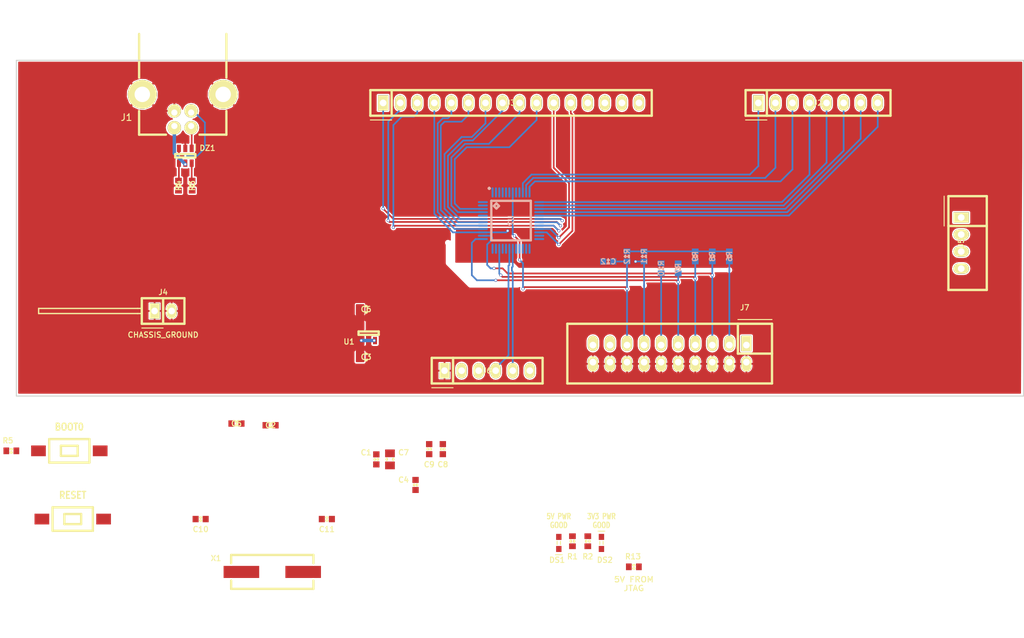
<source format=kicad_pcb>
(kicad_pcb (version 4) (host pcbnew 4.0.1-stable)

  (general
    (links 128)
    (no_connects 61)
    (area 85.003799 26.605199 235.153801 76.755201)
    (thickness 1.6)
    (drawings 12)
    (tracks 237)
    (zones 0)
    (modules 40)
    (nets 54)
  )

  (page A4)
  (layers
    (0 F.Cu signal)
    (31 B.Cu signal)
    (32 B.Adhes user)
    (33 F.Adhes user)
    (34 B.Paste user)
    (35 F.Paste user)
    (36 B.SilkS user)
    (37 F.SilkS user)
    (38 B.Mask user)
    (39 F.Mask user)
    (40 Dwgs.User user)
    (41 Cmts.User user)
    (42 Eco1.User user)
    (43 Eco2.User user)
    (44 Edge.Cuts user)
    (45 Margin user)
    (46 B.CrtYd user)
    (47 F.CrtYd user)
    (48 B.Fab user)
    (49 F.Fab user)
  )

  (setup
    (last_trace_width 0.254)
    (trace_clearance 0.2032)
    (zone_clearance 0.127)
    (zone_45_only no)
    (trace_min 0.2)
    (segment_width 0.2)
    (edge_width 0.15)
    (via_size 0.4572)
    (via_drill 0.3048)
    (via_min_size 0.4)
    (via_min_drill 0.3)
    (uvia_size 0.3)
    (uvia_drill 0.1)
    (uvias_allowed no)
    (uvia_min_size 0.2)
    (uvia_min_drill 0.1)
    (pcb_text_width 0.3)
    (pcb_text_size 1.5 1.5)
    (mod_edge_width 0.15)
    (mod_text_size 1 1)
    (mod_text_width 0.15)
    (pad_size 1.15 1.45)
    (pad_drill 0)
    (pad_to_mask_clearance 0.2)
    (aux_axis_origin 0 0)
    (visible_elements 7FFFFFFF)
    (pcbplotparams
      (layerselection 0x00030_80000001)
      (usegerberextensions false)
      (excludeedgelayer true)
      (linewidth 0.100000)
      (plotframeref false)
      (viasonmask false)
      (mode 1)
      (useauxorigin false)
      (hpglpennumber 1)
      (hpglpenspeed 20)
      (hpglpendiameter 15)
      (hpglpenoverlay 2)
      (psnegative false)
      (psa4output false)
      (plotreference true)
      (plotvalue true)
      (plotinvisibletext false)
      (padsonsilk false)
      (subtractmaskfromsilk false)
      (outputformat 1)
      (mirror false)
      (drillshape 1)
      (scaleselection 1)
      (outputdirectory ""))
  )

  (net 0 "")
  (net 1 GND)
  (net 2 +3V3)
  (net 3 +5V)
  (net 4 "Net-(C10-Pad1)")
  (net 5 "Net-(C11-Pad1)")
  (net 6 /NRST)
  (net 7 "Net-(DS1-Pad2)")
  (net 8 "Net-(DS2-Pad2)")
  (net 9 "Net-(DZ1-Pad1)")
  (net 10 "Net-(DZ1-Pad3)")
  (net 11 "Net-(DZ1-Pad4)")
  (net 12 "Net-(DZ1-Pad6)")
  (net 13 "Net-(J2-Pad1)")
  (net 14 "Net-(J2-Pad2)")
  (net 15 "Net-(J2-Pad3)")
  (net 16 "Net-(J2-Pad4)")
  (net 17 "Net-(J2-Pad5)")
  (net 18 "Net-(J2-Pad6)")
  (net 19 "Net-(J2-Pad7)")
  (net 20 "Net-(J2-Pad8)")
  (net 21 "Net-(J3-Pad1)")
  (net 22 "Net-(J3-Pad2)")
  (net 23 "Net-(J3-Pad3)")
  (net 24 /JTDO)
  (net 25 /JNTRST)
  (net 26 "Net-(J3-Pad6)")
  (net 27 "Net-(J3-Pad7)")
  (net 28 "Net-(J3-Pad8)")
  (net 29 "Net-(J3-Pad9)")
  (net 30 "Net-(J3-Pad10)")
  (net 31 "Net-(J3-Pad11)")
  (net 32 "Net-(J3-Pad12)")
  (net 33 "Net-(J3-Pad13)")
  (net 34 "Net-(J3-Pad14)")
  (net 35 "Net-(J3-Pad15)")
  (net 36 "Net-(J3-Pad16)")
  (net 37 /JTMS/SWDIO)
  (net 38 /JTCK/SWCLK)
  (net 39 /JTDI)
  (net 40 "Net-(J6-Pad2)")
  (net 41 /UART_RX)
  (net 42 /UART_TX)
  (net 43 "Net-(J6-Pad6)")
  (net 44 "Net-(J7-Pad11)")
  (net 45 "Net-(J7-Pad17)")
  (net 46 "Net-(J7-Pad19)")
  (net 47 /USB_DM)
  (net 48 /USB_DP)
  (net 49 /BOOT0)
  (net 50 "Net-(U2-Pad2)")
  (net 51 "Net-(U2-Pad3)")
  (net 52 "Net-(U2-Pad4)")
  (net 53 "Net-(U2-Pad29)")

  (net_class Default "This is the default net class."
    (clearance 0.2032)
    (trace_width 0.254)
    (via_dia 0.4572)
    (via_drill 0.3048)
    (uvia_dia 0.3)
    (uvia_drill 0.1)
    (add_net +3V3)
    (add_net /BOOT0)
    (add_net /JNTRST)
    (add_net /JTCK/SWCLK)
    (add_net /JTDI)
    (add_net /JTDO)
    (add_net /JTMS/SWDIO)
    (add_net /NRST)
    (add_net /UART_RX)
    (add_net /UART_TX)
    (add_net /USB_DM)
    (add_net /USB_DP)
    (add_net GND)
    (add_net "Net-(C10-Pad1)")
    (add_net "Net-(C11-Pad1)")
    (add_net "Net-(DS1-Pad2)")
    (add_net "Net-(DS2-Pad2)")
    (add_net "Net-(DZ1-Pad1)")
    (add_net "Net-(DZ1-Pad3)")
    (add_net "Net-(DZ1-Pad4)")
    (add_net "Net-(DZ1-Pad6)")
    (add_net "Net-(J2-Pad1)")
    (add_net "Net-(J2-Pad2)")
    (add_net "Net-(J2-Pad3)")
    (add_net "Net-(J2-Pad4)")
    (add_net "Net-(J2-Pad5)")
    (add_net "Net-(J2-Pad6)")
    (add_net "Net-(J2-Pad7)")
    (add_net "Net-(J2-Pad8)")
    (add_net "Net-(J3-Pad1)")
    (add_net "Net-(J3-Pad10)")
    (add_net "Net-(J3-Pad11)")
    (add_net "Net-(J3-Pad12)")
    (add_net "Net-(J3-Pad13)")
    (add_net "Net-(J3-Pad14)")
    (add_net "Net-(J3-Pad15)")
    (add_net "Net-(J3-Pad16)")
    (add_net "Net-(J3-Pad2)")
    (add_net "Net-(J3-Pad3)")
    (add_net "Net-(J3-Pad6)")
    (add_net "Net-(J3-Pad7)")
    (add_net "Net-(J3-Pad8)")
    (add_net "Net-(J3-Pad9)")
    (add_net "Net-(J6-Pad2)")
    (add_net "Net-(J6-Pad6)")
    (add_net "Net-(J7-Pad11)")
    (add_net "Net-(J7-Pad17)")
    (add_net "Net-(J7-Pad19)")
    (add_net "Net-(U2-Pad2)")
    (add_net "Net-(U2-Pad29)")
    (add_net "Net-(U2-Pad3)")
    (add_net "Net-(U2-Pad4)")
  )

  (net_class POWER ""
    (clearance 0.254)
    (trace_width 0.508)
    (via_dia 0.4572)
    (via_drill 0.3048)
    (uvia_dia 0.3)
    (uvia_drill 0.1)
    (add_net +5V)
  )

  (module conn-100mil:CONN-100MIL-M-2x10-SHROUD (layer F.Cu) (tedit 5743AC66) (tstamp 57427680)
    (at 182.372 70.358 180)
    (path /573D254B)
    (fp_text reference J7 (at -11.176 6.858 180) (layer F.SilkS)
      (effects (font (size 0.8 0.8) (thickness 0.15)))
    )
    (fp_text value JTAG (at 0.254 -9.398 180) (layer F.Fab)
      (effects (font (size 0.8 0.8) (thickness 0.15)))
    )
    (fp_line (start -15.24 -4.445) (end 15.24 -4.445) (layer F.CrtYd) (width 0.15))
    (fp_line (start 15.24 -4.445) (end 15.24 4.445) (layer F.CrtYd) (width 0.15))
    (fp_line (start 15.24 4.445) (end -15.24 4.445) (layer F.CrtYd) (width 0.15))
    (fp_line (start -15.24 4.445) (end -15.24 -4.445) (layer F.CrtYd) (width 0.15))
    (fp_line (start -15.24 -4.445) (end 15.24 -4.445) (layer F.Fab) (width 0.15))
    (fp_line (start 15.24 -4.445) (end 15.24 4.445) (layer F.Fab) (width 0.15))
    (fp_line (start 15.24 4.445) (end -15.24 4.445) (layer F.Fab) (width 0.15))
    (fp_line (start -15.24 4.445) (end -15.24 -4.445) (layer F.Fab) (width 0.15))
    (fp_line (start -15.24 -4.445) (end 15.24 -4.445) (layer F.SilkS) (width 0.35))
    (fp_line (start 15.24 -4.445) (end 15.24 4.445) (layer F.SilkS) (width 0.35))
    (fp_line (start 15.24 4.445) (end -15.24 4.445) (layer F.SilkS) (width 0.35))
    (fp_line (start -15.24 4.445) (end -15.24 -4.445) (layer F.SilkS) (width 0.35))
    (fp_line (start -15.24 0) (end -10.16 0) (layer F.SilkS) (width 0.35))
    (fp_line (start -10.16 0) (end -10.16 4.445) (layer F.SilkS) (width 0.35))
    (fp_line (start -15.24 0) (end -10.16 0) (layer F.Fab) (width 0.15))
    (fp_line (start -10.16 0) (end -10.16 4.445) (layer F.Fab) (width 0.15))
    (fp_line (start -15.24 5.08) (end -10.16 5.08) (layer F.SilkS) (width 0.15))
    (pad 1 thru_hole rect (at -11.43 1.27 180) (size 1.524 2.286) (drill 1 (offset 0 0.254)) (layers *.Cu *.Mask F.SilkS)
      (net 2 +3V3))
    (pad 3 thru_hole oval (at -8.89 1.27 180) (size 1.524 2.286) (drill 1 (offset 0 0.254)) (layers *.Cu *.Mask F.SilkS)
      (net 25 /JNTRST))
    (pad 5 thru_hole oval (at -6.35 1.27 180) (size 1.524 2.286) (drill 1 (offset 0 0.254)) (layers *.Cu *.Mask F.SilkS)
      (net 39 /JTDI))
    (pad 7 thru_hole oval (at -3.81 1.27 180) (size 1.524 2.286) (drill 1 (offset 0 0.254)) (layers *.Cu *.Mask F.SilkS)
      (net 37 /JTMS/SWDIO))
    (pad 9 thru_hole oval (at -1.27 1.27 180) (size 1.524 2.286) (drill 1 (offset 0 0.254)) (layers *.Cu *.Mask F.SilkS)
      (net 38 /JTCK/SWCLK))
    (pad 11 thru_hole oval (at 1.27 1.27 180) (size 1.524 2.286) (drill 1 (offset 0 0.254)) (layers *.Cu *.Mask F.SilkS)
      (net 44 "Net-(J7-Pad11)"))
    (pad 13 thru_hole oval (at 3.81 1.27 180) (size 1.524 2.286) (drill 1 (offset 0 0.254)) (layers *.Cu *.Mask F.SilkS)
      (net 24 /JTDO))
    (pad 15 thru_hole oval (at 6.35 1.27 180) (size 1.524 2.286) (drill 1 (offset 0 0.254)) (layers *.Cu *.Mask F.SilkS)
      (net 6 /NRST))
    (pad 17 thru_hole oval (at 8.89 1.27 180) (size 1.524 2.286) (drill 1 (offset 0 0.254)) (layers *.Cu *.Mask F.SilkS)
      (net 45 "Net-(J7-Pad17)"))
    (pad 19 thru_hole oval (at 11.43 1.27 180) (size 1.524 2.286) (drill 1 (offset 0 0.254)) (layers *.Cu *.Mask F.SilkS)
      (net 46 "Net-(J7-Pad19)"))
    (pad 2 thru_hole oval (at -11.43 -1.27 180) (size 1.524 2.286) (drill 1 (offset 0 -0.254)) (layers *.Cu *.Mask F.SilkS)
      (net 1 GND))
    (pad 4 thru_hole oval (at -8.89 -1.27 180) (size 1.524 2.286) (drill 1 (offset 0 -0.254)) (layers *.Cu *.Mask F.SilkS)
      (net 1 GND))
    (pad 6 thru_hole oval (at -6.35 -1.27 180) (size 1.524 2.286) (drill 1 (offset 0 -0.254)) (layers *.Cu *.Mask F.SilkS)
      (net 1 GND))
    (pad 8 thru_hole oval (at -3.81 -1.27 180) (size 1.524 2.286) (drill 1 (offset 0 -0.254)) (layers *.Cu *.Mask F.SilkS)
      (net 1 GND))
    (pad 10 thru_hole oval (at -1.27 -1.27 180) (size 1.524 2.286) (drill 1 (offset 0 -0.254)) (layers *.Cu *.Mask F.SilkS)
      (net 1 GND))
    (pad 12 thru_hole oval (at 1.27 -1.27 180) (size 1.524 2.286) (drill 1 (offset 0 -0.254)) (layers *.Cu *.Mask F.SilkS)
      (net 1 GND))
    (pad 14 thru_hole oval (at 3.81 -1.27 180) (size 1.524 2.286) (drill 1 (offset 0 -0.254)) (layers *.Cu *.Mask F.SilkS)
      (net 1 GND))
    (pad 16 thru_hole oval (at 6.35 -1.27 180) (size 1.524 2.286) (drill 1 (offset 0 -0.254)) (layers *.Cu *.Mask F.SilkS)
      (net 1 GND))
    (pad 18 thru_hole oval (at 8.89 -1.27 180) (size 1.524 2.286) (drill 1 (offset 0 -0.254)) (layers *.Cu *.Mask F.SilkS)
      (net 1 GND))
    (pad 20 thru_hole oval (at 11.43 -1.27 180) (size 1.524 2.286) (drill 1 (offset 0 -0.254)) (layers *.Cu *.Mask F.SilkS)
      (net 1 GND))
    (model conn_strip/vasch_strip_10x2.wrl
      (at (xyz 0 0 0))
      (scale (xyz 1 1 1))
      (rotate (xyz 0 0 0))
    )
  )

  (module IPC7351-Nominal:CAPC1608X55 (layer F.Cu) (tedit 5743AE7D) (tstamp 574275C4)
    (at 138.684 86.106 90)
    (descr "Capacitor,non-polarized,Chip;1.60mm L X 0.80mm W X 0.55mm H")
    (path /573E2C76)
    (attr smd)
    (fp_text reference C1 (at 1.016 -1.524 180) (layer F.SilkS)
      (effects (font (size 0.8 0.8) (thickness 0.15)))
    )
    (fp_text value 100nF (at 0 0 90) (layer F.Fab)
      (effects (font (size 0.8 0.8) (thickness 0.15)))
    )
    (fp_line (start -0.046 0.221) (end 0.046 0.221) (layer F.SilkS) (width 0.35))
    (fp_line (start 0.046 0.221) (end -0.046 0.221) (layer F.SilkS) (width 0.35))
    (fp_line (start -0.046 -0.221) (end 0.046 -0.221) (layer F.SilkS) (width 0.35))
    (fp_line (start 0.046 -0.221) (end -0.046 -0.221) (layer F.SilkS) (width 0.35))
    (fp_line (start -1.45 -0.725) (end 1.45 -0.725) (layer F.CrtYd) (width 0.15))
    (fp_line (start 1.45 -0.725) (end 1.45 0.725) (layer F.CrtYd) (width 0.15))
    (fp_line (start 1.45 0.725) (end -1.45 0.725) (layer F.CrtYd) (width 0.15))
    (fp_line (start -1.45 0.725) (end -1.45 -0.725) (layer F.CrtYd) (width 0.15))
    (pad 1 smd rect (at -0.75 0 90) (size 0.9 0.95) (layers F.Cu F.Paste F.Mask)
      (net 1 GND))
    (pad 2 smd rect (at 0.75 0 90) (size 0.9 0.95) (layers F.Cu F.Paste F.Mask)
      (net 2 +3V3))
    (model smd_cap/c_0603.wrl
      (at (xyz 0 0 0))
      (scale (xyz 1 1 1))
      (rotate (xyz 0 0 0))
    )
  )

  (module IPC7351-Nominal:CAPC1608X55 (layer F.Cu) (tedit 7FFFFFFF) (tstamp 574275CA)
    (at 122.936 81.026)
    (descr "Capacitor,non-polarized,Chip;1.60mm L X 0.80mm W X 0.55mm H")
    (path /573DFF0E)
    (attr smd)
    (fp_text reference C2 (at 0 0) (layer F.SilkS)
      (effects (font (size 0.8 0.8) (thickness 0.15)))
    )
    (fp_text value 100nF (at 0 0) (layer F.Fab)
      (effects (font (size 0.8 0.8) (thickness 0.15)))
    )
    (fp_line (start -0.046 0.221) (end 0.046 0.221) (layer F.SilkS) (width 0.35))
    (fp_line (start 0.046 0.221) (end -0.046 0.221) (layer F.SilkS) (width 0.35))
    (fp_line (start -0.046 -0.221) (end 0.046 -0.221) (layer F.SilkS) (width 0.35))
    (fp_line (start 0.046 -0.221) (end -0.046 -0.221) (layer F.SilkS) (width 0.35))
    (fp_line (start -1.45 -0.725) (end 1.45 -0.725) (layer F.CrtYd) (width 0.15))
    (fp_line (start 1.45 -0.725) (end 1.45 0.725) (layer F.CrtYd) (width 0.15))
    (fp_line (start 1.45 0.725) (end -1.45 0.725) (layer F.CrtYd) (width 0.15))
    (fp_line (start -1.45 0.725) (end -1.45 -0.725) (layer F.CrtYd) (width 0.15))
    (pad 1 smd rect (at -0.75 0) (size 0.9 0.95) (layers F.Cu F.Paste F.Mask)
      (net 1 GND))
    (pad 2 smd rect (at 0.75 0) (size 0.9 0.95) (layers F.Cu F.Paste F.Mask)
      (net 2 +3V3))
    (model smd_cap/c_0603.wrl
      (at (xyz 0 0 0))
      (scale (xyz 1 1 1))
      (rotate (xyz 0 0 0))
    )
  )

  (module IPC7351-Nominal:CAPC2012X70 (layer F.Cu) (tedit 5743AAE9) (tstamp 574275D0)
    (at 137.16 70.866)
    (descr "Capacitor,non-polarized,Chip;2.00mm L X 1.25mm W X 0.70mm H")
    (path /574353E8)
    (attr smd)
    (fp_text reference C3 (at 0 0) (layer F.SilkS)
      (effects (font (size 0.8 0.8) (thickness 0.15)))
    )
    (fp_text value 1uF (at 0 0) (layer F.Fab)
      (effects (font (size 0.8 0.8) (thickness 0.15)))
    )
    (fp_line (start -0.071 0.471) (end 0.071 0.471) (layer F.SilkS) (width 0.35))
    (fp_line (start 0.071 0.471) (end -0.071 0.471) (layer F.SilkS) (width 0.35))
    (fp_line (start -0.071 -0.471) (end 0.071 -0.471) (layer F.SilkS) (width 0.35))
    (fp_line (start 0.071 -0.471) (end -0.071 -0.471) (layer F.SilkS) (width 0.35))
    (fp_line (start -1.725 -0.975) (end 1.725 -0.975) (layer F.CrtYd) (width 0.15))
    (fp_line (start 1.725 -0.975) (end 1.725 0.975) (layer F.CrtYd) (width 0.15))
    (fp_line (start 1.725 0.975) (end -1.725 0.975) (layer F.CrtYd) (width 0.15))
    (fp_line (start -1.725 0.975) (end -1.725 -0.975) (layer F.CrtYd) (width 0.15))
    (pad 1 smd rect (at -0.9 0) (size 1.15 1.45) (layers F.Cu F.Paste F.Mask)
      (net 3 +5V) (zone_connect 2))
    (pad 2 smd rect (at 0.9 0) (size 1.15 1.45) (layers F.Cu F.Paste F.Mask)
      (net 1 GND) (zone_connect 2))
    (model smd_cap/c_0805.wrl
      (at (xyz 0 0 0))
      (scale (xyz 1 1 1))
      (rotate (xyz 0 0 0))
    )
  )

  (module IPC7351-Nominal:CAPC1608X55 (layer F.Cu) (tedit 5743AECA) (tstamp 574275D6)
    (at 144.526 89.916 90)
    (descr "Capacitor,non-polarized,Chip;1.60mm L X 0.80mm W X 0.55mm H")
    (path /573E40CE)
    (attr smd)
    (fp_text reference C4 (at 0.762 -1.778 180) (layer F.SilkS)
      (effects (font (size 0.8 0.8) (thickness 0.15)))
    )
    (fp_text value 100nF (at 0 0 90) (layer F.Fab)
      (effects (font (size 0.8 0.8) (thickness 0.15)))
    )
    (fp_line (start -0.046 0.221) (end 0.046 0.221) (layer F.SilkS) (width 0.35))
    (fp_line (start 0.046 0.221) (end -0.046 0.221) (layer F.SilkS) (width 0.35))
    (fp_line (start -0.046 -0.221) (end 0.046 -0.221) (layer F.SilkS) (width 0.35))
    (fp_line (start 0.046 -0.221) (end -0.046 -0.221) (layer F.SilkS) (width 0.35))
    (fp_line (start -1.45 -0.725) (end 1.45 -0.725) (layer F.CrtYd) (width 0.15))
    (fp_line (start 1.45 -0.725) (end 1.45 0.725) (layer F.CrtYd) (width 0.15))
    (fp_line (start 1.45 0.725) (end -1.45 0.725) (layer F.CrtYd) (width 0.15))
    (fp_line (start -1.45 0.725) (end -1.45 -0.725) (layer F.CrtYd) (width 0.15))
    (pad 1 smd rect (at -0.75 0 90) (size 0.9 0.95) (layers F.Cu F.Paste F.Mask)
      (net 1 GND))
    (pad 2 smd rect (at 0.75 0 90) (size 0.9 0.95) (layers F.Cu F.Paste F.Mask)
      (net 2 +3V3))
    (model smd_cap/c_0603.wrl
      (at (xyz 0 0 0))
      (scale (xyz 1 1 1))
      (rotate (xyz 0 0 0))
    )
  )

  (module IPC7351-Nominal:CAPC1608X55 (layer F.Cu) (tedit 7FFFFFFF) (tstamp 574275DC)
    (at 117.856 80.772)
    (descr "Capacitor,non-polarized,Chip;1.60mm L X 0.80mm W X 0.55mm H")
    (path /573DE717)
    (attr smd)
    (fp_text reference C5 (at 0 0) (layer F.SilkS)
      (effects (font (size 0.8 0.8) (thickness 0.15)))
    )
    (fp_text value 100nF (at 0 0) (layer F.Fab)
      (effects (font (size 0.8 0.8) (thickness 0.15)))
    )
    (fp_line (start -0.046 0.221) (end 0.046 0.221) (layer F.SilkS) (width 0.35))
    (fp_line (start 0.046 0.221) (end -0.046 0.221) (layer F.SilkS) (width 0.35))
    (fp_line (start -0.046 -0.221) (end 0.046 -0.221) (layer F.SilkS) (width 0.35))
    (fp_line (start 0.046 -0.221) (end -0.046 -0.221) (layer F.SilkS) (width 0.35))
    (fp_line (start -1.45 -0.725) (end 1.45 -0.725) (layer F.CrtYd) (width 0.15))
    (fp_line (start 1.45 -0.725) (end 1.45 0.725) (layer F.CrtYd) (width 0.15))
    (fp_line (start 1.45 0.725) (end -1.45 0.725) (layer F.CrtYd) (width 0.15))
    (fp_line (start -1.45 0.725) (end -1.45 -0.725) (layer F.CrtYd) (width 0.15))
    (pad 1 smd rect (at -0.75 0) (size 0.9 0.95) (layers F.Cu F.Paste F.Mask)
      (net 1 GND))
    (pad 2 smd rect (at 0.75 0) (size 0.9 0.95) (layers F.Cu F.Paste F.Mask)
      (net 2 +3V3))
    (model smd_cap/c_0603.wrl
      (at (xyz 0 0 0))
      (scale (xyz 1 1 1))
      (rotate (xyz 0 0 0))
    )
  )

  (module IPC7351-Nominal:CAPC2012X70 (layer F.Cu) (tedit 57439FFD) (tstamp 574275E2)
    (at 137.16 63.754)
    (descr "Capacitor,non-polarized,Chip;2.00mm L X 1.25mm W X 0.70mm H")
    (path /574355E0)
    (attr smd)
    (fp_text reference C6 (at 0 0) (layer F.SilkS)
      (effects (font (size 0.8 0.8) (thickness 0.15)))
    )
    (fp_text value 1uF (at 0 0) (layer F.Fab)
      (effects (font (size 0.8 0.8) (thickness 0.15)))
    )
    (fp_line (start -0.071 0.471) (end 0.071 0.471) (layer F.SilkS) (width 0.35))
    (fp_line (start 0.071 0.471) (end -0.071 0.471) (layer F.SilkS) (width 0.35))
    (fp_line (start -0.071 -0.471) (end 0.071 -0.471) (layer F.SilkS) (width 0.35))
    (fp_line (start 0.071 -0.471) (end -0.071 -0.471) (layer F.SilkS) (width 0.35))
    (fp_line (start -1.725 -0.975) (end 1.725 -0.975) (layer F.CrtYd) (width 0.15))
    (fp_line (start 1.725 -0.975) (end 1.725 0.975) (layer F.CrtYd) (width 0.15))
    (fp_line (start 1.725 0.975) (end -1.725 0.975) (layer F.CrtYd) (width 0.15))
    (fp_line (start -1.725 0.975) (end -1.725 -0.975) (layer F.CrtYd) (width 0.15))
    (pad 1 smd rect (at -0.9 0) (size 1.15 1.45) (layers F.Cu F.Paste F.Mask)
      (net 2 +3V3))
    (pad 2 smd rect (at 0.9 0) (size 1.15 1.45) (layers F.Cu F.Paste F.Mask)
      (net 1 GND) (zone_connect 2))
    (model smd_cap/c_0805.wrl
      (at (xyz 0 0 0))
      (scale (xyz 1 1 1))
      (rotate (xyz 0 0 0))
    )
  )

  (module IPC7351-Nominal:CAPC2012X70 (layer F.Cu) (tedit 5743AE9F) (tstamp 574275E8)
    (at 140.716 86.106 270)
    (descr "Capacitor,non-polarized,Chip;2.00mm L X 1.25mm W X 0.70mm H")
    (path /5743759C)
    (attr smd)
    (fp_text reference C7 (at -1.016 -2.032 360) (layer F.SilkS)
      (effects (font (size 0.8 0.8) (thickness 0.15)))
    )
    (fp_text value 10uF (at 0 0 270) (layer F.Fab)
      (effects (font (size 0.8 0.8) (thickness 0.15)))
    )
    (fp_line (start -0.071 0.471) (end 0.071 0.471) (layer F.SilkS) (width 0.35))
    (fp_line (start 0.071 0.471) (end -0.071 0.471) (layer F.SilkS) (width 0.35))
    (fp_line (start -0.071 -0.471) (end 0.071 -0.471) (layer F.SilkS) (width 0.35))
    (fp_line (start 0.071 -0.471) (end -0.071 -0.471) (layer F.SilkS) (width 0.35))
    (fp_line (start -1.725 -0.975) (end 1.725 -0.975) (layer F.CrtYd) (width 0.15))
    (fp_line (start 1.725 -0.975) (end 1.725 0.975) (layer F.CrtYd) (width 0.15))
    (fp_line (start 1.725 0.975) (end -1.725 0.975) (layer F.CrtYd) (width 0.15))
    (fp_line (start -1.725 0.975) (end -1.725 -0.975) (layer F.CrtYd) (width 0.15))
    (pad 1 smd rect (at -0.9 0 270) (size 1.15 1.45) (layers F.Cu F.Paste F.Mask)
      (net 2 +3V3))
    (pad 2 smd rect (at 0.9 0 270) (size 1.15 1.45) (layers F.Cu F.Paste F.Mask)
      (net 1 GND))
    (model smd_cap/c_0805.wrl
      (at (xyz 0 0 0))
      (scale (xyz 1 1 1))
      (rotate (xyz 0 0 0))
    )
  )

  (module IPC7351-Nominal:CAPC1608X55 (layer F.Cu) (tedit 5743B378) (tstamp 574275EE)
    (at 148.59 84.582 90)
    (descr "Capacitor,non-polarized,Chip;1.60mm L X 0.80mm W X 0.55mm H")
    (path /573E4D91)
    (attr smd)
    (fp_text reference C8 (at -2.286 0 180) (layer F.SilkS)
      (effects (font (size 0.8 0.8) (thickness 0.15)))
    )
    (fp_text value 100nF (at 0 0 90) (layer F.Fab)
      (effects (font (size 0.8 0.8) (thickness 0.15)))
    )
    (fp_line (start -0.046 0.221) (end 0.046 0.221) (layer F.SilkS) (width 0.35))
    (fp_line (start 0.046 0.221) (end -0.046 0.221) (layer F.SilkS) (width 0.35))
    (fp_line (start -0.046 -0.221) (end 0.046 -0.221) (layer F.SilkS) (width 0.35))
    (fp_line (start 0.046 -0.221) (end -0.046 -0.221) (layer F.SilkS) (width 0.35))
    (fp_line (start -1.45 -0.725) (end 1.45 -0.725) (layer F.CrtYd) (width 0.15))
    (fp_line (start 1.45 -0.725) (end 1.45 0.725) (layer F.CrtYd) (width 0.15))
    (fp_line (start 1.45 0.725) (end -1.45 0.725) (layer F.CrtYd) (width 0.15))
    (fp_line (start -1.45 0.725) (end -1.45 -0.725) (layer F.CrtYd) (width 0.15))
    (pad 1 smd rect (at -0.75 0 90) (size 0.9 0.95) (layers F.Cu F.Paste F.Mask)
      (net 1 GND))
    (pad 2 smd rect (at 0.75 0 90) (size 0.9 0.95) (layers F.Cu F.Paste F.Mask)
      (net 2 +3V3))
    (model smd_cap/c_0603.wrl
      (at (xyz 0 0 0))
      (scale (xyz 1 1 1))
      (rotate (xyz 0 0 0))
    )
  )

  (module IPC7351-Nominal:CAPC1608X55 (layer F.Cu) (tedit 5743B366) (tstamp 574275F4)
    (at 146.558 84.582 90)
    (descr "Capacitor,non-polarized,Chip;1.60mm L X 0.80mm W X 0.55mm H")
    (path /573E4F8D)
    (attr smd)
    (fp_text reference C9 (at -2.286 0 180) (layer F.SilkS)
      (effects (font (size 0.8 0.8) (thickness 0.15)))
    )
    (fp_text value 1uF (at 0 0 90) (layer F.Fab)
      (effects (font (size 0.8 0.8) (thickness 0.15)))
    )
    (fp_line (start -0.046 0.221) (end 0.046 0.221) (layer F.SilkS) (width 0.35))
    (fp_line (start 0.046 0.221) (end -0.046 0.221) (layer F.SilkS) (width 0.35))
    (fp_line (start -0.046 -0.221) (end 0.046 -0.221) (layer F.SilkS) (width 0.35))
    (fp_line (start 0.046 -0.221) (end -0.046 -0.221) (layer F.SilkS) (width 0.35))
    (fp_line (start -1.45 -0.725) (end 1.45 -0.725) (layer F.CrtYd) (width 0.15))
    (fp_line (start 1.45 -0.725) (end 1.45 0.725) (layer F.CrtYd) (width 0.15))
    (fp_line (start 1.45 0.725) (end -1.45 0.725) (layer F.CrtYd) (width 0.15))
    (fp_line (start -1.45 0.725) (end -1.45 -0.725) (layer F.CrtYd) (width 0.15))
    (pad 1 smd rect (at -0.75 0 90) (size 0.9 0.95) (layers F.Cu F.Paste F.Mask)
      (net 1 GND))
    (pad 2 smd rect (at 0.75 0 90) (size 0.9 0.95) (layers F.Cu F.Paste F.Mask)
      (net 2 +3V3))
    (model smd_cap/c_0603.wrl
      (at (xyz 0 0 0))
      (scale (xyz 1 1 1))
      (rotate (xyz 0 0 0))
    )
  )

  (module IPC7351-Nominal:CAPC1608X55 (layer F.Cu) (tedit 5743AE8C) (tstamp 574275FA)
    (at 112.522 94.996 180)
    (descr "Capacitor,non-polarized,Chip;1.60mm L X 0.80mm W X 0.55mm H")
    (path /573D2824)
    (attr smd)
    (fp_text reference C10 (at 0 -1.524 180) (layer F.SilkS)
      (effects (font (size 0.8 0.8) (thickness 0.15)))
    )
    (fp_text value 20pF (at 0 -3.556 180) (layer F.Fab)
      (effects (font (size 0.8 0.8) (thickness 0.15)))
    )
    (fp_line (start -0.046 0.221) (end 0.046 0.221) (layer F.SilkS) (width 0.35))
    (fp_line (start 0.046 0.221) (end -0.046 0.221) (layer F.SilkS) (width 0.35))
    (fp_line (start -0.046 -0.221) (end 0.046 -0.221) (layer F.SilkS) (width 0.35))
    (fp_line (start 0.046 -0.221) (end -0.046 -0.221) (layer F.SilkS) (width 0.35))
    (fp_line (start -1.45 -0.725) (end 1.45 -0.725) (layer F.CrtYd) (width 0.15))
    (fp_line (start 1.45 -0.725) (end 1.45 0.725) (layer F.CrtYd) (width 0.15))
    (fp_line (start 1.45 0.725) (end -1.45 0.725) (layer F.CrtYd) (width 0.15))
    (fp_line (start -1.45 0.725) (end -1.45 -0.725) (layer F.CrtYd) (width 0.15))
    (pad 1 smd rect (at -0.75 0 180) (size 0.9 0.95) (layers F.Cu F.Paste F.Mask)
      (net 4 "Net-(C10-Pad1)"))
    (pad 2 smd rect (at 0.75 0 180) (size 0.9 0.95) (layers F.Cu F.Paste F.Mask)
      (net 1 GND))
    (model smd_cap/c_0603.wrl
      (at (xyz 0 0 0))
      (scale (xyz 1 1 1))
      (rotate (xyz 0 0 0))
    )
  )

  (module IPC7351-Nominal:CAPC1608X55 (layer F.Cu) (tedit 5743AE92) (tstamp 57427600)
    (at 131.318 94.996)
    (descr "Capacitor,non-polarized,Chip;1.60mm L X 0.80mm W X 0.55mm H")
    (path /573D2878)
    (attr smd)
    (fp_text reference C11 (at 0 1.524) (layer F.SilkS)
      (effects (font (size 0.8 0.8) (thickness 0.15)))
    )
    (fp_text value 20pF (at 0 3.556) (layer F.Fab)
      (effects (font (size 0.8 0.8) (thickness 0.15)))
    )
    (fp_line (start -0.046 0.221) (end 0.046 0.221) (layer F.SilkS) (width 0.35))
    (fp_line (start 0.046 0.221) (end -0.046 0.221) (layer F.SilkS) (width 0.35))
    (fp_line (start -0.046 -0.221) (end 0.046 -0.221) (layer F.SilkS) (width 0.35))
    (fp_line (start 0.046 -0.221) (end -0.046 -0.221) (layer F.SilkS) (width 0.35))
    (fp_line (start -1.45 -0.725) (end 1.45 -0.725) (layer F.CrtYd) (width 0.15))
    (fp_line (start 1.45 -0.725) (end 1.45 0.725) (layer F.CrtYd) (width 0.15))
    (fp_line (start 1.45 0.725) (end -1.45 0.725) (layer F.CrtYd) (width 0.15))
    (fp_line (start -1.45 0.725) (end -1.45 -0.725) (layer F.CrtYd) (width 0.15))
    (pad 1 smd rect (at -0.75 0) (size 0.9 0.95) (layers F.Cu F.Paste F.Mask)
      (net 5 "Net-(C11-Pad1)"))
    (pad 2 smd rect (at 0.75 0) (size 0.9 0.95) (layers F.Cu F.Paste F.Mask)
      (net 1 GND))
    (model smd_cap/c_0603.wrl
      (at (xyz 0 0 0))
      (scale (xyz 1 1 1))
      (rotate (xyz 0 0 0))
    )
  )

  (module IPC7351-Nominal:CAPC1608X55 (layer B.Cu) (tedit 7FFFFFFF) (tstamp 57427606)
    (at 173.228 56.642)
    (descr "Capacitor,non-polarized,Chip;1.60mm L X 0.80mm W X 0.55mm H")
    (path /573E0DED)
    (attr smd)
    (fp_text reference C12 (at 0 0) (layer B.SilkS)
      (effects (font (size 0.8 0.8) (thickness 0.15)) (justify mirror))
    )
    (fp_text value 100nF (at 0 0) (layer B.Fab)
      (effects (font (size 0.8 0.8) (thickness 0.15)) (justify mirror))
    )
    (fp_line (start -0.046 -0.221) (end 0.046 -0.221) (layer B.SilkS) (width 0.35))
    (fp_line (start 0.046 -0.221) (end -0.046 -0.221) (layer B.SilkS) (width 0.35))
    (fp_line (start -0.046 0.221) (end 0.046 0.221) (layer B.SilkS) (width 0.35))
    (fp_line (start 0.046 0.221) (end -0.046 0.221) (layer B.SilkS) (width 0.35))
    (fp_line (start -1.45 0.725) (end 1.45 0.725) (layer B.CrtYd) (width 0.15))
    (fp_line (start 1.45 0.725) (end 1.45 -0.725) (layer B.CrtYd) (width 0.15))
    (fp_line (start 1.45 -0.725) (end -1.45 -0.725) (layer B.CrtYd) (width 0.15))
    (fp_line (start -1.45 -0.725) (end -1.45 0.725) (layer B.CrtYd) (width 0.15))
    (pad 1 smd rect (at -0.75 0) (size 0.9 0.95) (layers B.Cu B.Paste B.Mask)
      (net 1 GND))
    (pad 2 smd rect (at 0.75 0) (size 0.9 0.95) (layers B.Cu B.Paste B.Mask)
      (net 6 /NRST))
    (model smd_cap/c_0603.wrl
      (at (xyz 0 0 0))
      (scale (xyz 1 1 1))
      (rotate (xyz 0 0 0))
    )
  )

  (module smd-semi:LED-0603 (layer F.Cu) (tedit 5743B43A) (tstamp 5742760C)
    (at 165.862 98.552 90)
    (path /5743C550)
    (fp_text reference DS1 (at -2.54 -0.254 180) (layer F.SilkS)
      (effects (font (size 0.8 0.8) (thickness 0.15)))
    )
    (fp_text value 5V_PWR_GOOD (at -13.208 -0.254 180) (layer F.Fab)
      (effects (font (size 0.8 0.8) (thickness 0.15)))
    )
    (fp_line (start -1.5 -0.75) (end -1.5 0.75) (layer F.Fab) (width 0.15))
    (fp_line (start -1.75 0.75) (end -1.75 -0.75) (layer F.Fab) (width 0.15))
    (fp_line (start 1.75 0.75) (end -1.75 0.75) (layer F.Fab) (width 0.15))
    (fp_line (start 1.75 -0.75) (end 1.75 0.75) (layer F.Fab) (width 0.15))
    (fp_line (start -1.75 -0.75) (end 1.75 -0.75) (layer F.Fab) (width 0.15))
    (fp_line (start 0.25 0.25) (end -0.25 0.25) (layer F.SilkS) (width 0.15))
    (fp_line (start -0.25 -0.25) (end 0.25 -0.25) (layer F.SilkS) (width 0.15))
    (fp_line (start -1.75 -0.5) (end -1.75 0.5) (layer F.SilkS) (width 0.15))
    (fp_line (start -1.75 -0.75) (end 1.75 -0.75) (layer F.CrtYd) (width 0.15))
    (fp_line (start 1.75 -0.75) (end 1.75 0.75) (layer F.CrtYd) (width 0.15))
    (fp_line (start 1.75 0.75) (end -1.75 0.75) (layer F.CrtYd) (width 0.15))
    (fp_line (start -1.75 0.75) (end -1.75 -0.75) (layer F.CrtYd) (width 0.15))
    (pad 1 smd rect (at -0.89916 0 90) (size 0.89916 0.8001) (layers F.Cu F.Paste F.Mask)
      (net 1 GND))
    (pad 2 smd rect (at 0.89916 0 90) (size 0.89916 0.8001) (layers F.Cu F.Paste F.Mask)
      (net 7 "Net-(DS1-Pad2)"))
    (model smd_leds/led_0603.wrl
      (at (xyz 0 0 0))
      (scale (xyz 1 1 1))
      (rotate (xyz 0 0 180))
    )
  )

  (module smd-semi:LED-0603 (layer F.Cu) (tedit 5743B43C) (tstamp 57427612)
    (at 172.212 98.552 270)
    (path /5743C918)
    (fp_text reference DS2 (at 2.54 -0.508 360) (layer F.SilkS)
      (effects (font (size 0.8 0.8) (thickness 0.15)))
    )
    (fp_text value 3V3_PWR_GOOD (at 13.462 -3.302 360) (layer F.Fab)
      (effects (font (size 0.8 0.8) (thickness 0.15)))
    )
    (fp_line (start -1.5 -0.75) (end -1.5 0.75) (layer F.Fab) (width 0.15))
    (fp_line (start -1.75 0.75) (end -1.75 -0.75) (layer F.Fab) (width 0.15))
    (fp_line (start 1.75 0.75) (end -1.75 0.75) (layer F.Fab) (width 0.15))
    (fp_line (start 1.75 -0.75) (end 1.75 0.75) (layer F.Fab) (width 0.15))
    (fp_line (start -1.75 -0.75) (end 1.75 -0.75) (layer F.Fab) (width 0.15))
    (fp_line (start 0.25 0.25) (end -0.25 0.25) (layer F.SilkS) (width 0.15))
    (fp_line (start -0.25 -0.25) (end 0.25 -0.25) (layer F.SilkS) (width 0.15))
    (fp_line (start -1.75 -0.5) (end -1.75 0.5) (layer F.SilkS) (width 0.15))
    (fp_line (start -1.75 -0.75) (end 1.75 -0.75) (layer F.CrtYd) (width 0.15))
    (fp_line (start 1.75 -0.75) (end 1.75 0.75) (layer F.CrtYd) (width 0.15))
    (fp_line (start 1.75 0.75) (end -1.75 0.75) (layer F.CrtYd) (width 0.15))
    (fp_line (start -1.75 0.75) (end -1.75 -0.75) (layer F.CrtYd) (width 0.15))
    (pad 1 smd rect (at -0.89916 0 270) (size 0.89916 0.8001) (layers F.Cu F.Paste F.Mask)
      (net 1 GND))
    (pad 2 smd rect (at 0.89916 0 270) (size 0.89916 0.8001) (layers F.Cu F.Paste F.Mask)
      (net 8 "Net-(DS2-Pad2)"))
    (model smd_leds/led_0603.wrl
      (at (xyz 0 0 0))
      (scale (xyz 1 1 1))
      (rotate (xyz 0 0 180))
    )
  )

  (module smd-semi:SOT-23-6 (layer F.Cu) (tedit 5743B447) (tstamp 5742761C)
    (at 110.236 40.894 270)
    (path /573D341F)
    (fp_text reference DZ1 (at -1.143 -3.302 360) (layer F.SilkS)
      (effects (font (size 0.8 0.8) (thickness 0.15)))
    )
    (fp_text value USBLC6-2SC6 (at -0.508 8.128 360) (layer F.Fab)
      (effects (font (size 0.8 0.8) (thickness 0.15)))
    )
    (fp_line (start -1.25 -1.5) (end -1.25 -0.5) (layer F.Fab) (width 0.15))
    (fp_line (start -0.9 -1.55) (end 0.9 -1.55) (layer F.Fab) (width 0.15))
    (fp_line (start 0.9 -1.55) (end 0.9 1.55) (layer F.Fab) (width 0.15))
    (fp_line (start 0.9 1.55) (end -0.9 1.55) (layer F.Fab) (width 0.15))
    (fp_line (start -0.9 1.55) (end -0.9 -1.55) (layer F.Fab) (width 0.15))
    (fp_line (start -0.75 -1.5) (end -1.75 -1.5) (layer F.SilkS) (width 0.15))
    (fp_line (start -0.25 -1.5) (end 0.25 -1.5) (layer F.SilkS) (width 0.35))
    (fp_line (start 0.25 -1.5) (end 0.25 1.5) (layer F.SilkS) (width 0.35))
    (fp_line (start 0.25 1.5) (end -0.25 1.5) (layer F.SilkS) (width 0.35))
    (fp_line (start -0.25 1.5) (end -0.25 -1.5) (layer F.SilkS) (width 0.35))
    (fp_line (start -2 -2) (end 2 -2) (layer F.CrtYd) (width 0.15))
    (fp_line (start 2 -2) (end 2 2) (layer F.CrtYd) (width 0.15))
    (fp_line (start 2 2) (end -2 2) (layer F.CrtYd) (width 0.15))
    (fp_line (start -2 2) (end -2 -2) (layer F.CrtYd) (width 0.15))
    (pad 1 smd rect (at -1.1 -0.95 270) (size 1.1 0.6) (layers F.Cu F.Paste F.Mask)
      (net 9 "Net-(DZ1-Pad1)"))
    (pad 3 smd rect (at -1.1 0.95 270) (size 1.1 0.6) (layers F.Cu F.Paste F.Mask)
      (net 10 "Net-(DZ1-Pad3)"))
    (pad 2 smd rect (at -1.1 0 270) (size 1.1 0.6) (layers F.Cu F.Paste F.Mask)
      (net 1 GND))
    (pad 4 smd rect (at 1.1 0.95 270) (size 1.1 0.6) (layers F.Cu F.Paste F.Mask)
      (net 11 "Net-(DZ1-Pad4)"))
    (pad 6 smd rect (at 1.1 -0.95 270) (size 1.1 0.6) (layers F.Cu F.Paste F.Mask)
      (net 12 "Net-(DZ1-Pad6)"))
    (pad 5 smd rect (at 1.1 0 270) (size 1.1 0.6) (layers F.Cu F.Paste F.Mask)
      (net 3 +5V))
    (model smd_trans/sot23-6.wrl
      (at (xyz 0 0 0))
      (scale (xyz 1 1 1))
      (rotate (xyz 0 0 90))
    )
  )

  (module conn-fci:CONN-61729 locked (layer F.Cu) (tedit 5743B443) (tstamp 57427630)
    (at 109.855 31.75 180)
    (path /573D138A)
    (fp_text reference J1 (at 8.382 -3.429 180) (layer F.SilkS)
      (effects (font (size 1 1) (thickness 0.15)))
    )
    (fp_text value CONN-61729-USB-B (at 0.127 13.208 180) (layer F.Fab)
      (effects (font (size 1 1) (thickness 0.15)))
    )
    (fp_line (start -6.5 -2.5) (end -6.5 -6) (layer F.SilkS) (width 0.35))
    (fp_line (start -6.5 9) (end -6.5 2.5) (layer F.SilkS) (width 0.35))
    (fp_line (start 6.5 2.5) (end 6.5 9) (layer F.SilkS) (width 0.35))
    (fp_line (start 6.5 -6) (end 6.5 -2.5) (layer F.SilkS) (width 0.35))
    (fp_line (start 2.5 -6) (end 6.5 -6) (layer F.SilkS) (width 0.35))
    (fp_line (start -6.5 -6) (end -2.5 -6) (layer F.SilkS) (width 0.35))
    (fp_line (start -6.1 10.44) (end -6.1 -5.56) (layer F.Fab) (width 0.15))
    (fp_line (start 6.1 10.44) (end -6.1 10.44) (layer F.Fab) (width 0.15))
    (fp_line (start 6.1 -5.56) (end 6.1 10.44) (layer F.Fab) (width 0.15))
    (fp_line (start -6.1 -5.56) (end 6.1 -5.56) (layer F.Fab) (width 0.15))
    (pad SH thru_hole circle (at -6.02 0 180) (size 4.3 4.3) (drill 2.3) (layers *.Cu *.Mask F.SilkS)
      (net 1 GND))
    (pad SH thru_hole circle (at 6.02 0 180) (size 4.3 4.3) (drill 2.3) (layers *.Cu *.Mask F.SilkS)
      (net 1 GND))
    (pad 1 thru_hole oval (at 1.25 -4.71 180) (size 2 2) (drill 0.92 (offset 0 -0.25)) (layers *.Cu *.Mask F.SilkS)
      (net 3 +5V))
    (pad 2 thru_hole oval (at -1.25 -4.71 180) (size 2 2) (drill 0.92 (offset 0 -0.25)) (layers *.Cu *.Mask F.SilkS)
      (net 9 "Net-(DZ1-Pad1)"))
    (pad 3 thru_hole oval (at -1.25 -2.71 180) (size 2 2) (drill 0.92 (offset 0 0.25)) (layers *.Cu *.Mask F.SilkS)
      (net 10 "Net-(DZ1-Pad3)"))
    (pad 4 thru_hole oval (at 1.25 -2.71 180) (size 2 2) (drill 0.92 (offset 0 0.25)) (layers *.Cu *.Mask F.SilkS)
      (net 1 GND))
    (model conn_pc/usb_B.wrl
      (at (xyz 0 -0.09 0))
      (scale (xyz 1 1 1))
      (rotate (xyz 0 0 0))
    )
  )

  (module conn-100mil:CONN-100MIL-F-1x8 locked (layer F.Cu) (tedit 54CEDF99) (tstamp 5742763C)
    (at 204.47 33.02)
    (path /573D1C60)
    (fp_text reference J2 (at 0 0) (layer F.SilkS)
      (effects (font (size 0.8 0.8) (thickness 0.15)))
    )
    (fp_text value KEYBOARD_ACTIVE_LINES (at 0 0) (layer F.Fab)
      (effects (font (size 0.8 0.8) (thickness 0.15)))
    )
    (fp_line (start -10.795 -1.905) (end 10.795 -1.905) (layer F.CrtYd) (width 0.15))
    (fp_line (start 10.795 -1.905) (end 10.795 1.905) (layer F.CrtYd) (width 0.15))
    (fp_line (start 10.795 1.905) (end -10.795 1.905) (layer F.CrtYd) (width 0.15))
    (fp_line (start -10.795 1.905) (end -10.795 -1.905) (layer F.CrtYd) (width 0.15))
    (fp_line (start -10.795 -1.905) (end 10.795 -1.905) (layer F.Fab) (width 0.15))
    (fp_line (start 10.795 -1.905) (end 10.795 1.905) (layer F.Fab) (width 0.15))
    (fp_line (start 10.795 1.905) (end -10.795 1.905) (layer F.Fab) (width 0.15))
    (fp_line (start -10.795 1.905) (end -10.795 -1.905) (layer F.Fab) (width 0.15))
    (fp_line (start -10.795 -1.905) (end 10.795 -1.905) (layer F.SilkS) (width 0.35))
    (fp_line (start 10.795 -1.905) (end 10.795 1.905) (layer F.SilkS) (width 0.35))
    (fp_line (start 10.795 1.905) (end -10.795 1.905) (layer F.SilkS) (width 0.35))
    (fp_line (start -10.795 1.905) (end -10.795 -1.905) (layer F.SilkS) (width 0.35))
    (fp_line (start -7.62 -1.905) (end -7.62 1.905) (layer F.SilkS) (width 0.35))
    (fp_line (start -7.62 -1.905) (end -7.62 1.905) (layer F.Fab) (width 0.15))
    (fp_line (start -10.795 2.54) (end -7.62 2.54) (layer F.SilkS) (width 0.15))
    (pad 1 thru_hole rect (at -8.89 0) (size 1.524 2.286) (drill 1) (layers *.Cu *.Mask F.SilkS)
      (net 13 "Net-(J2-Pad1)"))
    (pad 2 thru_hole oval (at -6.35 0) (size 1.524 2.286) (drill 1) (layers *.Cu *.Mask F.SilkS)
      (net 14 "Net-(J2-Pad2)"))
    (pad 3 thru_hole oval (at -3.81 0) (size 1.524 2.286) (drill 1) (layers *.Cu *.Mask F.SilkS)
      (net 15 "Net-(J2-Pad3)"))
    (pad 4 thru_hole oval (at -1.27 0) (size 1.524 2.286) (drill 1) (layers *.Cu *.Mask F.SilkS)
      (net 16 "Net-(J2-Pad4)"))
    (pad 5 thru_hole oval (at 1.27 0) (size 1.524 2.286) (drill 1) (layers *.Cu *.Mask F.SilkS)
      (net 17 "Net-(J2-Pad5)"))
    (pad 6 thru_hole oval (at 3.81 0) (size 1.524 2.286) (drill 1) (layers *.Cu *.Mask F.SilkS)
      (net 18 "Net-(J2-Pad6)"))
    (pad 7 thru_hole oval (at 6.35 0) (size 1.524 2.286) (drill 1) (layers *.Cu *.Mask F.SilkS)
      (net 19 "Net-(J2-Pad7)"))
    (pad 8 thru_hole oval (at 8.89 0) (size 1.524 2.286) (drill 1) (layers *.Cu *.Mask F.SilkS)
      (net 20 "Net-(J2-Pad8)"))
    (model pin_strip/pin_socket_8.wrl
      (at (xyz 0 0 0))
      (scale (xyz 1 1 1))
      (rotate (xyz 0 0 0))
    )
  )

  (module conn-100mil:CONN-100MIL-F-1x16 locked (layer F.Cu) (tedit 54CEDF99) (tstamp 57427650)
    (at 158.75 33.02)
    (path /573D1CB5)
    (fp_text reference J3 (at 0 0) (layer F.SilkS)
      (effects (font (size 0.8 0.8) (thickness 0.15)))
    )
    (fp_text value KEYBOARD_INPUT_LINES (at 0 0) (layer F.Fab)
      (effects (font (size 0.8 0.8) (thickness 0.15)))
    )
    (fp_line (start -20.955 -1.905) (end 20.955 -1.905) (layer F.CrtYd) (width 0.15))
    (fp_line (start 20.955 -1.905) (end 20.955 1.905) (layer F.CrtYd) (width 0.15))
    (fp_line (start 20.955 1.905) (end -20.955 1.905) (layer F.CrtYd) (width 0.15))
    (fp_line (start -20.955 1.905) (end -20.955 -1.905) (layer F.CrtYd) (width 0.15))
    (fp_line (start -20.955 -1.905) (end 20.955 -1.905) (layer F.Fab) (width 0.15))
    (fp_line (start 20.955 -1.905) (end 20.955 1.905) (layer F.Fab) (width 0.15))
    (fp_line (start 20.955 1.905) (end -20.955 1.905) (layer F.Fab) (width 0.15))
    (fp_line (start -20.955 1.905) (end -20.955 -1.905) (layer F.Fab) (width 0.15))
    (fp_line (start -20.955 -1.905) (end 20.955 -1.905) (layer F.SilkS) (width 0.35))
    (fp_line (start 20.955 -1.905) (end 20.955 1.905) (layer F.SilkS) (width 0.35))
    (fp_line (start 20.955 1.905) (end -20.955 1.905) (layer F.SilkS) (width 0.35))
    (fp_line (start -20.955 1.905) (end -20.955 -1.905) (layer F.SilkS) (width 0.35))
    (fp_line (start -17.78 -1.905) (end -17.78 1.905) (layer F.SilkS) (width 0.35))
    (fp_line (start -17.78 -1.905) (end -17.78 1.905) (layer F.Fab) (width 0.15))
    (fp_line (start -20.955 2.54) (end -17.78 2.54) (layer F.SilkS) (width 0.15))
    (pad 1 thru_hole rect (at -19.05 0) (size 1.524 2.286) (drill 1) (layers *.Cu *.Mask F.SilkS)
      (net 21 "Net-(J3-Pad1)"))
    (pad 2 thru_hole oval (at -16.51 0) (size 1.524 2.286) (drill 1) (layers *.Cu *.Mask F.SilkS)
      (net 22 "Net-(J3-Pad2)"))
    (pad 3 thru_hole oval (at -13.97 0) (size 1.524 2.286) (drill 1) (layers *.Cu *.Mask F.SilkS)
      (net 23 "Net-(J3-Pad3)"))
    (pad 4 thru_hole oval (at -11.43 0) (size 1.524 2.286) (drill 1) (layers *.Cu *.Mask F.SilkS)
      (net 24 /JTDO))
    (pad 5 thru_hole oval (at -8.89 0) (size 1.524 2.286) (drill 1) (layers *.Cu *.Mask F.SilkS)
      (net 25 /JNTRST))
    (pad 6 thru_hole oval (at -6.35 0) (size 1.524 2.286) (drill 1) (layers *.Cu *.Mask F.SilkS)
      (net 26 "Net-(J3-Pad6)"))
    (pad 7 thru_hole oval (at -3.81 0) (size 1.524 2.286) (drill 1) (layers *.Cu *.Mask F.SilkS)
      (net 27 "Net-(J3-Pad7)"))
    (pad 8 thru_hole oval (at -1.27 0) (size 1.524 2.286) (drill 1) (layers *.Cu *.Mask F.SilkS)
      (net 28 "Net-(J3-Pad8)"))
    (pad 9 thru_hole oval (at 1.27 0) (size 1.524 2.286) (drill 1) (layers *.Cu *.Mask F.SilkS)
      (net 29 "Net-(J3-Pad9)"))
    (pad 10 thru_hole oval (at 3.81 0) (size 1.524 2.286) (drill 1) (layers *.Cu *.Mask F.SilkS)
      (net 30 "Net-(J3-Pad10)"))
    (pad 11 thru_hole oval (at 6.35 0) (size 1.524 2.286) (drill 1) (layers *.Cu *.Mask F.SilkS)
      (net 31 "Net-(J3-Pad11)"))
    (pad 12 thru_hole oval (at 8.89 0) (size 1.524 2.286) (drill 1) (layers *.Cu *.Mask F.SilkS)
      (net 32 "Net-(J3-Pad12)"))
    (pad 13 thru_hole oval (at 11.43 0) (size 1.524 2.286) (drill 1) (layers *.Cu *.Mask F.SilkS)
      (net 33 "Net-(J3-Pad13)"))
    (pad 14 thru_hole oval (at 13.97 0) (size 1.524 2.286) (drill 1) (layers *.Cu *.Mask F.SilkS)
      (net 34 "Net-(J3-Pad14)"))
    (pad 15 thru_hole oval (at 16.51 0) (size 1.524 2.286) (drill 1) (layers *.Cu *.Mask F.SilkS)
      (net 35 "Net-(J3-Pad15)"))
    (pad 16 thru_hole oval (at 19.05 0) (size 1.524 2.286) (drill 1) (layers *.Cu *.Mask F.SilkS)
      (net 36 "Net-(J3-Pad16)"))
    (model pin_strip/pin_socket_16.wrl
      (at (xyz 0 0 0))
      (scale (xyz 1 1 1))
      (rotate (xyz 0 0 0))
    )
  )

  (module conn-100mil:CONN-100MIL-M-1x2 locked (layer F.Cu) (tedit 574397A1) (tstamp 57427656)
    (at 106.934 64.008)
    (path /57433C0C)
    (fp_text reference J4 (at 0 -2.794) (layer F.SilkS)
      (effects (font (size 0.8 0.8) (thickness 0.15)))
    )
    (fp_text value CHASSIS_GROUND (at 0 3.556) (layer F.SilkS)
      (effects (font (size 0.8 0.8) (thickness 0.15)))
    )
    (fp_line (start -3.175 -1.905) (end 3.175 -1.905) (layer F.CrtYd) (width 0.15))
    (fp_line (start 3.175 -1.905) (end 3.175 1.905) (layer F.CrtYd) (width 0.15))
    (fp_line (start 3.175 1.905) (end -3.175 1.905) (layer F.CrtYd) (width 0.15))
    (fp_line (start -3.175 1.905) (end -3.175 -1.905) (layer F.CrtYd) (width 0.15))
    (fp_line (start -3.175 -1.905) (end 3.175 -1.905) (layer F.Fab) (width 0.15))
    (fp_line (start 3.175 -1.905) (end 3.175 1.905) (layer F.Fab) (width 0.15))
    (fp_line (start 3.175 1.905) (end -3.175 1.905) (layer F.Fab) (width 0.15))
    (fp_line (start -3.175 1.905) (end -3.175 -1.905) (layer F.Fab) (width 0.15))
    (fp_line (start -3.175 -1.905) (end 3.175 -1.905) (layer F.SilkS) (width 0.35))
    (fp_line (start 3.175 -1.905) (end 3.175 1.905) (layer F.SilkS) (width 0.35))
    (fp_line (start 3.175 1.905) (end -3.175 1.905) (layer F.SilkS) (width 0.35))
    (fp_line (start -3.175 1.905) (end -3.175 -1.905) (layer F.SilkS) (width 0.35))
    (fp_line (start 0 -1.905) (end 0 1.905) (layer F.SilkS) (width 0.35))
    (fp_line (start 0 -1.905) (end 0 1.905) (layer F.Fab) (width 0.15))
    (fp_line (start -3.175 2.54) (end 0 2.54) (layer F.SilkS) (width 0.15))
    (pad 1 thru_hole rect (at -1.27 0) (size 1.524 2.286) (drill 1) (layers *.Cu *.Mask F.SilkS)
      (net 1 GND))
    (pad 2 thru_hole oval (at 1.27 0) (size 1.524 2.286) (drill 1) (layers *.Cu *.Mask F.SilkS)
      (net 1 GND))
    (model pin_strip/pin_strip_2.wrl
      (at (xyz 0 0 0))
      (scale (xyz 1 1 1))
      (rotate (xyz 0 0 0))
    )
  )

  (module conn-100mil:CONN-100MIL-M-1x4-SHROUD (layer F.Cu) (tedit 54CEDF99) (tstamp 5742765E)
    (at 225.79 53.89 270)
    (path /5740F326)
    (fp_text reference J5 (at 0 0 270) (layer F.SilkS)
      (effects (font (size 0.8 0.8) (thickness 0.15)))
    )
    (fp_text value STATUS_LEDS (at 0 0 270) (layer F.Fab)
      (effects (font (size 0.8 0.8) (thickness 0.15)))
    )
    (fp_line (start -6.985 -3.81) (end 6.985 -3.81) (layer F.CrtYd) (width 0.15))
    (fp_line (start 6.985 -3.81) (end 6.985 1.905) (layer F.CrtYd) (width 0.15))
    (fp_line (start 6.985 1.905) (end -6.985 1.905) (layer F.CrtYd) (width 0.15))
    (fp_line (start -6.985 1.905) (end -6.985 -3.81) (layer F.CrtYd) (width 0.15))
    (fp_line (start -6.985 -3.81) (end 6.985 -3.81) (layer F.Fab) (width 0.15))
    (fp_line (start 6.985 -3.81) (end 6.985 1.905) (layer F.Fab) (width 0.15))
    (fp_line (start 6.985 1.905) (end -6.985 1.905) (layer F.Fab) (width 0.15))
    (fp_line (start -6.985 1.905) (end -6.985 -3.81) (layer F.Fab) (width 0.15))
    (fp_line (start -6.985 -3.81) (end 6.985 -3.81) (layer F.SilkS) (width 0.35))
    (fp_line (start 6.985 -3.81) (end 6.985 1.905) (layer F.SilkS) (width 0.35))
    (fp_line (start 6.985 1.905) (end -6.985 1.905) (layer F.SilkS) (width 0.35))
    (fp_line (start -6.985 1.905) (end -6.985 -3.81) (layer F.SilkS) (width 0.35))
    (fp_line (start -2.54 -3.81) (end -2.54 1.905) (layer F.SilkS) (width 0.35))
    (fp_line (start -2.54 -3.81) (end -2.54 1.905) (layer F.Fab) (width 0.15))
    (fp_line (start -6.985 2.54) (end -2.54 2.54) (layer F.SilkS) (width 0.15))
    (pad 1 thru_hole rect (at -3.81 0 270) (size 1.524 2.286) (drill 1) (layers *.Cu *.Mask F.SilkS)
      (net 37 /JTMS/SWDIO))
    (pad 2 thru_hole oval (at -1.27 0 270) (size 1.524 2.286) (drill 1) (layers *.Cu *.Mask F.SilkS)
      (net 38 /JTCK/SWCLK))
    (pad 3 thru_hole oval (at 1.27 0 270) (size 1.524 2.286) (drill 1) (layers *.Cu *.Mask F.SilkS)
      (net 2 +3V3))
    (pad 4 thru_hole oval (at 3.81 0 270) (size 1.524 2.286) (drill 1) (layers *.Cu *.Mask F.SilkS)
      (net 39 /JTDI))
    (model pin_strip/pin_strip_4.wrl
      (at (xyz 0 0 0))
      (scale (xyz 1 1 1))
      (rotate (xyz 0 0 0))
    )
  )

  (module conn-100mil:CONN-100MIL-M-1x6 (layer F.Cu) (tedit 54CEDF99) (tstamp 57427668)
    (at 155.194 72.898)
    (path /5742C1E3)
    (fp_text reference J6 (at 0 0) (layer F.SilkS)
      (effects (font (size 0.8 0.8) (thickness 0.15)))
    )
    (fp_text value DEBUG_FTDI (at 0 0) (layer F.Fab)
      (effects (font (size 0.8 0.8) (thickness 0.15)))
    )
    (fp_line (start -8.255 -1.905) (end 8.255 -1.905) (layer F.CrtYd) (width 0.15))
    (fp_line (start 8.255 -1.905) (end 8.255 1.905) (layer F.CrtYd) (width 0.15))
    (fp_line (start 8.255 1.905) (end -8.255 1.905) (layer F.CrtYd) (width 0.15))
    (fp_line (start -8.255 1.905) (end -8.255 -1.905) (layer F.CrtYd) (width 0.15))
    (fp_line (start -8.255 -1.905) (end 8.255 -1.905) (layer F.Fab) (width 0.15))
    (fp_line (start 8.255 -1.905) (end 8.255 1.905) (layer F.Fab) (width 0.15))
    (fp_line (start 8.255 1.905) (end -8.255 1.905) (layer F.Fab) (width 0.15))
    (fp_line (start -8.255 1.905) (end -8.255 -1.905) (layer F.Fab) (width 0.15))
    (fp_line (start -8.255 -1.905) (end 8.255 -1.905) (layer F.SilkS) (width 0.35))
    (fp_line (start 8.255 -1.905) (end 8.255 1.905) (layer F.SilkS) (width 0.35))
    (fp_line (start 8.255 1.905) (end -8.255 1.905) (layer F.SilkS) (width 0.35))
    (fp_line (start -8.255 1.905) (end -8.255 -1.905) (layer F.SilkS) (width 0.35))
    (fp_line (start -5.08 -1.905) (end -5.08 1.905) (layer F.SilkS) (width 0.35))
    (fp_line (start -5.08 -1.905) (end -5.08 1.905) (layer F.Fab) (width 0.15))
    (fp_line (start -8.255 2.54) (end -5.08 2.54) (layer F.SilkS) (width 0.15))
    (pad 1 thru_hole rect (at -6.35 0) (size 1.524 2.286) (drill 1) (layers *.Cu *.Mask F.SilkS)
      (net 1 GND))
    (pad 2 thru_hole oval (at -3.81 0) (size 1.524 2.286) (drill 1) (layers *.Cu *.Mask F.SilkS)
      (net 40 "Net-(J6-Pad2)"))
    (pad 3 thru_hole oval (at -1.27 0) (size 1.524 2.286) (drill 1) (layers *.Cu *.Mask F.SilkS)
      (net 2 +3V3))
    (pad 4 thru_hole oval (at 1.27 0) (size 1.524 2.286) (drill 1) (layers *.Cu *.Mask F.SilkS)
      (net 41 /UART_RX))
    (pad 5 thru_hole oval (at 3.81 0) (size 1.524 2.286) (drill 1) (layers *.Cu *.Mask F.SilkS)
      (net 42 /UART_TX))
    (pad 6 thru_hole oval (at 6.35 0) (size 1.524 2.286) (drill 1) (layers *.Cu *.Mask F.SilkS)
      (net 43 "Net-(J6-Pad6)"))
    (model pin_strip/pin_strip_6.wrl
      (at (xyz 0 0 0))
      (scale (xyz 1 1 1))
      (rotate (xyz 0 0 0))
    )
  )

  (module IPC7351-Nominal:RESC1608X50 (layer F.Cu) (tedit 5743B2F5) (tstamp 57427686)
    (at 167.894 98.298 90)
    (descr "Resistor,Chip;1.58mm L X 0.85mm W X 0.50mm H")
    (path /5743BF33)
    (attr smd)
    (fp_text reference R1 (at -2.286 0 180) (layer F.SilkS)
      (effects (font (size 0.8 0.8) (thickness 0.15)))
    )
    (fp_text value 1K (at 0 0 180) (layer F.Fab)
      (effects (font (size 0.8 0.8) (thickness 0.15)))
    )
    (fp_line (start -0.071 0.246) (end 0.071 0.246) (layer F.SilkS) (width 0.35))
    (fp_line (start 0.071 0.246) (end -0.071 0.246) (layer F.SilkS) (width 0.35))
    (fp_line (start -0.071 -0.246) (end 0.071 -0.246) (layer F.SilkS) (width 0.35))
    (fp_line (start 0.071 -0.246) (end -0.071 -0.246) (layer F.SilkS) (width 0.35))
    (fp_line (start -1.425 -0.75) (end 1.425 -0.75) (layer F.CrtYd) (width 0.15))
    (fp_line (start 1.425 -0.75) (end 1.425 0.75) (layer F.CrtYd) (width 0.15))
    (fp_line (start 1.425 0.75) (end -1.425 0.75) (layer F.CrtYd) (width 0.15))
    (fp_line (start -1.425 0.75) (end -1.425 -0.75) (layer F.CrtYd) (width 0.15))
    (pad 1 smd rect (at -0.75 0 90) (size 0.85 1) (layers F.Cu F.Paste F.Mask)
      (net 3 +5V))
    (pad 2 smd rect (at 0.75 0 90) (size 0.85 1) (layers F.Cu F.Paste F.Mask)
      (net 7 "Net-(DS1-Pad2)"))
    (model smd_resistors/r_0603.wrl
      (at (xyz 0 0 0))
      (scale (xyz 1 1 1))
      (rotate (xyz 0 0 0))
    )
  )

  (module IPC7351-Nominal:RESC1608X50 (layer F.Cu) (tedit 5743B2BF) (tstamp 5742768C)
    (at 170.18 98.298 270)
    (descr "Resistor,Chip;1.58mm L X 0.85mm W X 0.50mm H")
    (path /5743BFF7)
    (attr smd)
    (fp_text reference R2 (at 2.286 0 360) (layer F.SilkS)
      (effects (font (size 0.8 0.8) (thickness 0.15)))
    )
    (fp_text value 1K (at 0.254 0 360) (layer F.Fab)
      (effects (font (size 0.8 0.8) (thickness 0.15)))
    )
    (fp_line (start -0.071 0.246) (end 0.071 0.246) (layer F.SilkS) (width 0.35))
    (fp_line (start 0.071 0.246) (end -0.071 0.246) (layer F.SilkS) (width 0.35))
    (fp_line (start -0.071 -0.246) (end 0.071 -0.246) (layer F.SilkS) (width 0.35))
    (fp_line (start 0.071 -0.246) (end -0.071 -0.246) (layer F.SilkS) (width 0.35))
    (fp_line (start -1.425 -0.75) (end 1.425 -0.75) (layer F.CrtYd) (width 0.15))
    (fp_line (start 1.425 -0.75) (end 1.425 0.75) (layer F.CrtYd) (width 0.15))
    (fp_line (start 1.425 0.75) (end -1.425 0.75) (layer F.CrtYd) (width 0.15))
    (fp_line (start -1.425 0.75) (end -1.425 -0.75) (layer F.CrtYd) (width 0.15))
    (pad 1 smd rect (at -0.75 0 270) (size 0.85 1) (layers F.Cu F.Paste F.Mask)
      (net 2 +3V3))
    (pad 2 smd rect (at 0.75 0 270) (size 0.85 1) (layers F.Cu F.Paste F.Mask)
      (net 8 "Net-(DS2-Pad2)"))
    (model smd_resistors/r_0603.wrl
      (at (xyz 0 0 0))
      (scale (xyz 1 1 1))
      (rotate (xyz 0 0 0))
    )
  )

  (module IPC7351-Nominal:RESC1608X50 (layer F.Cu) (tedit 21C7FF3E) (tstamp 57427692)
    (at 111.252 45.339 90)
    (descr "Resistor,Chip;1.58mm L X 0.85mm W X 0.50mm H")
    (path /573DAAB7)
    (attr smd)
    (fp_text reference R3 (at 0 0 90) (layer F.SilkS)
      (effects (font (size 0.8 0.8) (thickness 0.15)))
    )
    (fp_text value 22R (at 0 0 90) (layer F.Fab)
      (effects (font (size 0.8 0.8) (thickness 0.15)))
    )
    (fp_line (start -0.071 0.246) (end 0.071 0.246) (layer F.SilkS) (width 0.35))
    (fp_line (start 0.071 0.246) (end -0.071 0.246) (layer F.SilkS) (width 0.35))
    (fp_line (start -0.071 -0.246) (end 0.071 -0.246) (layer F.SilkS) (width 0.35))
    (fp_line (start 0.071 -0.246) (end -0.071 -0.246) (layer F.SilkS) (width 0.35))
    (fp_line (start -1.425 -0.75) (end 1.425 -0.75) (layer F.CrtYd) (width 0.15))
    (fp_line (start 1.425 -0.75) (end 1.425 0.75) (layer F.CrtYd) (width 0.15))
    (fp_line (start 1.425 0.75) (end -1.425 0.75) (layer F.CrtYd) (width 0.15))
    (fp_line (start -1.425 0.75) (end -1.425 -0.75) (layer F.CrtYd) (width 0.15))
    (pad 1 smd rect (at -0.75 0 90) (size 0.85 1) (layers F.Cu F.Paste F.Mask)
      (net 47 /USB_DM))
    (pad 2 smd rect (at 0.75 0 90) (size 0.85 1) (layers F.Cu F.Paste F.Mask)
      (net 12 "Net-(DZ1-Pad6)"))
    (model smd_resistors/r_0603.wrl
      (at (xyz 0 0 0))
      (scale (xyz 1 1 1))
      (rotate (xyz 0 0 0))
    )
  )

  (module IPC7351-Nominal:RESC1608X50 (layer F.Cu) (tedit 21C7FF3E) (tstamp 57427698)
    (at 109.22 45.339 90)
    (descr "Resistor,Chip;1.58mm L X 0.85mm W X 0.50mm H")
    (path /573DAA38)
    (attr smd)
    (fp_text reference R4 (at 0 0 90) (layer F.SilkS)
      (effects (font (size 0.8 0.8) (thickness 0.15)))
    )
    (fp_text value 22R (at 0 0 90) (layer F.Fab)
      (effects (font (size 0.8 0.8) (thickness 0.15)))
    )
    (fp_line (start -0.071 0.246) (end 0.071 0.246) (layer F.SilkS) (width 0.35))
    (fp_line (start 0.071 0.246) (end -0.071 0.246) (layer F.SilkS) (width 0.35))
    (fp_line (start -0.071 -0.246) (end 0.071 -0.246) (layer F.SilkS) (width 0.35))
    (fp_line (start 0.071 -0.246) (end -0.071 -0.246) (layer F.SilkS) (width 0.35))
    (fp_line (start -1.425 -0.75) (end 1.425 -0.75) (layer F.CrtYd) (width 0.15))
    (fp_line (start 1.425 -0.75) (end 1.425 0.75) (layer F.CrtYd) (width 0.15))
    (fp_line (start 1.425 0.75) (end -1.425 0.75) (layer F.CrtYd) (width 0.15))
    (fp_line (start -1.425 0.75) (end -1.425 -0.75) (layer F.CrtYd) (width 0.15))
    (pad 1 smd rect (at -0.75 0 90) (size 0.85 1) (layers F.Cu F.Paste F.Mask)
      (net 48 /USB_DP))
    (pad 2 smd rect (at 0.75 0 90) (size 0.85 1) (layers F.Cu F.Paste F.Mask)
      (net 11 "Net-(DZ1-Pad4)"))
    (model smd_resistors/r_0603.wrl
      (at (xyz 0 0 0))
      (scale (xyz 1 1 1))
      (rotate (xyz 0 0 0))
    )
  )

  (module IPC7351-Nominal:RESC1608X50 (layer F.Cu) (tedit 5743AD53) (tstamp 5742769E)
    (at 84.328 84.836 180)
    (descr "Resistor,Chip;1.58mm L X 0.85mm W X 0.50mm H")
    (path /573E18DD)
    (attr smd)
    (fp_text reference R5 (at 0.508 1.524 180) (layer F.SilkS)
      (effects (font (size 0.8 0.8) (thickness 0.15)))
    )
    (fp_text value 100K (at 0 -1.524 180) (layer F.Fab)
      (effects (font (size 0.8 0.8) (thickness 0.15)))
    )
    (fp_line (start -0.071 0.246) (end 0.071 0.246) (layer F.SilkS) (width 0.35))
    (fp_line (start 0.071 0.246) (end -0.071 0.246) (layer F.SilkS) (width 0.35))
    (fp_line (start -0.071 -0.246) (end 0.071 -0.246) (layer F.SilkS) (width 0.35))
    (fp_line (start 0.071 -0.246) (end -0.071 -0.246) (layer F.SilkS) (width 0.35))
    (fp_line (start -1.425 -0.75) (end 1.425 -0.75) (layer F.CrtYd) (width 0.15))
    (fp_line (start 1.425 -0.75) (end 1.425 0.75) (layer F.CrtYd) (width 0.15))
    (fp_line (start 1.425 0.75) (end -1.425 0.75) (layer F.CrtYd) (width 0.15))
    (fp_line (start -1.425 0.75) (end -1.425 -0.75) (layer F.CrtYd) (width 0.15))
    (pad 1 smd rect (at -0.75 0 180) (size 0.85 1) (layers F.Cu F.Paste F.Mask)
      (net 49 /BOOT0))
    (pad 2 smd rect (at 0.75 0 180) (size 0.85 1) (layers F.Cu F.Paste F.Mask)
      (net 1 GND))
    (model smd_resistors/r_0603.wrl
      (at (xyz 0 0 0))
      (scale (xyz 1 1 1))
      (rotate (xyz 0 0 0))
    )
  )

  (module IPC7351-Nominal:RESC1608X50 (layer B.Cu) (tedit 21C7FF3E) (tstamp 574276A4)
    (at 191.262 55.88 270)
    (descr "Resistor,Chip;1.58mm L X 0.85mm W X 0.50mm H")
    (path /573DE234)
    (attr smd)
    (fp_text reference R6 (at 0 0 270) (layer B.SilkS)
      (effects (font (size 0.8 0.8) (thickness 0.15)) (justify mirror))
    )
    (fp_text value 10K (at 0 0 270) (layer B.Fab)
      (effects (font (size 0.8 0.8) (thickness 0.15)) (justify mirror))
    )
    (fp_line (start -0.071 -0.246) (end 0.071 -0.246) (layer B.SilkS) (width 0.35))
    (fp_line (start 0.071 -0.246) (end -0.071 -0.246) (layer B.SilkS) (width 0.35))
    (fp_line (start -0.071 0.246) (end 0.071 0.246) (layer B.SilkS) (width 0.35))
    (fp_line (start 0.071 0.246) (end -0.071 0.246) (layer B.SilkS) (width 0.35))
    (fp_line (start -1.425 0.75) (end 1.425 0.75) (layer B.CrtYd) (width 0.15))
    (fp_line (start 1.425 0.75) (end 1.425 -0.75) (layer B.CrtYd) (width 0.15))
    (fp_line (start 1.425 -0.75) (end -1.425 -0.75) (layer B.CrtYd) (width 0.15))
    (fp_line (start -1.425 -0.75) (end -1.425 0.75) (layer B.CrtYd) (width 0.15))
    (pad 1 smd rect (at -0.75 0 270) (size 0.85 1) (layers B.Cu B.Paste B.Mask)
      (net 2 +3V3))
    (pad 2 smd rect (at 0.75 0 270) (size 0.85 1) (layers B.Cu B.Paste B.Mask)
      (net 25 /JNTRST))
    (model smd_resistors/r_0603.wrl
      (at (xyz 0 0 0))
      (scale (xyz 1 1 1))
      (rotate (xyz 0 0 0))
    )
  )

  (module IPC7351-Nominal:RESC1608X50 (layer B.Cu) (tedit 21C7FF3E) (tstamp 574276AA)
    (at 183.642 57.658 90)
    (descr "Resistor,Chip;1.58mm L X 0.85mm W X 0.50mm H")
    (path /573DF875)
    (attr smd)
    (fp_text reference R7 (at 0 0 90) (layer B.SilkS)
      (effects (font (size 0.8 0.8) (thickness 0.15)) (justify mirror))
    )
    (fp_text value 10K (at 0 0 90) (layer B.Fab)
      (effects (font (size 0.8 0.8) (thickness 0.15)) (justify mirror))
    )
    (fp_line (start -0.071 -0.246) (end 0.071 -0.246) (layer B.SilkS) (width 0.35))
    (fp_line (start 0.071 -0.246) (end -0.071 -0.246) (layer B.SilkS) (width 0.35))
    (fp_line (start -0.071 0.246) (end 0.071 0.246) (layer B.SilkS) (width 0.35))
    (fp_line (start 0.071 0.246) (end -0.071 0.246) (layer B.SilkS) (width 0.35))
    (fp_line (start -1.425 0.75) (end 1.425 0.75) (layer B.CrtYd) (width 0.15))
    (fp_line (start 1.425 0.75) (end 1.425 -0.75) (layer B.CrtYd) (width 0.15))
    (fp_line (start 1.425 -0.75) (end -1.425 -0.75) (layer B.CrtYd) (width 0.15))
    (fp_line (start -1.425 -0.75) (end -1.425 0.75) (layer B.CrtYd) (width 0.15))
    (pad 1 smd rect (at -0.75 0 90) (size 0.85 1) (layers B.Cu B.Paste B.Mask)
      (net 38 /JTCK/SWCLK))
    (pad 2 smd rect (at 0.75 0 90) (size 0.85 1) (layers B.Cu B.Paste B.Mask)
      (net 1 GND))
    (model smd_resistors/r_0603.wrl
      (at (xyz 0 0 0))
      (scale (xyz 1 1 1))
      (rotate (xyz 0 0 0))
    )
  )

  (module IPC7351-Nominal:RESC1608X50 (layer B.Cu) (tedit 21C7FF3E) (tstamp 574276B0)
    (at 188.722 55.88 270)
    (descr "Resistor,Chip;1.58mm L X 0.85mm W X 0.50mm H")
    (path /573DFC94)
    (attr smd)
    (fp_text reference R8 (at 0 0 270) (layer B.SilkS)
      (effects (font (size 0.8 0.8) (thickness 0.15)) (justify mirror))
    )
    (fp_text value 10K (at 0 0 270) (layer B.Fab)
      (effects (font (size 0.8 0.8) (thickness 0.15)) (justify mirror))
    )
    (fp_line (start -0.071 -0.246) (end 0.071 -0.246) (layer B.SilkS) (width 0.35))
    (fp_line (start 0.071 -0.246) (end -0.071 -0.246) (layer B.SilkS) (width 0.35))
    (fp_line (start -0.071 0.246) (end 0.071 0.246) (layer B.SilkS) (width 0.35))
    (fp_line (start 0.071 0.246) (end -0.071 0.246) (layer B.SilkS) (width 0.35))
    (fp_line (start -1.425 0.75) (end 1.425 0.75) (layer B.CrtYd) (width 0.15))
    (fp_line (start 1.425 0.75) (end 1.425 -0.75) (layer B.CrtYd) (width 0.15))
    (fp_line (start 1.425 -0.75) (end -1.425 -0.75) (layer B.CrtYd) (width 0.15))
    (fp_line (start -1.425 -0.75) (end -1.425 0.75) (layer B.CrtYd) (width 0.15))
    (pad 1 smd rect (at -0.75 0 270) (size 0.85 1) (layers B.Cu B.Paste B.Mask)
      (net 2 +3V3))
    (pad 2 smd rect (at 0.75 0 270) (size 0.85 1) (layers B.Cu B.Paste B.Mask)
      (net 39 /JTDI))
    (model smd_resistors/r_0603.wrl
      (at (xyz 0 0 0))
      (scale (xyz 1 1 1))
      (rotate (xyz 0 0 0))
    )
  )

  (module IPC7351-Nominal:RESC1608X50 (layer B.Cu) (tedit 21C7FF3E) (tstamp 574276B6)
    (at 186.182 55.88 270)
    (descr "Resistor,Chip;1.58mm L X 0.85mm W X 0.50mm H")
    (path /573DFCE9)
    (attr smd)
    (fp_text reference R9 (at 0 0 270) (layer B.SilkS)
      (effects (font (size 0.8 0.8) (thickness 0.15)) (justify mirror))
    )
    (fp_text value 10K (at 0 0 270) (layer B.Fab)
      (effects (font (size 0.8 0.8) (thickness 0.15)) (justify mirror))
    )
    (fp_line (start -0.071 -0.246) (end 0.071 -0.246) (layer B.SilkS) (width 0.35))
    (fp_line (start 0.071 -0.246) (end -0.071 -0.246) (layer B.SilkS) (width 0.35))
    (fp_line (start -0.071 0.246) (end 0.071 0.246) (layer B.SilkS) (width 0.35))
    (fp_line (start 0.071 0.246) (end -0.071 0.246) (layer B.SilkS) (width 0.35))
    (fp_line (start -1.425 0.75) (end 1.425 0.75) (layer B.CrtYd) (width 0.15))
    (fp_line (start 1.425 0.75) (end 1.425 -0.75) (layer B.CrtYd) (width 0.15))
    (fp_line (start 1.425 -0.75) (end -1.425 -0.75) (layer B.CrtYd) (width 0.15))
    (fp_line (start -1.425 -0.75) (end -1.425 0.75) (layer B.CrtYd) (width 0.15))
    (pad 1 smd rect (at -0.75 0 270) (size 0.85 1) (layers B.Cu B.Paste B.Mask)
      (net 2 +3V3))
    (pad 2 smd rect (at 0.75 0 270) (size 0.85 1) (layers B.Cu B.Paste B.Mask)
      (net 37 /JTMS/SWDIO))
    (model smd_resistors/r_0603.wrl
      (at (xyz 0 0 0))
      (scale (xyz 1 1 1))
      (rotate (xyz 0 0 0))
    )
  )

  (module IPC7351-Nominal:RESC1608X50 (layer B.Cu) (tedit 21C7FF3E) (tstamp 574276BC)
    (at 181.102 57.658 90)
    (descr "Resistor,Chip;1.58mm L X 0.85mm W X 0.50mm H")
    (path /573E0054)
    (attr smd)
    (fp_text reference R10 (at 0 0 90) (layer B.SilkS)
      (effects (font (size 0.8 0.8) (thickness 0.15)) (justify mirror))
    )
    (fp_text value 10K (at 0 0 90) (layer B.Fab)
      (effects (font (size 0.8 0.8) (thickness 0.15)) (justify mirror))
    )
    (fp_line (start -0.071 -0.246) (end 0.071 -0.246) (layer B.SilkS) (width 0.35))
    (fp_line (start 0.071 -0.246) (end -0.071 -0.246) (layer B.SilkS) (width 0.35))
    (fp_line (start -0.071 0.246) (end 0.071 0.246) (layer B.SilkS) (width 0.35))
    (fp_line (start 0.071 0.246) (end -0.071 0.246) (layer B.SilkS) (width 0.35))
    (fp_line (start -1.425 0.75) (end 1.425 0.75) (layer B.CrtYd) (width 0.15))
    (fp_line (start 1.425 0.75) (end 1.425 -0.75) (layer B.CrtYd) (width 0.15))
    (fp_line (start 1.425 -0.75) (end -1.425 -0.75) (layer B.CrtYd) (width 0.15))
    (fp_line (start -1.425 -0.75) (end -1.425 0.75) (layer B.CrtYd) (width 0.15))
    (pad 1 smd rect (at -0.75 0 90) (size 0.85 1) (layers B.Cu B.Paste B.Mask)
      (net 44 "Net-(J7-Pad11)"))
    (pad 2 smd rect (at 0.75 0 90) (size 0.85 1) (layers B.Cu B.Paste B.Mask)
      (net 1 GND))
    (model smd_resistors/r_0603.wrl
      (at (xyz 0 0 0))
      (scale (xyz 1 1 1))
      (rotate (xyz 0 0 0))
    )
  )

  (module IPC7351-Nominal:RESC1608X50 (layer B.Cu) (tedit 21C7FF3E) (tstamp 574276C2)
    (at 178.562 55.88 270)
    (descr "Resistor,Chip;1.58mm L X 0.85mm W X 0.50mm H")
    (path /573E0CAA)
    (attr smd)
    (fp_text reference R11 (at 0 0 270) (layer B.SilkS)
      (effects (font (size 0.8 0.8) (thickness 0.15)) (justify mirror))
    )
    (fp_text value 10K (at 0 0 270) (layer B.Fab)
      (effects (font (size 0.8 0.8) (thickness 0.15)) (justify mirror))
    )
    (fp_line (start -0.071 -0.246) (end 0.071 -0.246) (layer B.SilkS) (width 0.35))
    (fp_line (start 0.071 -0.246) (end -0.071 -0.246) (layer B.SilkS) (width 0.35))
    (fp_line (start -0.071 0.246) (end 0.071 0.246) (layer B.SilkS) (width 0.35))
    (fp_line (start 0.071 0.246) (end -0.071 0.246) (layer B.SilkS) (width 0.35))
    (fp_line (start -1.425 0.75) (end 1.425 0.75) (layer B.CrtYd) (width 0.15))
    (fp_line (start 1.425 0.75) (end 1.425 -0.75) (layer B.CrtYd) (width 0.15))
    (fp_line (start 1.425 -0.75) (end -1.425 -0.75) (layer B.CrtYd) (width 0.15))
    (fp_line (start -1.425 -0.75) (end -1.425 0.75) (layer B.CrtYd) (width 0.15))
    (pad 1 smd rect (at -0.75 0 270) (size 0.85 1) (layers B.Cu B.Paste B.Mask)
      (net 2 +3V3))
    (pad 2 smd rect (at 0.75 0 270) (size 0.85 1) (layers B.Cu B.Paste B.Mask)
      (net 24 /JTDO))
    (model smd_resistors/r_0603.wrl
      (at (xyz 0 0 0))
      (scale (xyz 1 1 1))
      (rotate (xyz 0 0 0))
    )
  )

  (module IPC7351-Nominal:RESC1608X50 (layer B.Cu) (tedit 21C7FF3E) (tstamp 574276C8)
    (at 176.022 55.88 270)
    (descr "Resistor,Chip;1.58mm L X 0.85mm W X 0.50mm H")
    (path /573E098F)
    (attr smd)
    (fp_text reference R12 (at 0 0 270) (layer B.SilkS)
      (effects (font (size 0.8 0.8) (thickness 0.15)) (justify mirror))
    )
    (fp_text value 100K (at 0 0 270) (layer B.Fab)
      (effects (font (size 0.8 0.8) (thickness 0.15)) (justify mirror))
    )
    (fp_line (start -0.071 -0.246) (end 0.071 -0.246) (layer B.SilkS) (width 0.35))
    (fp_line (start 0.071 -0.246) (end -0.071 -0.246) (layer B.SilkS) (width 0.35))
    (fp_line (start -0.071 0.246) (end 0.071 0.246) (layer B.SilkS) (width 0.35))
    (fp_line (start 0.071 0.246) (end -0.071 0.246) (layer B.SilkS) (width 0.35))
    (fp_line (start -1.425 0.75) (end 1.425 0.75) (layer B.CrtYd) (width 0.15))
    (fp_line (start 1.425 0.75) (end 1.425 -0.75) (layer B.CrtYd) (width 0.15))
    (fp_line (start 1.425 -0.75) (end -1.425 -0.75) (layer B.CrtYd) (width 0.15))
    (fp_line (start -1.425 -0.75) (end -1.425 0.75) (layer B.CrtYd) (width 0.15))
    (pad 1 smd rect (at -0.75 0 270) (size 0.85 1) (layers B.Cu B.Paste B.Mask)
      (net 2 +3V3))
    (pad 2 smd rect (at 0.75 0 270) (size 0.85 1) (layers B.Cu B.Paste B.Mask)
      (net 6 /NRST))
    (model smd_resistors/r_0603.wrl
      (at (xyz 0 0 0))
      (scale (xyz 1 1 1))
      (rotate (xyz 0 0 0))
    )
  )

  (module IPC7351-Nominal:RESC1608X50 (layer F.Cu) (tedit 5743A766) (tstamp 574276CE)
    (at 177.038 102.108 180)
    (descr "Resistor,Chip;1.58mm L X 0.85mm W X 0.50mm H")
    (path /573E32C7)
    (attr smd)
    (fp_text reference R13 (at 0.127 1.524 180) (layer F.SilkS)
      (effects (font (size 0.8 0.8) (thickness 0.15)))
    )
    (fp_text value 0R (at 2.286 0 180) (layer F.Fab)
      (effects (font (size 0.8 0.8) (thickness 0.15)))
    )
    (fp_line (start -0.071 0.246) (end 0.071 0.246) (layer F.SilkS) (width 0.35))
    (fp_line (start 0.071 0.246) (end -0.071 0.246) (layer F.SilkS) (width 0.35))
    (fp_line (start -0.071 -0.246) (end 0.071 -0.246) (layer F.SilkS) (width 0.35))
    (fp_line (start 0.071 -0.246) (end -0.071 -0.246) (layer F.SilkS) (width 0.35))
    (fp_line (start -1.425 -0.75) (end 1.425 -0.75) (layer F.CrtYd) (width 0.15))
    (fp_line (start 1.425 -0.75) (end 1.425 0.75) (layer F.CrtYd) (width 0.15))
    (fp_line (start 1.425 0.75) (end -1.425 0.75) (layer F.CrtYd) (width 0.15))
    (fp_line (start -1.425 0.75) (end -1.425 -0.75) (layer F.CrtYd) (width 0.15))
    (pad 1 smd rect (at -0.75 0 180) (size 0.85 1) (layers F.Cu F.Paste F.Mask)
      (net 46 "Net-(J7-Pad19)"))
    (pad 2 smd rect (at 0.75 0 180) (size 0.85 1) (layers F.Cu F.Paste F.Mask)
      (net 3 +5V))
    (model smd_resistors/r_0603.wrl
      (at (xyz 0 0 0))
      (scale (xyz 1 1 1))
      (rotate (xyz 0 0 0))
    )
  )

  (module manuf:TE-FSMSM (layer F.Cu) (tedit 5743ADC2) (tstamp 574276D4)
    (at 92.964 84.836)
    (path /573E5DA6)
    (fp_text reference SW1 (at -4.572 1.524) (layer F.Fab)
      (effects (font (size 0.7 0.7) (thickness 0.15)))
    )
    (fp_text value BOOT0 (at 0 -3.556) (layer F.SilkS)
      (effects (font (size 1.016 0.889) (thickness 0.2032)))
    )
    (fp_line (start -1.25 0.75) (end -1.25 -0.75) (layer F.SilkS) (width 0.35))
    (fp_line (start 1.25 0.75) (end -1.25 0.75) (layer F.SilkS) (width 0.35))
    (fp_line (start 1.25 -0.75) (end 1.25 0.75) (layer F.SilkS) (width 0.35))
    (fp_line (start -1.25 -0.75) (end 1.25 -0.75) (layer F.SilkS) (width 0.35))
    (fp_line (start -3 1.75) (end -3 -1.75) (layer F.SilkS) (width 0.35))
    (fp_line (start 3 1.75) (end -3 1.75) (layer F.SilkS) (width 0.35))
    (fp_line (start 3 -1.75) (end 3 1.75) (layer F.SilkS) (width 0.35))
    (fp_line (start -3 -1.75) (end 3 -1.75) (layer F.SilkS) (width 0.35))
    (fp_line (start 5.94 -2.25) (end -5.94 -2.25) (layer F.CrtYd) (width 0.35))
    (fp_line (start 5.94 2.25) (end 5.94 -2.25) (layer F.CrtYd) (width 0.35))
    (fp_line (start -5.94 2.25) (end 5.94 2.25) (layer F.CrtYd) (width 0.35))
    (fp_line (start -5.94 -2.25) (end -5.94 2.25) (layer F.CrtYd) (width 0.35))
    (fp_line (start -3 1.75) (end -3 -1.75) (layer F.Fab) (width 0.35))
    (fp_line (start 3 1.75) (end -3 1.75) (layer F.Fab) (width 0.35))
    (fp_line (start 3 -1.75) (end 3 1.75) (layer F.Fab) (width 0.35))
    (fp_line (start -3 -1.75) (end 3 -1.75) (layer F.Fab) (width 0.35))
    (pad 1 smd rect (at -4.595 0) (size 2.19 1.6) (layers F.Cu F.Paste F.Mask)
      (net 49 /BOOT0))
    (pad 2 smd rect (at 4.595 0) (size 2.19 1.6) (layers F.Cu F.Paste F.Mask)
      (net 2 +3V3))
  )

  (module manuf:TE-FSMSM (layer F.Cu) (tedit 5743ADB1) (tstamp 574276DA)
    (at 93.472 94.996)
    (path /573E5EE0)
    (fp_text reference SW2 (at -4.572 1.524) (layer F.Fab)
      (effects (font (size 0.7 0.7) (thickness 0.15)))
    )
    (fp_text value RESET (at 0 -3.556) (layer F.SilkS)
      (effects (font (size 1.016 0.889) (thickness 0.2032)))
    )
    (fp_line (start -1.25 0.75) (end -1.25 -0.75) (layer F.SilkS) (width 0.35))
    (fp_line (start 1.25 0.75) (end -1.25 0.75) (layer F.SilkS) (width 0.35))
    (fp_line (start 1.25 -0.75) (end 1.25 0.75) (layer F.SilkS) (width 0.35))
    (fp_line (start -1.25 -0.75) (end 1.25 -0.75) (layer F.SilkS) (width 0.35))
    (fp_line (start -3 1.75) (end -3 -1.75) (layer F.SilkS) (width 0.35))
    (fp_line (start 3 1.75) (end -3 1.75) (layer F.SilkS) (width 0.35))
    (fp_line (start 3 -1.75) (end 3 1.75) (layer F.SilkS) (width 0.35))
    (fp_line (start -3 -1.75) (end 3 -1.75) (layer F.SilkS) (width 0.35))
    (fp_line (start 5.94 -2.25) (end -5.94 -2.25) (layer F.CrtYd) (width 0.35))
    (fp_line (start 5.94 2.25) (end 5.94 -2.25) (layer F.CrtYd) (width 0.35))
    (fp_line (start -5.94 2.25) (end 5.94 2.25) (layer F.CrtYd) (width 0.35))
    (fp_line (start -5.94 -2.25) (end -5.94 2.25) (layer F.CrtYd) (width 0.35))
    (fp_line (start -3 1.75) (end -3 -1.75) (layer F.Fab) (width 0.35))
    (fp_line (start 3 1.75) (end -3 1.75) (layer F.Fab) (width 0.35))
    (fp_line (start 3 -1.75) (end 3 1.75) (layer F.Fab) (width 0.35))
    (fp_line (start -3 -1.75) (end 3 -1.75) (layer F.Fab) (width 0.35))
    (pad 1 smd rect (at -4.595 0) (size 2.19 1.6) (layers F.Cu F.Paste F.Mask)
      (net 1 GND))
    (pad 2 smd rect (at 4.595 0) (size 2.19 1.6) (layers F.Cu F.Paste F.Mask)
      (net 6 /NRST))
  )

  (module smd-semi:SOT-23-5 (layer F.Cu) (tedit 5744FD66) (tstamp 574276E3)
    (at 137.541 67.31 90)
    (path /573D1946)
    (fp_text reference U1 (at -1.27 -2.921 180) (layer F.SilkS)
      (effects (font (size 0.8 0.8) (thickness 0.15)))
    )
    (fp_text value TLV70233DBV (at -7.112 0.381 180) (layer F.Fab)
      (effects (font (size 0.8 0.8) (thickness 0.15)))
    )
    (fp_line (start -1.25 -1.5) (end -1.25 -0.5) (layer F.Fab) (width 0.15))
    (fp_line (start -0.9 -1.55) (end 0.9 -1.55) (layer F.Fab) (width 0.15))
    (fp_line (start 0.9 -1.55) (end 0.9 1.55) (layer F.Fab) (width 0.15))
    (fp_line (start 0.9 1.55) (end -0.9 1.55) (layer F.Fab) (width 0.15))
    (fp_line (start -0.9 1.55) (end -0.9 -1.55) (layer F.Fab) (width 0.15))
    (fp_line (start -0.25 -1.5) (end 0.25 -1.5) (layer F.SilkS) (width 0.35))
    (fp_line (start 0.25 -1.5) (end 0.25 1.5) (layer F.SilkS) (width 0.35))
    (fp_line (start 0.25 1.5) (end -0.25 1.5) (layer F.SilkS) (width 0.35))
    (fp_line (start -0.25 1.5) (end -0.25 -1.5) (layer F.SilkS) (width 0.35))
    (fp_line (start -2 -2) (end 2 -2) (layer Dwgs.User) (width 0.15))
    (fp_line (start 2 -2) (end 2 2) (layer Dwgs.User) (width 0.15))
    (fp_line (start 2 2) (end -2 2) (layer Dwgs.User) (width 0.15))
    (fp_line (start -2 2) (end -2 -2) (layer Dwgs.User) (width 0.15))
    (pad 1 smd rect (at -1.1 -0.95 90) (size 1.1 0.6) (layers F.Cu F.Paste F.Mask)
      (net 3 +5V))
    (pad 3 smd rect (at -1.1 0.95 90) (size 1.1 0.6) (layers F.Cu F.Paste F.Mask)
      (net 3 +5V))
    (pad 2 smd rect (at -1.1 0 90) (size 1.1 0.6) (layers F.Cu F.Paste F.Mask)
      (net 1 GND) (zone_connect 2))
    (pad 4 smd rect (at 1.1 0.95 90) (size 1.1 0.6) (layers F.Cu F.Paste F.Mask)
      (net 1 GND) (zone_connect 2))
    (pad 5 smd rect (at 1.1 -0.95 90) (size 1.1 0.6) (layers F.Cu F.Paste F.Mask)
      (net 2 +3V3))
    (model smd_trans/sot23-5.wrl
      (at (xyz 0 0 0))
      (scale (xyz 1 1 1))
      (rotate (xyz 0 0 90))
    )
  )

  (module IPC7351-Nominal:QFP50P900X900X160-48 (layer B.Cu) (tedit 3EE3EAC5) (tstamp 57427717)
    (at 158.75 50.546 270)
    (descr "QFP,0.50mm pitch,square;12 pin X 12 pin,7.00mm X 7.00mm X 1.60mm H Body")
    (path /573D12BC)
    (attr smd)
    (fp_text reference U2 (at 0 0 270) (layer B.SilkS)
      (effects (font (size 0.8 0.8) (thickness 0.15)) (justify mirror))
    )
    (fp_text value STM32F102C6 (at 0 0 270) (layer B.Fab)
      (effects (font (size 0.8 0.8) (thickness 0.15)) (justify mirror))
    )
    (fp_line (start -2.942 -2.942) (end 2.942 -2.942) (layer B.SilkS) (width 0.35))
    (fp_line (start 2.942 -2.942) (end 2.942 2.942) (layer B.SilkS) (width 0.35))
    (fp_line (start 2.942 2.942) (end -2.942 2.942) (layer B.SilkS) (width 0.35))
    (fp_line (start -2.942 2.942) (end -2.942 -2.942) (layer B.SilkS) (width 0.35))
    (fp_line (start -2.561 2.18) (end -2.18 2.561) (layer B.SilkS) (width 0.35))
    (fp_line (start -2.18 2.561) (end -1.799 2.18) (layer B.SilkS) (width 0.35))
    (fp_line (start -1.799 2.18) (end -2.18 1.799) (layer B.SilkS) (width 0.35))
    (fp_line (start -2.18 1.799) (end -2.561 2.18) (layer B.SilkS) (width 0.35))
    (fp_line (start -4.875 3.25) (end -4.8 3.325) (layer B.SilkS) (width 0.35))
    (fp_line (start -4.8 3.325) (end -4.725 3.25) (layer B.SilkS) (width 0.35))
    (fp_line (start -4.725 3.25) (end -4.8 3.175) (layer B.SilkS) (width 0.35))
    (fp_line (start -4.8 3.175) (end -4.875 3.25) (layer B.SilkS) (width 0.35))
    (fp_line (start -5.2 5.2) (end 5.2 5.2) (layer B.CrtYd) (width 0.15))
    (fp_line (start 5.2 5.2) (end 5.2 -5.2) (layer B.CrtYd) (width 0.15))
    (fp_line (start 5.2 -5.2) (end -5.2 -5.2) (layer B.CrtYd) (width 0.15))
    (fp_line (start -5.2 -5.2) (end -5.2 5.2) (layer B.CrtYd) (width 0.15))
    (pad 1 smd oval (at -4.2 2.75 270) (size 1.5 0.3) (layers B.Cu B.Paste B.Mask)
      (net 2 +3V3))
    (pad 2 smd oval (at -4.2 2.25 270) (size 1.5 0.3) (layers B.Cu B.Paste B.Mask)
      (net 50 "Net-(U2-Pad2)"))
    (pad 3 smd oval (at -4.2 1.75 270) (size 1.5 0.3) (layers B.Cu B.Paste B.Mask)
      (net 51 "Net-(U2-Pad3)"))
    (pad 4 smd oval (at -4.2 1.25 270) (size 1.5 0.3) (layers B.Cu B.Paste B.Mask)
      (net 52 "Net-(U2-Pad4)"))
    (pad 5 smd oval (at -4.2 0.75 270) (size 1.5 0.3) (layers B.Cu B.Paste B.Mask)
      (net 4 "Net-(C10-Pad1)"))
    (pad 6 smd oval (at -4.2 0.25 270) (size 1.5 0.3) (layers B.Cu B.Paste B.Mask)
      (net 5 "Net-(C11-Pad1)"))
    (pad 7 smd oval (at -4.2 -0.25 270) (size 1.5 0.3) (layers B.Cu B.Paste B.Mask)
      (net 6 /NRST))
    (pad 8 smd oval (at -4.2 -0.75 270) (size 1.5 0.3) (layers B.Cu B.Paste B.Mask)
      (net 1 GND))
    (pad 9 smd oval (at -4.2 -1.25 270) (size 1.5 0.3) (layers B.Cu B.Paste B.Mask)
      (net 2 +3V3))
    (pad 10 smd oval (at -4.2 -1.75 270) (size 1.5 0.3) (layers B.Cu B.Paste B.Mask)
      (net 13 "Net-(J2-Pad1)"))
    (pad 11 smd oval (at -4.2 -2.25 270) (size 1.5 0.3) (layers B.Cu B.Paste B.Mask)
      (net 14 "Net-(J2-Pad2)"))
    (pad 12 smd oval (at -4.2 -2.75 270) (size 1.5 0.3) (layers B.Cu B.Paste B.Mask)
      (net 15 "Net-(J2-Pad3)"))
    (pad 13 smd oval (at -2.75 -4.2 270) (size 0.3 1.5) (layers B.Cu B.Paste B.Mask)
      (net 16 "Net-(J2-Pad4)"))
    (pad 14 smd oval (at -2.25 -4.2 270) (size 0.3 1.5) (layers B.Cu B.Paste B.Mask)
      (net 17 "Net-(J2-Pad5)"))
    (pad 15 smd oval (at -1.75 -4.2 270) (size 0.3 1.5) (layers B.Cu B.Paste B.Mask)
      (net 18 "Net-(J2-Pad6)"))
    (pad 16 smd oval (at -1.25 -4.2 270) (size 0.3 1.5) (layers B.Cu B.Paste B.Mask)
      (net 19 "Net-(J2-Pad7)"))
    (pad 17 smd oval (at -0.75 -4.2 270) (size 0.3 1.5) (layers B.Cu B.Paste B.Mask)
      (net 20 "Net-(J2-Pad8)"))
    (pad 18 smd oval (at -0.25 -4.2 270) (size 0.3 1.5) (layers B.Cu B.Paste B.Mask)
      (net 21 "Net-(J3-Pad1)"))
    (pad 19 smd oval (at 0.25 -4.2 270) (size 0.3 1.5) (layers B.Cu B.Paste B.Mask)
      (net 22 "Net-(J3-Pad2)"))
    (pad 20 smd oval (at 0.75 -4.2 270) (size 0.3 1.5) (layers B.Cu B.Paste B.Mask)
      (net 23 "Net-(J3-Pad3)"))
    (pad 21 smd oval (at 1.25 -4.2 270) (size 0.3 1.5) (layers B.Cu B.Paste B.Mask)
      (net 31 "Net-(J3-Pad11)"))
    (pad 22 smd oval (at 1.75 -4.2 270) (size 0.3 1.5) (layers B.Cu B.Paste B.Mask)
      (net 32 "Net-(J3-Pad12)"))
    (pad 23 smd oval (at 2.25 -4.2 270) (size 0.3 1.5) (layers B.Cu B.Paste B.Mask)
      (net 1 GND))
    (pad 24 smd oval (at 2.75 -4.2 270) (size 0.3 1.5) (layers B.Cu B.Paste B.Mask)
      (net 2 +3V3))
    (pad 25 smd oval (at 4.2 -2.75 270) (size 1.5 0.3) (layers B.Cu B.Paste B.Mask)
      (net 33 "Net-(J3-Pad13)"))
    (pad 26 smd oval (at 4.2 -2.25 270) (size 1.5 0.3) (layers B.Cu B.Paste B.Mask)
      (net 34 "Net-(J3-Pad14)"))
    (pad 27 smd oval (at 4.2 -1.75 270) (size 1.5 0.3) (layers B.Cu B.Paste B.Mask)
      (net 35 "Net-(J3-Pad15)"))
    (pad 28 smd oval (at 4.2 -1.25 270) (size 1.5 0.3) (layers B.Cu B.Paste B.Mask)
      (net 36 "Net-(J3-Pad16)"))
    (pad 29 smd oval (at 4.2 -0.75 270) (size 1.5 0.3) (layers B.Cu B.Paste B.Mask)
      (net 53 "Net-(U2-Pad29)"))
    (pad 30 smd oval (at 4.2 -0.25 270) (size 1.5 0.3) (layers B.Cu B.Paste B.Mask)
      (net 42 /UART_TX))
    (pad 31 smd oval (at 4.2 0.25 270) (size 1.5 0.3) (layers B.Cu B.Paste B.Mask)
      (net 41 /UART_RX))
    (pad 32 smd oval (at 4.2 0.75 270) (size 1.5 0.3) (layers B.Cu B.Paste B.Mask)
      (net 47 /USB_DM))
    (pad 33 smd oval (at 4.2 1.25 270) (size 1.5 0.3) (layers B.Cu B.Paste B.Mask)
      (net 48 /USB_DP))
    (pad 34 smd oval (at 4.2 1.75 270) (size 1.5 0.3) (layers B.Cu B.Paste B.Mask)
      (net 37 /JTMS/SWDIO))
    (pad 35 smd oval (at 4.2 2.25 270) (size 1.5 0.3) (layers B.Cu B.Paste B.Mask)
      (net 1 GND))
    (pad 36 smd oval (at 4.2 2.75 270) (size 1.5 0.3) (layers B.Cu B.Paste B.Mask)
      (net 2 +3V3))
    (pad 37 smd oval (at 2.75 4.2 270) (size 0.3 1.5) (layers B.Cu B.Paste B.Mask)
      (net 38 /JTCK/SWCLK))
    (pad 38 smd oval (at 2.25 4.2 270) (size 0.3 1.5) (layers B.Cu B.Paste B.Mask)
      (net 39 /JTDI))
    (pad 39 smd oval (at 1.75 4.2 270) (size 0.3 1.5) (layers B.Cu B.Paste B.Mask)
      (net 24 /JTDO))
    (pad 40 smd oval (at 1.25 4.2 270) (size 0.3 1.5) (layers B.Cu B.Paste B.Mask)
      (net 25 /JNTRST))
    (pad 41 smd oval (at 0.75 4.2 270) (size 0.3 1.5) (layers B.Cu B.Paste B.Mask)
      (net 26 "Net-(J3-Pad6)"))
    (pad 42 smd oval (at 0.25 4.2 270) (size 0.3 1.5) (layers B.Cu B.Paste B.Mask)
      (net 27 "Net-(J3-Pad7)"))
    (pad 43 smd oval (at -0.25 4.2 270) (size 0.3 1.5) (layers B.Cu B.Paste B.Mask)
      (net 28 "Net-(J3-Pad8)"))
    (pad 44 smd oval (at -0.75 4.2 270) (size 0.3 1.5) (layers B.Cu B.Paste B.Mask)
      (net 49 /BOOT0))
    (pad 45 smd oval (at -1.25 4.2 270) (size 0.3 1.5) (layers B.Cu B.Paste B.Mask)
      (net 29 "Net-(J3-Pad9)"))
    (pad 46 smd oval (at -1.75 4.2 270) (size 0.3 1.5) (layers B.Cu B.Paste B.Mask)
      (net 30 "Net-(J3-Pad10)"))
    (pad 47 smd oval (at -2.25 4.2 270) (size 0.3 1.5) (layers B.Cu B.Paste B.Mask)
      (net 1 GND))
    (pad 48 smd oval (at -2.75 4.2 270) (size 0.3 1.5) (layers B.Cu B.Paste B.Mask)
      (net 2 +3V3))
    (model smd_lqfp/lqfp-48.wrl
      (at (xyz 0 0 0))
      (scale (xyz 1 1 1))
      (rotate (xyz 0 0 90))
    )
  )

  (module IPC7351-Nominal:XTAL1200X480X460 (layer F.Cu) (tedit 5743AE81) (tstamp 5742771D)
    (at 123.19 102.87)
    (descr "Crystal;12.00mm L X 4.80mm W X 4.60mm H")
    (path /5745E041)
    (attr smd)
    (fp_text reference X1 (at -8.382 -2.032) (layer F.SilkS)
      (effects (font (size 0.8 0.8) (thickness 0.15)))
    )
    (fp_text value 8MHz (at 0 3.556) (layer F.Fab)
      (effects (font (size 0.8 0.8) (thickness 0.15)))
    )
    (fp_line (start -6.127 -1.281) (end -6.127 -2.527) (layer F.SilkS) (width 0.35))
    (fp_line (start -6.127 -2.527) (end 6.127 -2.527) (layer F.SilkS) (width 0.35))
    (fp_line (start 6.127 -2.527) (end 6.127 -1.281) (layer F.SilkS) (width 0.35))
    (fp_line (start -6.127 1.281) (end -6.127 2.527) (layer F.SilkS) (width 0.35))
    (fp_line (start -6.127 2.527) (end 6.127 2.527) (layer F.SilkS) (width 0.35))
    (fp_line (start 6.127 2.527) (end 6.127 1.281) (layer F.SilkS) (width 0.35))
    (fp_line (start -7.5 -2.777) (end 7.5 -2.777) (layer F.CrtYd) (width 0.15))
    (fp_line (start 7.5 -2.777) (end 7.5 2.777) (layer F.CrtYd) (width 0.15))
    (fp_line (start 7.5 2.777) (end -7.5 2.777) (layer F.CrtYd) (width 0.15))
    (fp_line (start -7.5 2.777) (end -7.5 -2.777) (layer F.CrtYd) (width 0.15))
    (pad 1 smd rect (at -4.6 0) (size 5.3 1.8) (layers F.Cu F.Paste F.Mask)
      (net 4 "Net-(C10-Pad1)"))
    (pad 2 smd rect (at 4.6 0) (size 5.3 1.8) (layers F.Cu F.Paste F.Mask)
      (net 5 "Net-(C11-Pad1)"))
    (model crystal/crystal_hc-49-smd.wrl
      (at (xyz 0 0 0))
      (scale (xyz 1 1 1))
      (rotate (xyz 0 0 0))
    )
  )

  (gr_text "5V FROM\nJTAG\n" (at 177.038 104.648) (layer F.SilkS)
    (effects (font (size 0.8128 0.889) (thickness 0.1524)))
  )
  (gr_text "5V PWR\nGOOD" (at 165.862 95.25) (layer F.SilkS)
    (effects (font (size 0.8128 0.635) (thickness 0.1524)))
  )
  (gr_text "3V3 PWR\nGOOD" (at 172.212 95.25) (layer F.SilkS)
    (effects (font (size 0.8128 0.635) (thickness 0.1524)))
  )
  (gr_line (start 103.124 64.389) (end 103.759 64.389) (angle 90) (layer F.SilkS) (width 0.2))
  (gr_line (start 103.124 63.627) (end 103.759 63.627) (angle 90) (layer F.SilkS) (width 0.2))
  (gr_line (start 103.124 63.627) (end 88.392 63.627) (angle 90) (layer F.SilkS) (width 0.2))
  (gr_line (start 88.392 64.389) (end 103.124 64.389) (angle 90) (layer F.SilkS) (width 0.2))
  (gr_line (start 88.392 63.627) (end 88.392 64.389) (angle 90) (layer F.SilkS) (width 0.2))
  (gr_line (start 85.0788 76.6802) (end 85.0788 26.6802) (angle 90) (layer Edge.Cuts) (width 0.15))
  (gr_line (start 235.0788 76.6802) (end 85.0788 76.6802) (angle 90) (layer Edge.Cuts) (width 0.15))
  (gr_line (start 235.0788 26.6802) (end 235.0788 76.6802) (angle 90) (layer Edge.Cuts) (width 0.15))
  (gr_line (start 85.0788 26.6802) (end 235.0788 26.6802) (angle 90) (layer Edge.Cuts) (width 0.15))

  (segment (start 188.722 55.13) (end 191.262 55.13) (width 0.254) (layer B.Cu) (net 2))
  (segment (start 186.182 55.13) (end 188.722 55.13) (width 0.254) (layer B.Cu) (net 2))
  (segment (start 178.562 55.13) (end 186.182 55.13) (width 0.254) (layer B.Cu) (net 2))
  (segment (start 176.022 55.13) (end 178.562 55.13) (width 0.254) (layer B.Cu) (net 2))
  (segment (start 138.834 85.206) (end 138.684 85.356) (width 0.254) (layer F.Cu) (net 2) (tstamp 5743AEA7))
  (segment (start 140.66 85.15) (end 140.716 85.206) (width 0.254) (layer F.Cu) (net 2) (tstamp 5743AEA4))
  (via (at 138.364 68.41) (size 0.4572) (drill 0.3048) (layers F.Cu B.Cu) (net 3))
  (segment (start 136.4566 68.41) (end 136.4488 68.4022) (width 0.508) (layer F.Cu) (net 3) (tstamp 57439C1F))
  (via (at 136.4488 68.4022) (size 0.4572) (drill 0.3048) (layers F.Cu B.Cu) (net 3))
  (segment (start 138.3562 68.4022) (end 136.4488 68.4022) (width 0.508) (layer B.Cu) (net 3) (tstamp 57439BF4))
  (segment (start 138.3562 68.4022) (end 138.364 68.41) (width 0.508) (layer B.Cu) (net 3) (tstamp 57439BF3))
  (segment (start 136.4566 68.41) (end 136.464 68.41) (width 0.508) (layer F.Cu) (net 3) (tstamp 57439C20))
  (segment (start 108.605 36.46) (end 108.605 40.533) (width 0.508) (layer B.Cu) (net 3))
  (segment (start 110.236 42.164) (end 110.236 41.994) (width 0.508) (layer F.Cu) (net 3) (tstamp 57437F27))
  (via (at 110.236 42.164) (size 0.4572) (drill 0.3048) (layers F.Cu B.Cu) (net 3))
  (segment (start 108.605 40.533) (end 110.236 42.164) (width 0.508) (layer B.Cu) (net 3) (tstamp 57437F16))
  (segment (start 173.978 56.642) (end 176.01 56.642) (width 0.254) (layer B.Cu) (net 6))
  (segment (start 176.01 56.642) (end 176.022 56.63) (width 0.254) (layer B.Cu) (net 6) (tstamp 57452061))
  (segment (start 176.022 60.706) (end 176.022 69.088) (width 0.254) (layer B.Cu) (net 6))
  (segment (start 159 46.346) (end 159 52.574) (width 0.254) (layer B.Cu) (net 6))
  (segment (start 176.022 60.706) (end 176.022 56.63) (width 0.254) (layer B.Cu) (net 6) (tstamp 57452042))
  (via (at 176.022 60.706) (size 0.4572) (drill 0.3048) (layers F.Cu B.Cu) (net 6))
  (segment (start 175.768 60.452) (end 176.022 60.706) (width 0.254) (layer F.Cu) (net 6) (tstamp 5745203F))
  (segment (start 160.782 60.452) (end 175.768 60.452) (width 0.254) (layer F.Cu) (net 6) (tstamp 5745203A))
  (segment (start 160.528 60.706) (end 160.782 60.452) (width 0.254) (layer F.Cu) (net 6) (tstamp 57452039))
  (via (at 160.528 60.706) (size 0.4572) (drill 0.3048) (layers F.Cu B.Cu) (net 6))
  (segment (start 160.528 56.896) (end 160.528 60.706) (width 0.254) (layer B.Cu) (net 6) (tstamp 57452031))
  (segment (start 160.02 56.388) (end 160.528 56.896) (width 0.254) (layer B.Cu) (net 6) (tstamp 57452030))
  (via (at 160.02 56.388) (size 0.4572) (drill 0.3048) (layers F.Cu B.Cu) (net 6))
  (segment (start 160.02 53.594) (end 160.02 56.388) (width 0.254) (layer F.Cu) (net 6) (tstamp 5745202A))
  (segment (start 159.258 52.832) (end 160.02 53.594) (width 0.254) (layer F.Cu) (net 6) (tstamp 57452029))
  (via (at 159.258 52.832) (size 0.4572) (drill 0.3048) (layers F.Cu B.Cu) (net 6))
  (segment (start 159 52.574) (end 159.258 52.832) (width 0.254) (layer B.Cu) (net 6) (tstamp 57452016))
  (segment (start 172.06284 99.302) (end 172.212 99.45116) (width 0.254) (layer F.Cu) (net 8) (tstamp 5743B2B1))
  (segment (start 111.186 39.794) (end 111.186 36.541) (width 0.254) (layer F.Cu) (net 9))
  (segment (start 111.186 36.541) (end 111.105 36.46) (width 0.254) (layer F.Cu) (net 9) (tstamp 57437E4A))
  (segment (start 111.105 34.46) (end 111.676 34.46) (width 0.254) (layer B.Cu) (net 10))
  (segment (start 111.676 34.46) (end 113.157 35.941) (width 0.254) (layer B.Cu) (net 10) (tstamp 57437E77))
  (segment (start 113.157 35.941) (end 113.157 39.751) (width 0.254) (layer B.Cu) (net 10) (tstamp 57437E7D))
  (segment (start 113.157 39.751) (end 112.014 40.894) (width 0.254) (layer B.Cu) (net 10) (tstamp 57437E82))
  (segment (start 112.014 40.894) (end 110.236 40.894) (width 0.254) (layer B.Cu) (net 10) (tstamp 57437E84))
  (via (at 110.236 40.894) (size 0.4572) (drill 0.3048) (layers F.Cu B.Cu) (net 10))
  (segment (start 110.236 40.894) (end 109.601 40.894) (width 0.254) (layer F.Cu) (net 10) (tstamp 57437E8E))
  (segment (start 109.601 40.894) (end 109.286 40.579) (width 0.254) (layer F.Cu) (net 10) (tstamp 57437E8F))
  (segment (start 109.286 40.579) (end 109.286 39.794) (width 0.254) (layer F.Cu) (net 10) (tstamp 57437E90))
  (segment (start 109.286 41.994) (end 109.286 44.523) (width 0.254) (layer F.Cu) (net 11))
  (segment (start 109.286 44.523) (end 109.22 44.589) (width 0.254) (layer F.Cu) (net 11) (tstamp 5743A837))
  (segment (start 111.186 41.994) (end 111.186 44.523) (width 0.254) (layer F.Cu) (net 12))
  (segment (start 111.186 44.523) (end 111.252 44.589) (width 0.254) (layer F.Cu) (net 12) (tstamp 5743A83A))
  (segment (start 160.5 46.346) (end 160.5 44.986) (width 0.254) (layer B.Cu) (net 13))
  (segment (start 195.58 42.418) (end 195.58 33.02) (width 0.254) (layer B.Cu) (net 13) (tstamp 574518B3))
  (segment (start 194.31 43.688) (end 195.58 42.418) (width 0.254) (layer B.Cu) (net 13) (tstamp 574518B0))
  (segment (start 161.798 43.688) (end 194.31 43.688) (width 0.254) (layer B.Cu) (net 13) (tstamp 574518AC))
  (segment (start 160.5 44.986) (end 161.798 43.688) (width 0.254) (layer B.Cu) (net 13) (tstamp 574518A8))
  (segment (start 161 46.346) (end 161 45.248) (width 0.254) (layer B.Cu) (net 14))
  (segment (start 198.12 42.672) (end 198.12 33.02) (width 0.254) (layer B.Cu) (net 14) (tstamp 574518A4))
  (segment (start 196.596 44.196) (end 198.12 42.672) (width 0.254) (layer B.Cu) (net 14) (tstamp 574518A1))
  (segment (start 162.052 44.196) (end 196.596 44.196) (width 0.254) (layer B.Cu) (net 14) (tstamp 5745189D))
  (segment (start 161 45.248) (end 162.052 44.196) (width 0.254) (layer B.Cu) (net 14) (tstamp 5745189B))
  (segment (start 161.5 46.346) (end 161.5 45.51) (width 0.254) (layer B.Cu) (net 15))
  (segment (start 200.66 42.926) (end 200.66 33.02) (width 0.254) (layer B.Cu) (net 15) (tstamp 57451897))
  (segment (start 198.882 44.704) (end 200.66 42.926) (width 0.254) (layer B.Cu) (net 15) (tstamp 57451892))
  (segment (start 162.306 44.704) (end 198.882 44.704) (width 0.254) (layer B.Cu) (net 15) (tstamp 5745188A))
  (segment (start 161.5 45.51) (end 162.306 44.704) (width 0.254) (layer B.Cu) (net 15) (tstamp 57451887))
  (segment (start 162.95 47.796) (end 199.092 47.796) (width 0.254) (layer B.Cu) (net 16))
  (segment (start 203.2 43.688) (end 203.2 33.02) (width 0.254) (layer B.Cu) (net 16) (tstamp 5745187D))
  (segment (start 199.092 47.796) (end 203.2 43.688) (width 0.254) (layer B.Cu) (net 16) (tstamp 57451877))
  (segment (start 162.95 48.296) (end 199.354 48.296) (width 0.254) (layer B.Cu) (net 17))
  (segment (start 205.74 41.91) (end 205.74 33.02) (width 0.254) (layer B.Cu) (net 17) (tstamp 57451872))
  (segment (start 199.354 48.296) (end 205.74 41.91) (width 0.254) (layer B.Cu) (net 17) (tstamp 5745186E))
  (segment (start 162.95 48.796) (end 199.616 48.796) (width 0.254) (layer B.Cu) (net 18))
  (segment (start 208.28 40.132) (end 208.28 33.02) (width 0.254) (layer B.Cu) (net 18) (tstamp 5745186A))
  (segment (start 199.616 48.796) (end 208.28 40.132) (width 0.254) (layer B.Cu) (net 18) (tstamp 57451868))
  (segment (start 162.95 49.296) (end 199.878 49.296) (width 0.254) (layer B.Cu) (net 19))
  (segment (start 210.82 38.354) (end 210.82 33.02) (width 0.254) (layer B.Cu) (net 19) (tstamp 57451864))
  (segment (start 199.878 49.296) (end 210.82 38.354) (width 0.254) (layer B.Cu) (net 19) (tstamp 57451862))
  (segment (start 162.95 49.796) (end 200.14 49.796) (width 0.254) (layer B.Cu) (net 20))
  (segment (start 213.36 36.576) (end 213.36 33.02) (width 0.254) (layer B.Cu) (net 20) (tstamp 57451854))
  (segment (start 200.14 49.796) (end 213.36 36.576) (width 0.254) (layer B.Cu) (net 20) (tstamp 57451852))
  (segment (start 162.95 50.296) (end 166.12 50.296) (width 0.254) (layer B.Cu) (net 21))
  (segment (start 139.7 48.768) (end 139.7 33.02) (width 0.254) (layer B.Cu) (net 21) (tstamp 57451A73))
  (via (at 139.7 48.768) (size 0.4572) (drill 0.3048) (layers F.Cu B.Cu) (net 21))
  (segment (start 141.224 50.292) (end 139.7 48.768) (width 0.254) (layer F.Cu) (net 21) (tstamp 57451A6C))
  (segment (start 166.116 50.292) (end 141.224 50.292) (width 0.254) (layer F.Cu) (net 21) (tstamp 57451A64))
  (segment (start 166.37 50.546) (end 166.116 50.292) (width 0.254) (layer F.Cu) (net 21) (tstamp 57451A63))
  (via (at 166.37 50.546) (size 0.4572) (drill 0.3048) (layers F.Cu B.Cu) (net 21))
  (segment (start 166.12 50.296) (end 166.37 50.546) (width 0.254) (layer B.Cu) (net 21) (tstamp 57451A54))
  (segment (start 162.95 50.796) (end 165.604 50.796) (width 0.254) (layer B.Cu) (net 22))
  (segment (start 140.462 35.814) (end 142.24 34.036) (width 0.254) (layer B.Cu) (net 22) (tstamp 57451AAE))
  (segment (start 140.462 50.546) (end 140.462 35.814) (width 0.254) (layer B.Cu) (net 22) (tstamp 57451AAD))
  (via (at 140.462 50.546) (size 0.4572) (drill 0.3048) (layers F.Cu B.Cu) (net 22))
  (segment (start 140.665202 50.749202) (end 140.462 50.546) (width 0.254) (layer F.Cu) (net 22) (tstamp 57451A81))
  (segment (start 165.557202 50.749202) (end 140.665202 50.749202) (width 0.254) (layer F.Cu) (net 22) (tstamp 57451A7D))
  (segment (start 166.116 51.308) (end 165.557202 50.749202) (width 0.254) (layer F.Cu) (net 22) (tstamp 57451A7C))
  (via (at 166.116 51.308) (size 0.4572) (drill 0.3048) (layers F.Cu B.Cu) (net 22))
  (segment (start 165.604 50.796) (end 166.116 51.308) (width 0.254) (layer B.Cu) (net 22) (tstamp 57451A76))
  (segment (start 142.24 34.036) (end 142.24 33.02) (width 0.254) (layer B.Cu) (net 22) (tstamp 57451AB0))
  (segment (start 162.95 51.296) (end 165.088 51.296) (width 0.254) (layer B.Cu) (net 23))
  (segment (start 144.78 34.544) (end 144.78 33.02) (width 0.254) (layer B.Cu) (net 23) (tstamp 57451ACB))
  (segment (start 144.272 35.052) (end 144.78 34.544) (width 0.254) (layer B.Cu) (net 23) (tstamp 57451ACA))
  (segment (start 142.494 35.052) (end 144.272 35.052) (width 0.254) (layer B.Cu) (net 23) (tstamp 57451AC8))
  (segment (start 141.224 36.322) (end 142.494 35.052) (width 0.254) (layer B.Cu) (net 23) (tstamp 57451AC5))
  (segment (start 141.224 51.562) (end 141.224 36.322) (width 0.254) (layer B.Cu) (net 23) (tstamp 57451AC4))
  (via (at 141.224 51.562) (size 0.4572) (drill 0.3048) (layers F.Cu B.Cu) (net 23))
  (segment (start 141.478 51.308) (end 141.224 51.562) (width 0.254) (layer F.Cu) (net 23) (tstamp 57451AC1))
  (segment (start 165.1 51.308) (end 141.478 51.308) (width 0.254) (layer F.Cu) (net 23) (tstamp 57451ABC))
  (segment (start 165.862 52.07) (end 165.1 51.308) (width 0.254) (layer F.Cu) (net 23) (tstamp 57451ABB))
  (via (at 165.862 52.07) (size 0.4572) (drill 0.3048) (layers F.Cu B.Cu) (net 23))
  (segment (start 165.088 51.296) (end 165.862 52.07) (width 0.254) (layer B.Cu) (net 23) (tstamp 57451AB5))
  (segment (start 150.904 52.296) (end 150.086 52.296) (width 0.254) (layer B.Cu) (net 24))
  (segment (start 154.55 52.296) (end 150.904 52.296) (width 0.254) (layer B.Cu) (net 24))
  (segment (start 147.32 49.53) (end 147.32 33.02) (width 0.254) (layer B.Cu) (net 24) (tstamp 57451942))
  (segment (start 150.086 52.296) (end 147.32 49.53) (width 0.254) (layer B.Cu) (net 24) (tstamp 574523EC))
  (segment (start 154.55 52.296) (end 158.016 52.296) (width 0.254) (layer B.Cu) (net 24))
  (segment (start 177.304 56.63) (end 178.562 56.63) (width 0.254) (layer B.Cu) (net 24) (tstamp 5745234F))
  (segment (start 177.292 56.642) (end 177.304 56.63) (width 0.254) (layer B.Cu) (net 24) (tstamp 5745234E))
  (via (at 177.292 56.642) (size 0.4572) (drill 0.3048) (layers F.Cu B.Cu) (net 24))
  (segment (start 167.386 56.642) (end 177.292 56.642) (width 0.254) (layer F.Cu) (net 24) (tstamp 57452343))
  (segment (start 162.509202 51.765202) (end 167.386 56.642) (width 0.254) (layer F.Cu) (net 24) (tstamp 5745233A))
  (segment (start 158.546798 51.765202) (end 162.509202 51.765202) (width 0.254) (layer F.Cu) (net 24) (tstamp 57452333))
  (segment (start 158.242 52.07) (end 158.546798 51.765202) (width 0.254) (layer F.Cu) (net 24) (tstamp 57452332))
  (via (at 158.242 52.07) (size 0.4572) (drill 0.3048) (layers F.Cu B.Cu) (net 24))
  (segment (start 158.016 52.296) (end 158.242 52.07) (width 0.254) (layer B.Cu) (net 24) (tstamp 5745232D))
  (segment (start 178.562 60.198) (end 178.562 69.088) (width 0.254) (layer B.Cu) (net 24))
  (segment (start 178.562 60.198) (end 178.562 56.63) (width 0.254) (layer B.Cu) (net 24) (tstamp 57451FE6))
  (segment (start 191.262 57.912) (end 191.262 69.088) (width 0.254) (layer B.Cu) (net 25))
  (segment (start 191.262 57.912) (end 191.262 56.63) (width 0.254) (layer B.Cu) (net 25) (tstamp 57451F0B))
  (segment (start 154.55 51.796) (end 150.368 51.796) (width 0.254) (layer B.Cu) (net 25))
  (segment (start 150.368 51.796) (end 150.348 51.796) (width 0.254) (layer B.Cu) (net 25) (tstamp 5745226B))
  (segment (start 149.86 34.798) (end 149.86 33.02) (width 0.254) (layer B.Cu) (net 25) (tstamp 57451979))
  (segment (start 149.352 35.306) (end 149.86 34.798) (width 0.254) (layer B.Cu) (net 25) (tstamp 57451978))
  (segment (start 148.59 35.306) (end 149.352 35.306) (width 0.254) (layer B.Cu) (net 25) (tstamp 57451977))
  (segment (start 147.828 36.068) (end 148.59 35.306) (width 0.254) (layer B.Cu) (net 25) (tstamp 57451974))
  (segment (start 147.828 49.276) (end 147.828 36.068) (width 0.254) (layer B.Cu) (net 25) (tstamp 57451973))
  (segment (start 150.348 51.796) (end 147.828 49.276) (width 0.254) (layer B.Cu) (net 25) (tstamp 57451971))
  (segment (start 154.55 51.296) (end 150.61 51.296) (width 0.254) (layer B.Cu) (net 26))
  (segment (start 152.4 34.798) (end 152.4 33.02) (width 0.254) (layer B.Cu) (net 26) (tstamp 57451988))
  (segment (start 151.384 35.814) (end 152.4 34.798) (width 0.254) (layer B.Cu) (net 26) (tstamp 57451987))
  (segment (start 148.844 35.814) (end 151.384 35.814) (width 0.254) (layer B.Cu) (net 26) (tstamp 57451986))
  (segment (start 148.285202 36.372798) (end 148.844 35.814) (width 0.254) (layer B.Cu) (net 26) (tstamp 57451981))
  (segment (start 148.285202 48.971202) (end 148.285202 36.372798) (width 0.254) (layer B.Cu) (net 26) (tstamp 5745197E))
  (segment (start 150.61 51.296) (end 148.285202 48.971202) (width 0.254) (layer B.Cu) (net 26) (tstamp 5745197D))
  (segment (start 154.55 50.796) (end 150.872 50.796) (width 0.254) (layer B.Cu) (net 27))
  (segment (start 154.94 36.068) (end 154.94 33.02) (width 0.254) (layer B.Cu) (net 27) (tstamp 57451999))
  (segment (start 152.908 38.1) (end 154.94 36.068) (width 0.254) (layer B.Cu) (net 27) (tstamp 57451997))
  (segment (start 151.384 38.1) (end 152.908 38.1) (width 0.254) (layer B.Cu) (net 27) (tstamp 57451995))
  (segment (start 148.844 40.64) (end 151.384 38.1) (width 0.254) (layer B.Cu) (net 27) (tstamp 57451990))
  (segment (start 148.844 48.768) (end 148.844 40.64) (width 0.254) (layer B.Cu) (net 27) (tstamp 5745198E))
  (segment (start 150.872 50.796) (end 148.844 48.768) (width 0.254) (layer B.Cu) (net 27) (tstamp 5745198C))
  (segment (start 154.55 50.296) (end 151.134 50.296) (width 0.254) (layer B.Cu) (net 28))
  (segment (start 157.48 34.174582) (end 157.48 33.02) (width 0.254) (layer B.Cu) (net 28) (tstamp 574519AC))
  (segment (start 153.046582 38.608) (end 157.48 34.174582) (width 0.254) (layer B.Cu) (net 28) (tstamp 574519AA))
  (segment (start 151.638 38.608) (end 153.046582 38.608) (width 0.254) (layer B.Cu) (net 28) (tstamp 574519A8))
  (segment (start 149.352 40.894) (end 151.638 38.608) (width 0.254) (layer B.Cu) (net 28) (tstamp 574519A1))
  (segment (start 149.352 48.514) (end 149.352 40.894) (width 0.254) (layer B.Cu) (net 28) (tstamp 5745199F))
  (segment (start 151.134 50.296) (end 149.352 48.514) (width 0.254) (layer B.Cu) (net 28) (tstamp 5745199D))
  (segment (start 154.55 49.296) (end 150.845202 49.296) (width 0.254) (layer B.Cu) (net 29))
  (segment (start 160.02 34.544) (end 160.02 33.02) (width 0.254) (layer B.Cu) (net 29) (tstamp 574519C2))
  (segment (start 155.448 39.116) (end 160.02 34.544) (width 0.254) (layer B.Cu) (net 29) (tstamp 574519BF))
  (segment (start 151.892 39.116) (end 155.448 39.116) (width 0.254) (layer B.Cu) (net 29) (tstamp 574519BD))
  (segment (start 149.86 41.148) (end 151.892 39.116) (width 0.254) (layer B.Cu) (net 29) (tstamp 574519B9))
  (segment (start 149.86 48.310798) (end 149.86 41.148) (width 0.254) (layer B.Cu) (net 29) (tstamp 574519B6))
  (segment (start 150.845202 49.296) (end 149.86 48.310798) (width 0.254) (layer B.Cu) (net 29) (tstamp 574519B2))
  (segment (start 154.55 48.796) (end 151.158 48.796) (width 0.254) (layer B.Cu) (net 30))
  (segment (start 162.56 35.56) (end 162.56 33.02) (width 0.254) (layer B.Cu) (net 30) (tstamp 574519D6))
  (segment (start 158.496 39.624) (end 162.56 35.56) (width 0.254) (layer B.Cu) (net 30) (tstamp 574519D4))
  (segment (start 152.146 39.624) (end 158.496 39.624) (width 0.254) (layer B.Cu) (net 30) (tstamp 574519D2))
  (segment (start 150.368 41.402) (end 152.146 39.624) (width 0.254) (layer B.Cu) (net 30) (tstamp 574519CE))
  (segment (start 150.368 48.006) (end 150.368 41.402) (width 0.254) (layer B.Cu) (net 30) (tstamp 574519CB))
  (segment (start 151.158 48.796) (end 150.368 48.006) (width 0.254) (layer B.Cu) (net 30) (tstamp 574519C6))
  (segment (start 165.1 33.02) (end 165.1 42.672) (width 0.254) (layer F.Cu) (net 31))
  (segment (start 164.572 51.796) (end 165.862 53.086) (width 0.254) (layer B.Cu) (net 31) (tstamp 57451AEC))
  (via (at 165.862 53.086) (size 0.4572) (drill 0.3048) (layers F.Cu B.Cu) (net 31))
  (segment (start 165.862 53.086) (end 167.386 51.562) (width 0.254) (layer F.Cu) (net 31) (tstamp 57451AF8))
  (segment (start 167.386 51.562) (end 167.386 44.958) (width 0.254) (layer F.Cu) (net 31) (tstamp 57451AF9))
  (segment (start 167.386 44.958) (end 165.1 42.672) (width 0.254) (layer F.Cu) (net 31) (tstamp 57451AFB))
  (segment (start 164.572 51.796) (end 162.95 51.796) (width 0.254) (layer B.Cu) (net 31))
  (segment (start 162.95 52.296) (end 164.056 52.296) (width 0.254) (layer B.Cu) (net 32))
  (segment (start 167.64 34.544) (end 167.64 33.02) (width 0.254) (layer F.Cu) (net 32) (tstamp 57451B32))
  (segment (start 167.894 34.798) (end 167.64 34.544) (width 0.254) (layer F.Cu) (net 32) (tstamp 57451B30))
  (segment (start 167.894 52.07) (end 167.894 34.798) (width 0.254) (layer F.Cu) (net 32) (tstamp 57451B2C))
  (segment (start 165.862 54.102) (end 167.894 52.07) (width 0.254) (layer F.Cu) (net 32) (tstamp 57451B2B))
  (via (at 165.862 54.102) (size 0.4572) (drill 0.3048) (layers F.Cu B.Cu) (net 32))
  (segment (start 164.056 52.296) (end 165.862 54.102) (width 0.254) (layer B.Cu) (net 32) (tstamp 57451B15))
  (segment (start 157 57.658) (end 157 58.448) (width 0.254) (layer B.Cu) (net 37))
  (segment (start 159.385 58.928) (end 185.928 58.928) (width 0.254) (layer F.Cu) (net 37) (tstamp 57452198))
  (segment (start 185.928 58.928) (end 186.182 59.182) (width 0.254) (layer F.Cu) (net 37) (tstamp 57451F60))
  (via (at 186.182 59.182) (size 0.4572) (drill 0.3048) (layers F.Cu B.Cu) (net 37))
  (segment (start 157.48 58.928) (end 159.385 58.928) (width 0.254) (layer F.Cu) (net 37) (tstamp 574521DB))
  (segment (start 157.226 58.674) (end 157.48 58.928) (width 0.254) (layer F.Cu) (net 37) (tstamp 574521DA))
  (via (at 157.226 58.674) (size 0.4572) (drill 0.3048) (layers F.Cu B.Cu) (net 37))
  (segment (start 157 58.448) (end 157.226 58.674) (width 0.254) (layer B.Cu) (net 37) (tstamp 574521C0))
  (segment (start 186.182 59.182) (end 186.182 69.088) (width 0.254) (layer B.Cu) (net 37))
  (segment (start 157 54.746) (end 157 57.658) (width 0.254) (layer B.Cu) (net 37))
  (segment (start 157 57.658) (end 157 57.686) (width 0.254) (layer B.Cu) (net 37) (tstamp 574521BE))
  (segment (start 186.182 59.182) (end 186.182 56.63) (width 0.254) (layer B.Cu) (net 37) (tstamp 57451F63))
  (segment (start 152.908 57.912) (end 152.908 58.674) (width 0.254) (layer B.Cu) (net 38))
  (segment (start 153.46 53.296) (end 152.908 53.848) (width 0.254) (layer B.Cu) (net 38) (tstamp 57451F83))
  (segment (start 152.908 53.848) (end 152.908 57.912) (width 0.254) (layer B.Cu) (net 38) (tstamp 57451F85))
  (segment (start 156.972 59.436) (end 183.388 59.436) (width 0.254) (layer F.Cu) (net 38) (tstamp 574521EE))
  (segment (start 183.642 59.69) (end 183.388 59.436) (width 0.254) (layer F.Cu) (net 38) (tstamp 57451F8F))
  (via (at 183.642 59.69) (size 0.4572) (drill 0.3048) (layers F.Cu B.Cu) (net 38))
  (segment (start 153.46 53.296) (end 154.55 53.296) (width 0.254) (layer B.Cu) (net 38))
  (segment (start 156.464 59.436) (end 156.972 59.436) (width 0.254) (layer F.Cu) (net 38) (tstamp 574521FB))
  (via (at 156.464 59.436) (size 0.4572) (drill 0.3048) (layers F.Cu B.Cu) (net 38))
  (segment (start 153.67 59.436) (end 156.464 59.436) (width 0.254) (layer B.Cu) (net 38) (tstamp 574521F5))
  (segment (start 152.908 58.674) (end 153.67 59.436) (width 0.254) (layer B.Cu) (net 38) (tstamp 574521F3))
  (segment (start 183.642 59.69) (end 183.642 69.088) (width 0.254) (layer B.Cu) (net 38))
  (segment (start 183.642 59.69) (end 183.642 58.408) (width 0.254) (layer B.Cu) (net 38) (tstamp 57451F92) (status 20))
  (segment (start 154.55 52.796) (end 155.666 52.796) (width 0.254) (layer B.Cu) (net 39))
  (segment (start 158.242 58.42) (end 158.75 58.42) (width 0.254) (layer F.Cu) (net 39) (tstamp 5745221A))
  (via (at 188.722 58.674) (size 0.4572) (drill 0.3048) (layers F.Cu B.Cu) (net 39))
  (segment (start 188.468 58.42) (end 188.722 58.674) (width 0.254) (layer F.Cu) (net 39) (tstamp 57451F3D))
  (segment (start 158.75 58.42) (end 188.468 58.42) (width 0.254) (layer F.Cu) (net 39) (tstamp 57451F34))
  (segment (start 157.48 57.658) (end 158.242 58.42) (width 0.254) (layer F.Cu) (net 39) (tstamp 574523C4))
  (segment (start 156.21 57.658) (end 157.48 57.658) (width 0.254) (layer F.Cu) (net 39) (tstamp 574523C3))
  (via (at 156.21 57.658) (size 0.4572) (drill 0.3048) (layers F.Cu B.Cu) (net 39))
  (segment (start 155.702 57.658) (end 156.21 57.658) (width 0.254) (layer B.Cu) (net 39) (tstamp 574523BD))
  (segment (start 155.194 57.15) (end 155.702 57.658) (width 0.254) (layer B.Cu) (net 39) (tstamp 574523B6))
  (segment (start 155.194 54.102) (end 155.194 57.15) (width 0.254) (layer B.Cu) (net 39) (tstamp 574523B5))
  (segment (start 155.956 53.34) (end 155.194 54.102) (width 0.254) (layer B.Cu) (net 39) (tstamp 574523B3))
  (segment (start 155.956 53.086) (end 155.956 53.34) (width 0.254) (layer B.Cu) (net 39) (tstamp 574523B2))
  (segment (start 155.666 52.796) (end 155.956 53.086) (width 0.254) (layer B.Cu) (net 39) (tstamp 574523B0))
  (segment (start 188.722 58.674) (end 188.722 69.088) (width 0.254) (layer B.Cu) (net 39))
  (segment (start 188.722 58.674) (end 188.722 56.63) (width 0.254) (layer B.Cu) (net 39) (tstamp 57451F40))
  (segment (start 158.5 54.746) (end 158.5 57.146) (width 0.254) (layer B.Cu) (net 41))
  (segment (start 158.369 70.612) (end 156.464 72.517) (width 0.254) (layer B.Cu) (net 41) (tstamp 57452109))
  (segment (start 158.369 57.277) (end 158.369 70.612) (width 0.254) (layer B.Cu) (net 41) (tstamp 57452107))
  (segment (start 158.5 57.146) (end 158.369 57.277) (width 0.254) (layer B.Cu) (net 41) (tstamp 57452101))
  (segment (start 156.464 72.517) (end 156.464 72.898) (width 0.254) (layer B.Cu) (net 41) (tstamp 5745210D))
  (segment (start 159 54.746) (end 159 57.4) (width 0.254) (layer B.Cu) (net 42))
  (segment (start 159.004 58.166) (end 159.004 72.898) (width 0.254) (layer B.Cu) (net 42) (tstamp 574520F4))
  (segment (start 158.877 58.039) (end 159.004 58.166) (width 0.254) (layer B.Cu) (net 42) (tstamp 574520F0))
  (segment (start 158.877 57.523) (end 158.877 58.039) (width 0.254) (layer B.Cu) (net 42) (tstamp 574520DC))
  (segment (start 159 57.4) (end 158.877 57.523) (width 0.254) (layer B.Cu) (net 42) (tstamp 574520D6))
  (segment (start 181.102 58.408) (end 181.102 69.088) (width 0.254) (layer B.Cu) (net 44) (status 10))
  (segment (start 170.688 69.088) (end 170.942 69.088) (width 0.254) (layer F.Cu) (net 46) (tstamp 5743ACEA))

  (zone (net 1) (net_name GND) (layer F.Cu) (tstamp 57437F84) (hatch edge 0.508)
    (connect_pads (clearance 0.127))
    (min_thickness 0.2032)
    (fill yes (arc_segments 16) (thermal_gap 0.1524) (thermal_bridge_width 0.254))
    (polygon
      (pts
        (xy 234.696 76.327) (xy 85.344 76.327) (xy 85.344 26.797) (xy 234.95 26.797) (xy 234.696 76.327)
      )
    )
    (filled_polygon
      (pts
        (xy 234.7752 41.070612) (xy 234.594919 76.2254) (xy 85.4456 76.2254) (xy 85.4456 72.9869) (xy 147.828 72.9869)
        (xy 147.828 74.091524) (xy 147.866669 74.184879) (xy 147.93812 74.256331) (xy 148.031476 74.295) (xy 148.7551 74.295)
        (xy 148.8186 74.2315) (xy 148.8186 72.9234) (xy 148.8694 72.9234) (xy 148.8694 74.2315) (xy 148.9329 74.295)
        (xy 149.656524 74.295) (xy 149.74988 74.256331) (xy 149.821331 74.184879) (xy 149.86 74.091524) (xy 149.86 72.9869)
        (xy 149.7965 72.9234) (xy 148.8694 72.9234) (xy 148.8186 72.9234) (xy 147.8915 72.9234) (xy 147.828 72.9869)
        (xy 85.4456 72.9869) (xy 85.4456 70.141) (xy 135.322434 70.141) (xy 135.322434 71.591) (xy 135.34723 71.722777)
        (xy 135.42511 71.843807) (xy 135.543942 71.925001) (xy 135.685 71.953566) (xy 136.835 71.953566) (xy 136.966777 71.92877)
        (xy 137.087807 71.85089) (xy 137.169001 71.732058) (xy 137.174586 71.704476) (xy 147.828 71.704476) (xy 147.828 72.8091)
        (xy 147.8915 72.8726) (xy 148.8186 72.8726) (xy 148.8186 71.5645) (xy 148.8694 71.5645) (xy 148.8694 72.8726)
        (xy 149.7965 72.8726) (xy 149.86 72.8091) (xy 149.86 72.488636) (xy 150.3172 72.488636) (xy 150.3172 73.307364)
        (xy 150.398405 73.715611) (xy 150.629658 74.061706) (xy 150.975753 74.292959) (xy 151.384 74.374164) (xy 151.792247 74.292959)
        (xy 152.138342 74.061706) (xy 152.369595 73.715611) (xy 152.4508 73.307364) (xy 152.4508 72.488636) (xy 152.8572 72.488636)
        (xy 152.8572 73.307364) (xy 152.938405 73.715611) (xy 153.169658 74.061706) (xy 153.515753 74.292959) (xy 153.924 74.374164)
        (xy 154.332247 74.292959) (xy 154.678342 74.061706) (xy 154.909595 73.715611) (xy 154.9908 73.307364) (xy 154.9908 72.488636)
        (xy 155.3972 72.488636) (xy 155.3972 73.307364) (xy 155.478405 73.715611) (xy 155.709658 74.061706) (xy 156.055753 74.292959)
        (xy 156.464 74.374164) (xy 156.872247 74.292959) (xy 157.218342 74.061706) (xy 157.449595 73.715611) (xy 157.5308 73.307364)
        (xy 157.5308 72.488636) (xy 157.9372 72.488636) (xy 157.9372 73.307364) (xy 158.018405 73.715611) (xy 158.249658 74.061706)
        (xy 158.595753 74.292959) (xy 159.004 74.374164) (xy 159.412247 74.292959) (xy 159.758342 74.061706) (xy 159.989595 73.715611)
        (xy 160.0708 73.307364) (xy 160.0708 72.488636) (xy 160.4772 72.488636) (xy 160.4772 73.307364) (xy 160.558405 73.715611)
        (xy 160.789658 74.061706) (xy 161.135753 74.292959) (xy 161.544 74.374164) (xy 161.952247 74.292959) (xy 162.298342 74.061706)
        (xy 162.529595 73.715611) (xy 162.6108 73.307364) (xy 162.6108 72.488636) (xy 162.529595 72.080389) (xy 162.414008 71.9074)
        (xy 169.926 71.9074) (xy 169.926 72.2884) (xy 170.013059 72.675273) (xy 170.24154 72.999381) (xy 170.57666 73.211382)
        (xy 170.758025 73.262204) (xy 170.9166 73.215161) (xy 170.9166 71.9074) (xy 170.9674 71.9074) (xy 170.9674 73.215161)
        (xy 171.125975 73.262204) (xy 171.30734 73.211382) (xy 171.64246 72.999381) (xy 171.870941 72.675273) (xy 171.958 72.2884)
        (xy 171.958 71.9074) (xy 172.466 71.9074) (xy 172.466 72.2884) (xy 172.553059 72.675273) (xy 172.78154 72.999381)
        (xy 173.11666 73.211382) (xy 173.298025 73.262204) (xy 173.4566 73.215161) (xy 173.4566 71.9074) (xy 173.5074 71.9074)
        (xy 173.5074 73.215161) (xy 173.665975 73.262204) (xy 173.84734 73.211382) (xy 174.18246 72.999381) (xy 174.410941 72.675273)
        (xy 174.498 72.2884) (xy 174.498 71.9074) (xy 175.006 71.9074) (xy 175.006 72.2884) (xy 175.093059 72.675273)
        (xy 175.32154 72.999381) (xy 175.65666 73.211382) (xy 175.838025 73.262204) (xy 175.9966 73.215161) (xy 175.9966 71.9074)
        (xy 176.0474 71.9074) (xy 176.0474 73.215161) (xy 176.205975 73.262204) (xy 176.38734 73.211382) (xy 176.72246 72.999381)
        (xy 176.950941 72.675273) (xy 177.038 72.2884) (xy 177.038 71.9074) (xy 177.546 71.9074) (xy 177.546 72.2884)
        (xy 177.633059 72.675273) (xy 177.86154 72.999381) (xy 178.19666 73.211382) (xy 178.378025 73.262204) (xy 178.5366 73.215161)
        (xy 178.5366 71.9074) (xy 178.5874 71.9074) (xy 178.5874 73.215161) (xy 178.745975 73.262204) (xy 178.92734 73.211382)
        (xy 179.26246 72.999381) (xy 179.490941 72.675273) (xy 179.578 72.2884) (xy 179.578 71.9074) (xy 180.086 71.9074)
        (xy 180.086 72.2884) (xy 180.173059 72.675273) (xy 180.40154 72.999381) (xy 180.73666 73.211382) (xy 180.918025 73.262204)
        (xy 181.0766 73.215161) (xy 181.0766 71.9074) (xy 181.1274 71.9074) (xy 181.1274 73.215161) (xy 181.285975 73.262204)
        (xy 181.46734 73.211382) (xy 181.80246 72.999381) (xy 182.030941 72.675273) (xy 182.118 72.2884) (xy 182.118 71.9074)
        (xy 182.626 71.9074) (xy 182.626 72.2884) (xy 182.713059 72.675273) (xy 182.94154 72.999381) (xy 183.27666 73.211382)
        (xy 183.458025 73.262204) (xy 183.6166 73.215161) (xy 183.6166 71.9074) (xy 183.6674 71.9074) (xy 183.6674 73.215161)
        (xy 183.825975 73.262204) (xy 184.00734 73.211382) (xy 184.34246 72.999381) (xy 184.570941 72.675273) (xy 184.658 72.2884)
        (xy 184.658 71.9074) (xy 185.166 71.9074) (xy 185.166 72.2884) (xy 185.253059 72.675273) (xy 185.48154 72.999381)
        (xy 185.81666 73.211382) (xy 185.998025 73.262204) (xy 186.1566 73.215161) (xy 186.1566 71.9074) (xy 186.2074 71.9074)
        (xy 186.2074 73.215161) (xy 186.365975 73.262204) (xy 186.54734 73.211382) (xy 186.88246 72.999381) (xy 187.110941 72.675273)
        (xy 187.198 72.2884) (xy 187.198 71.9074) (xy 187.706 71.9074) (xy 187.706 72.2884) (xy 187.793059 72.675273)
        (xy 188.02154 72.999381) (xy 188.35666 73.211382) (xy 188.538025 73.262204) (xy 188.6966 73.215161) (xy 188.6966 71.9074)
        (xy 188.7474 71.9074) (xy 188.7474 73.215161) (xy 188.905975 73.262204) (xy 189.08734 73.211382) (xy 189.42246 72.999381)
        (xy 189.650941 72.675273) (xy 189.738 72.2884) (xy 189.738 71.9074) (xy 190.246 71.9074) (xy 190.246 72.2884)
        (xy 190.333059 72.675273) (xy 190.56154 72.999381) (xy 190.89666 73.211382) (xy 191.078025 73.262204) (xy 191.2366 73.215161)
        (xy 191.2366 71.9074) (xy 191.2874 71.9074) (xy 191.2874 73.215161) (xy 191.445975 73.262204) (xy 191.62734 73.211382)
        (xy 191.96246 72.999381) (xy 192.190941 72.675273) (xy 192.278 72.2884) (xy 192.278 71.9074) (xy 192.786 71.9074)
        (xy 192.786 72.2884) (xy 192.873059 72.675273) (xy 193.10154 72.999381) (xy 193.43666 73.211382) (xy 193.618025 73.262204)
        (xy 193.7766 73.215161) (xy 193.7766 71.9074) (xy 193.8274 71.9074) (xy 193.8274 73.215161) (xy 193.985975 73.262204)
        (xy 194.16734 73.211382) (xy 194.50246 72.999381) (xy 194.730941 72.675273) (xy 194.818 72.2884) (xy 194.818 71.9074)
        (xy 193.8274 71.9074) (xy 193.7766 71.9074) (xy 192.786 71.9074) (xy 192.278 71.9074) (xy 191.2874 71.9074)
        (xy 191.2366 71.9074) (xy 190.246 71.9074) (xy 189.738 71.9074) (xy 188.7474 71.9074) (xy 188.6966 71.9074)
        (xy 187.706 71.9074) (xy 187.198 71.9074) (xy 186.2074 71.9074) (xy 186.1566 71.9074) (xy 185.166 71.9074)
        (xy 184.658 71.9074) (xy 183.6674 71.9074) (xy 183.6166 71.9074) (xy 182.626 71.9074) (xy 182.118 71.9074)
        (xy 181.1274 71.9074) (xy 181.0766 71.9074) (xy 180.086 71.9074) (xy 179.578 71.9074) (xy 178.5874 71.9074)
        (xy 178.5366 71.9074) (xy 177.546 71.9074) (xy 177.038 71.9074) (xy 176.0474 71.9074) (xy 175.9966 71.9074)
        (xy 175.006 71.9074) (xy 174.498 71.9074) (xy 173.5074 71.9074) (xy 173.4566 71.9074) (xy 172.466 71.9074)
        (xy 171.958 71.9074) (xy 170.9674 71.9074) (xy 170.9166 71.9074) (xy 169.926 71.9074) (xy 162.414008 71.9074)
        (xy 162.298342 71.734294) (xy 161.952247 71.503041) (xy 161.814292 71.4756) (xy 169.926 71.4756) (xy 169.926 71.8566)
        (xy 170.9166 71.8566) (xy 170.9166 70.548839) (xy 170.9674 70.548839) (xy 170.9674 71.8566) (xy 171.958 71.8566)
        (xy 171.958 71.4756) (xy 172.466 71.4756) (xy 172.466 71.8566) (xy 173.4566 71.8566) (xy 173.4566 70.548839)
        (xy 173.5074 70.548839) (xy 173.5074 71.8566) (xy 174.498 71.8566) (xy 174.498 71.4756) (xy 175.006 71.4756)
        (xy 175.006 71.8566) (xy 175.9966 71.8566) (xy 175.9966 70.548839) (xy 176.0474 70.548839) (xy 176.0474 71.8566)
        (xy 177.038 71.8566) (xy 177.038 71.4756) (xy 177.546 71.4756) (xy 177.546 71.8566) (xy 178.5366 71.8566)
        (xy 178.5366 70.548839) (xy 178.5874 70.548839) (xy 178.5874 71.8566) (xy 179.578 71.8566) (xy 179.578 71.4756)
        (xy 180.086 71.4756) (xy 180.086 71.8566) (xy 181.0766 71.8566) (xy 181.0766 70.548839) (xy 181.1274 70.548839)
        (xy 181.1274 71.8566) (xy 182.118 71.8566) (xy 182.118 71.4756) (xy 182.626 71.4756) (xy 182.626 71.8566)
        (xy 183.6166 71.8566) (xy 183.6166 70.548839) (xy 183.6674 70.548839) (xy 183.6674 71.8566) (xy 184.658 71.8566)
        (xy 184.658 71.4756) (xy 185.166 71.4756) (xy 185.166 71.8566) (xy 186.1566 71.8566) (xy 186.1566 70.548839)
        (xy 186.2074 70.548839) (xy 186.2074 71.8566) (xy 187.198 71.8566) (xy 187.198 71.4756) (xy 187.706 71.4756)
        (xy 187.706 71.8566) (xy 188.6966 71.8566) (xy 188.6966 70.548839) (xy 188.7474 70.548839) (xy 188.7474 71.8566)
        (xy 189.738 71.8566) (xy 189.738 71.4756) (xy 190.246 71.4756) (xy 190.246 71.8566) (xy 191.2366 71.8566)
        (xy 191.2366 70.548839) (xy 191.2874 70.548839) (xy 191.2874 71.8566) (xy 192.278 71.8566) (xy 192.278 71.4756)
        (xy 192.786 71.4756) (xy 192.786 71.8566) (xy 193.7766 71.8566) (xy 193.7766 70.548839) (xy 193.8274 70.548839)
        (xy 193.8274 71.8566) (xy 194.818 71.8566) (xy 194.818 71.4756) (xy 194.730941 71.088727) (xy 194.50246 70.764619)
        (xy 194.16734 70.552618) (xy 193.985975 70.501796) (xy 193.8274 70.548839) (xy 193.7766 70.548839) (xy 193.618025 70.501796)
        (xy 193.43666 70.552618) (xy 193.10154 70.764619) (xy 192.873059 71.088727) (xy 192.786 71.4756) (xy 192.278 71.4756)
        (xy 192.190941 71.088727) (xy 191.96246 70.764619) (xy 191.62734 70.552618) (xy 191.445975 70.501796) (xy 191.2874 70.548839)
        (xy 191.2366 70.548839) (xy 191.078025 70.501796) (xy 190.89666 70.552618) (xy 190.56154 70.764619) (xy 190.333059 71.088727)
        (xy 190.246 71.4756) (xy 189.738 71.4756) (xy 189.650941 71.088727) (xy 189.42246 70.764619) (xy 189.08734 70.552618)
        (xy 188.905975 70.501796) (xy 188.7474 70.548839) (xy 188.6966 70.548839) (xy 188.538025 70.501796) (xy 188.35666 70.552618)
        (xy 188.02154 70.764619) (xy 187.793059 71.088727) (xy 187.706 71.4756) (xy 187.198 71.4756) (xy 187.110941 71.088727)
        (xy 186.88246 70.764619) (xy 186.54734 70.552618) (xy 186.365975 70.501796) (xy 186.2074 70.548839) (xy 186.1566 70.548839)
        (xy 185.998025 70.501796) (xy 185.81666 70.552618) (xy 185.48154 70.764619) (xy 185.253059 71.088727) (xy 185.166 71.4756)
        (xy 184.658 71.4756) (xy 184.570941 71.088727) (xy 184.34246 70.764619) (xy 184.00734 70.552618) (xy 183.825975 70.501796)
        (xy 183.6674 70.548839) (xy 183.6166 70.548839) (xy 183.458025 70.501796) (xy 183.27666 70.552618) (xy 182.94154 70.764619)
        (xy 182.713059 71.088727) (xy 182.626 71.4756) (xy 182.118 71.4756) (xy 182.030941 71.088727) (xy 181.80246 70.764619)
        (xy 181.46734 70.552618) (xy 181.285975 70.501796) (xy 181.1274 70.548839) (xy 181.0766 70.548839) (xy 180.918025 70.501796)
        (xy 180.73666 70.552618) (xy 180.40154 70.764619) (xy 180.173059 71.088727) (xy 180.086 71.4756) (xy 179.578 71.4756)
        (xy 179.490941 71.088727) (xy 179.26246 70.764619) (xy 178.92734 70.552618) (xy 178.745975 70.501796) (xy 178.5874 70.548839)
        (xy 178.5366 70.548839) (xy 178.378025 70.501796) (xy 178.19666 70.552618) (xy 177.86154 70.764619) (xy 177.633059 71.088727)
        (xy 177.546 71.4756) (xy 177.038 71.4756) (xy 176.950941 71.088727) (xy 176.72246 70.764619) (xy 176.38734 70.552618)
        (xy 176.205975 70.501796) (xy 176.0474 70.548839) (xy 175.9966 70.548839) (xy 175.838025 70.501796) (xy 175.65666 70.552618)
        (xy 175.32154 70.764619) (xy 175.093059 71.088727) (xy 175.006 71.4756) (xy 174.498 71.4756) (xy 174.410941 71.088727)
        (xy 174.18246 70.764619) (xy 173.84734 70.552618) (xy 173.665975 70.501796) (xy 173.5074 70.548839) (xy 173.4566 70.548839)
        (xy 173.298025 70.501796) (xy 173.11666 70.552618) (xy 172.78154 70.764619) (xy 172.553059 71.088727) (xy 172.466 71.4756)
        (xy 171.958 71.4756) (xy 171.870941 71.088727) (xy 171.64246 70.764619) (xy 171.30734 70.552618) (xy 171.125975 70.501796)
        (xy 170.9674 70.548839) (xy 170.9166 70.548839) (xy 170.758025 70.501796) (xy 170.57666 70.552618) (xy 170.24154 70.764619)
        (xy 170.013059 71.088727) (xy 169.926 71.4756) (xy 161.814292 71.4756) (xy 161.544 71.421836) (xy 161.135753 71.503041)
        (xy 160.789658 71.734294) (xy 160.558405 72.080389) (xy 160.4772 72.488636) (xy 160.0708 72.488636) (xy 159.989595 72.080389)
        (xy 159.758342 71.734294) (xy 159.412247 71.503041) (xy 159.004 71.421836) (xy 158.595753 71.503041) (xy 158.249658 71.734294)
        (xy 158.018405 72.080389) (xy 157.9372 72.488636) (xy 157.5308 72.488636) (xy 157.449595 72.080389) (xy 157.218342 71.734294)
        (xy 156.872247 71.503041) (xy 156.464 71.421836) (xy 156.055753 71.503041) (xy 155.709658 71.734294) (xy 155.478405 72.080389)
        (xy 155.3972 72.488636) (xy 154.9908 72.488636) (xy 154.909595 72.080389) (xy 154.678342 71.734294) (xy 154.332247 71.503041)
        (xy 153.924 71.421836) (xy 153.515753 71.503041) (xy 153.169658 71.734294) (xy 152.938405 72.080389) (xy 152.8572 72.488636)
        (xy 152.4508 72.488636) (xy 152.369595 72.080389) (xy 152.138342 71.734294) (xy 151.792247 71.503041) (xy 151.384 71.421836)
        (xy 150.975753 71.503041) (xy 150.629658 71.734294) (xy 150.398405 72.080389) (xy 150.3172 72.488636) (xy 149.86 72.488636)
        (xy 149.86 71.704476) (xy 149.821331 71.611121) (xy 149.74988 71.539669) (xy 149.656524 71.501) (xy 148.9329 71.501)
        (xy 148.8694 71.5645) (xy 148.8186 71.5645) (xy 148.7551 71.501) (xy 148.031476 71.501) (xy 147.93812 71.539669)
        (xy 147.866669 71.611121) (xy 147.828 71.704476) (xy 137.174586 71.704476) (xy 137.197566 71.591) (xy 137.197566 70.141)
        (xy 137.17277 70.009223) (xy 137.09489 69.888193) (xy 136.976058 69.806999) (xy 136.835 69.778434) (xy 135.685 69.778434)
        (xy 135.553223 69.80323) (xy 135.432193 69.88111) (xy 135.350999 69.999942) (xy 135.322434 70.141) (xy 85.4456 70.141)
        (xy 85.4456 68.4022) (xy 135.8392 68.4022) (xy 135.885603 68.635484) (xy 135.928434 68.699585) (xy 135.928434 68.96)
        (xy 135.95323 69.091777) (xy 136.03111 69.212807) (xy 136.149942 69.294001) (xy 136.291 69.322566) (xy 136.891 69.322566)
        (xy 137.022777 69.29777) (xy 137.143807 69.21989) (xy 137.225001 69.101058) (xy 137.253566 68.96) (xy 137.253566 68.525695)
        (xy 137.779699 68.525695) (xy 137.828434 68.643642) (xy 137.828434 68.96) (xy 137.85323 69.091777) (xy 137.93111 69.212807)
        (xy 138.049942 69.294001) (xy 138.191 69.322566) (xy 138.791 69.322566) (xy 138.922777 69.29777) (xy 139.043807 69.21989)
        (xy 139.125001 69.101058) (xy 139.153566 68.96) (xy 139.153566 68.424636) (xy 169.8752 68.424636) (xy 169.8752 69.243364)
        (xy 169.956405 69.651611) (xy 170.187658 69.997706) (xy 170.533753 70.228959) (xy 170.942 70.310164) (xy 171.350247 70.228959)
        (xy 171.696342 69.997706) (xy 171.927595 69.651611) (xy 172.0088 69.243364) (xy 172.0088 68.424636) (xy 172.4152 68.424636)
        (xy 172.4152 69.243364) (xy 172.496405 69.651611) (xy 172.727658 69.997706) (xy 173.073753 70.228959) (xy 173.482 70.310164)
        (xy 173.890247 70.228959) (xy 174.236342 69.997706) (xy 174.467595 69.651611) (xy 174.5488 69.243364) (xy 174.5488 68.424636)
        (xy 174.9552 68.424636) (xy 174.9552 69.243364) (xy 175.036405 69.651611) (xy 175.267658 69.997706) (xy 175.613753 70.228959)
        (xy 176.022 70.310164) (xy 176.430247 70.228959) (xy 176.776342 69.997706) (xy 177.007595 69.651611) (xy 177.0888 69.243364)
        (xy 177.0888 68.424636) (xy 177.4952 68.424636) (xy 177.4952 69.243364) (xy 177.576405 69.651611) (xy 177.807658 69.997706)
        (xy 178.153753 70.228959) (xy 178.562 70.310164) (xy 178.970247 70.228959) (xy 179.316342 69.997706) (xy 179.547595 69.651611)
        (xy 179.6288 69.243364) (xy 179.6288 68.424636) (xy 180.0352 68.424636) (xy 180.0352 69.243364) (xy 180.116405 69.651611)
        (xy 180.347658 69.997706) (xy 180.693753 70.228959) (xy 181.102 70.310164) (xy 181.510247 70.228959) (xy 181.856342 69.997706)
        (xy 182.087595 69.651611) (xy 182.1688 69.243364) (xy 182.1688 68.424636) (xy 182.5752 68.424636) (xy 182.5752 69.243364)
        (xy 182.656405 69.651611) (xy 182.887658 69.997706) (xy 183.233753 70.228959) (xy 183.642 70.310164) (xy 184.050247 70.228959)
        (xy 184.396342 69.997706) (xy 184.627595 69.651611) (xy 184.7088 69.243364) (xy 184.7088 68.424636) (xy 185.1152 68.424636)
        (xy 185.1152 69.243364) (xy 185.196405 69.651611) (xy 185.427658 69.997706) (xy 185.773753 70.228959) (xy 186.182 70.310164)
        (xy 186.590247 70.228959) (xy 186.936342 69.997706) (xy 187.167595 69.651611) (xy 187.2488 69.243364) (xy 187.2488 68.424636)
        (xy 187.6552 68.424636) (xy 187.6552 69.243364) (xy 187.736405 69.651611) (xy 187.967658 69.997706) (xy 188.313753 70.228959)
        (xy 188.722 70.310164) (xy 189.130247 70.228959) (xy 189.476342 69.997706) (xy 189.707595 69.651611) (xy 189.7888 69.243364)
        (xy 189.7888 68.424636) (xy 190.1952 68.424636) (xy 190.1952 69.243364) (xy 190.276405 69.651611) (xy 190.507658 69.997706)
        (xy 190.853753 70.228959) (xy 191.262 70.310164) (xy 191.670247 70.228959) (xy 192.016342 69.997706) (xy 192.247595 69.651611)
        (xy 192.3288 69.243364) (xy 192.3288 68.424636) (xy 192.247595 68.016389) (xy 192.030178 67.691) (xy 192.729229 67.691)
        (xy 192.729229 69.977) (xy 192.750482 70.089952) (xy 192.817237 70.193692) (xy 192.919093 70.263287) (xy 193.04 70.287771)
        (xy 194.564 70.287771) (xy 194.676952 70.266518) (xy 194.780692 70.199763) (xy 194.850287 70.097907) (xy 194.874771 69.977)
        (xy 194.874771 67.691) (xy 194.853518 67.578048) (xy 194.786763 67.474308) (xy 194.684907 67.404713) (xy 194.564 67.380229)
        (xy 193.04 67.380229) (xy 192.927048 67.401482) (xy 192.823308 67.468237) (xy 192.753713 67.570093) (xy 192.729229 67.691)
        (xy 192.030178 67.691) (xy 192.016342 67.670294) (xy 191.670247 67.439041) (xy 191.262 67.357836) (xy 190.853753 67.439041)
        (xy 190.507658 67.670294) (xy 190.276405 68.016389) (xy 190.1952 68.424636) (xy 189.7888 68.424636) (xy 189.707595 68.016389)
        (xy 189.476342 67.670294) (xy 189.130247 67.439041) (xy 188.722 67.357836) (xy 188.313753 67.439041) (xy 187.967658 67.670294)
        (xy 187.736405 68.016389) (xy 187.6552 68.424636) (xy 187.2488 68.424636) (xy 187.167595 68.016389) (xy 186.936342 67.670294)
        (xy 186.590247 67.439041) (xy 186.182 67.357836) (xy 185.773753 67.439041) (xy 185.427658 67.670294) (xy 185.196405 68.016389)
        (xy 185.1152 68.424636) (xy 184.7088 68.424636) (xy 184.627595 68.016389) (xy 184.396342 67.670294) (xy 184.050247 67.439041)
        (xy 183.642 67.357836) (xy 183.233753 67.439041) (xy 182.887658 67.670294) (xy 182.656405 68.016389) (xy 182.5752 68.424636)
        (xy 182.1688 68.424636) (xy 182.087595 68.016389) (xy 181.856342 67.670294) (xy 181.510247 67.439041) (xy 181.102 67.357836)
        (xy 180.693753 67.439041) (xy 180.347658 67.670294) (xy 180.116405 68.016389) (xy 180.0352 68.424636) (xy 179.6288 68.424636)
        (xy 179.547595 68.016389) (xy 179.316342 67.670294) (xy 178.970247 67.439041) (xy 178.562 67.357836) (xy 178.153753 67.439041)
        (xy 177.807658 67.670294) (xy 177.576405 68.016389) (xy 177.4952 68.424636) (xy 177.0888 68.424636) (xy 177.007595 68.016389)
        (xy 176.776342 67.670294) (xy 176.430247 67.439041) (xy 176.022 67.357836) (xy 175.613753 67.439041) (xy 175.267658 67.670294)
        (xy 175.036405 68.016389) (xy 174.9552 68.424636) (xy 174.5488 68.424636) (xy 174.467595 68.016389) (xy 174.236342 67.670294)
        (xy 173.890247 67.439041) (xy 173.482 67.357836) (xy 173.073753 67.439041) (xy 172.727658 67.670294) (xy 172.496405 68.016389)
        (xy 172.4152 68.424636) (xy 172.0088 68.424636) (xy 171.927595 68.016389) (xy 171.696342 67.670294) (xy 171.350247 67.439041)
        (xy 170.942 67.357836) (xy 170.533753 67.439041) (xy 170.187658 67.670294) (xy 169.956405 68.016389) (xy 169.8752 68.424636)
        (xy 139.153566 68.424636) (xy 139.153566 67.86) (xy 139.12877 67.728223) (xy 139.05089 67.607193) (xy 138.932058 67.525999)
        (xy 138.791 67.497434) (xy 138.191 67.497434) (xy 138.059223 67.52223) (xy 137.938193 67.60011) (xy 137.856999 67.718942)
        (xy 137.828434 67.86) (xy 137.828434 68.176407) (xy 137.779902 68.293286) (xy 137.779699 68.525695) (xy 137.253566 68.525695)
        (xy 137.253566 67.86) (xy 137.22877 67.728223) (xy 137.15089 67.607193) (xy 137.032058 67.525999) (xy 136.891 67.497434)
        (xy 136.291 67.497434) (xy 136.159223 67.52223) (xy 136.038193 67.60011) (xy 135.956999 67.718942) (xy 135.928434 67.86)
        (xy 135.928434 68.104815) (xy 135.885603 68.168916) (xy 135.8392 68.4022) (xy 85.4456 68.4022) (xy 85.4456 65.66)
        (xy 135.980229 65.66) (xy 135.980229 66.76) (xy 136.001482 66.872952) (xy 136.068237 66.976692) (xy 136.170093 67.046287)
        (xy 136.291 67.070771) (xy 136.891 67.070771) (xy 137.003952 67.049518) (xy 137.107692 66.982763) (xy 137.177287 66.880907)
        (xy 137.201771 66.76) (xy 137.201771 65.66) (xy 137.180518 65.547048) (xy 137.113763 65.443308) (xy 137.011907 65.373713)
        (xy 136.891 65.349229) (xy 136.291 65.349229) (xy 136.178048 65.370482) (xy 136.074308 65.437237) (xy 136.004713 65.539093)
        (xy 135.980229 65.66) (xy 85.4456 65.66) (xy 85.4456 64.0969) (xy 104.648 64.0969) (xy 104.648 65.201524)
        (xy 104.686669 65.294879) (xy 104.75812 65.366331) (xy 104.851476 65.405) (xy 105.5751 65.405) (xy 105.6386 65.3415)
        (xy 105.6386 64.0334) (xy 105.6894 64.0334) (xy 105.6894 65.3415) (xy 105.7529 65.405) (xy 106.476524 65.405)
        (xy 106.56988 65.366331) (xy 106.641331 65.294879) (xy 106.68 65.201524) (xy 106.68 64.0969) (xy 106.6165 64.0334)
        (xy 107.188 64.0334) (xy 107.188 64.4144) (xy 107.275059 64.801273) (xy 107.50354 65.125381) (xy 107.83866 65.337382)
        (xy 108.020025 65.388204) (xy 108.1786 65.341161) (xy 108.1786 64.0334) (xy 108.2294 64.0334) (xy 108.2294 65.341161)
        (xy 108.387975 65.388204) (xy 108.56934 65.337382) (xy 108.90446 65.125381) (xy 109.132941 64.801273) (xy 109.22 64.4144)
        (xy 109.22 64.0334) (xy 108.2294 64.0334) (xy 108.1786 64.0334) (xy 107.188 64.0334) (xy 106.6165 64.0334)
        (xy 105.6894 64.0334) (xy 105.6386 64.0334) (xy 104.7115 64.0334) (xy 104.648 64.0969) (xy 85.4456 64.0969)
        (xy 85.4456 62.814476) (xy 104.648 62.814476) (xy 104.648 63.9191) (xy 104.7115 63.9826) (xy 105.6386 63.9826)
        (xy 105.6386 62.6745) (xy 105.6894 62.6745) (xy 105.6894 63.9826) (xy 106.6165 63.9826) (xy 106.68 63.9191)
        (xy 106.68 63.6016) (xy 107.188 63.6016) (xy 107.188 63.9826) (xy 108.1786 63.9826) (xy 108.1786 62.674839)
        (xy 108.2294 62.674839) (xy 108.2294 63.9826) (xy 109.22 63.9826) (xy 109.22 63.6016) (xy 109.132941 63.214727)
        (xy 109.002013 63.029) (xy 135.374229 63.029) (xy 135.374229 64.479) (xy 135.395482 64.591952) (xy 135.462237 64.695692)
        (xy 135.564093 64.765287) (xy 135.685 64.789771) (xy 136.835 64.789771) (xy 136.947952 64.768518) (xy 137.051692 64.701763)
        (xy 137.121287 64.599907) (xy 137.145771 64.479) (xy 137.145771 63.029) (xy 137.124518 62.916048) (xy 137.057763 62.812308)
        (xy 136.955907 62.742713) (xy 136.835 62.718229) (xy 135.685 62.718229) (xy 135.572048 62.739482) (xy 135.468308 62.806237)
        (xy 135.398713 62.908093) (xy 135.374229 63.029) (xy 109.002013 63.029) (xy 108.90446 62.890619) (xy 108.56934 62.678618)
        (xy 108.387975 62.627796) (xy 108.2294 62.674839) (xy 108.1786 62.674839) (xy 108.020025 62.627796) (xy 107.83866 62.678618)
        (xy 107.50354 62.890619) (xy 107.275059 63.214727) (xy 107.188 63.6016) (xy 106.68 63.6016) (xy 106.68 62.814476)
        (xy 106.641331 62.721121) (xy 106.56988 62.649669) (xy 106.476524 62.611) (xy 105.7529 62.611) (xy 105.6894 62.6745)
        (xy 105.6386 62.6745) (xy 105.5751 62.611) (xy 104.851476 62.611) (xy 104.75812 62.649669) (xy 104.686669 62.721121)
        (xy 104.648 62.814476) (xy 85.4456 62.814476) (xy 85.4456 48.873634) (xy 139.166508 48.873634) (xy 139.247542 49.069752)
        (xy 139.397459 49.219931) (xy 139.593435 49.301307) (xy 139.622675 49.301332) (xy 140.340434 50.019091) (xy 140.160248 50.093542)
        (xy 140.010069 50.243459) (xy 139.928693 50.439435) (xy 139.928508 50.651634) (xy 140.009542 50.847752) (xy 140.159459 50.997931)
        (xy 140.355435 51.079307) (xy 140.397007 51.079343) (xy 140.499959 51.148133) (xy 140.665202 51.181002) (xy 140.850663 51.181002)
        (xy 140.772069 51.259459) (xy 140.690693 51.455435) (xy 140.690508 51.667634) (xy 140.771542 51.863752) (xy 140.921459 52.013931)
        (xy 141.117435 52.095307) (xy 141.329634 52.095492) (xy 141.525752 52.014458) (xy 141.675931 51.864541) (xy 141.727728 51.7398)
        (xy 149.689776 51.7398) (xy 149.662069 51.767459) (xy 149.580693 51.963435) (xy 149.580508 52.175634) (xy 149.661542 52.371752)
        (xy 149.6822 52.392446) (xy 149.6822 53.423776) (xy 149.654541 53.396069) (xy 149.458565 53.314693) (xy 149.246366 53.314508)
        (xy 149.050248 53.395542) (xy 148.900069 53.545459) (xy 148.818693 53.741435) (xy 148.818508 53.953634) (xy 148.899542 54.149752)
        (xy 148.9202 54.170446) (xy 148.9202 56.896) (xy 148.953069 57.061243) (xy 149.012374 57.15) (xy 149.046671 57.201329)
        (xy 152.348671 60.503329) (xy 152.488757 60.596931) (xy 152.654 60.6298) (xy 159.766 60.6298) (xy 159.931243 60.596931)
        (xy 160.020496 60.537294) (xy 159.994693 60.599435) (xy 159.994508 60.811634) (xy 160.075542 61.007752) (xy 160.225459 61.157931)
        (xy 160.421435 61.239307) (xy 160.633634 61.239492) (xy 160.829752 61.158458) (xy 160.979931 61.008541) (xy 161.031728 60.8838)
        (xy 175.518326 60.8838) (xy 175.569542 61.007752) (xy 175.719459 61.157931) (xy 175.915435 61.239307) (xy 176.127634 61.239492)
        (xy 176.323752 61.158458) (xy 176.473931 61.008541) (xy 176.555307 60.812565) (xy 176.555492 60.600366) (xy 176.474458 60.404248)
        (xy 176.44606 60.3758) (xy 178.058326 60.3758) (xy 178.109542 60.499752) (xy 178.259459 60.649931) (xy 178.455435 60.731307)
        (xy 178.667634 60.731492) (xy 178.863752 60.650458) (xy 179.013931 60.500541) (xy 179.095307 60.304565) (xy 179.095492 60.092366)
        (xy 179.014458 59.896248) (xy 178.98606 59.8678) (xy 183.138326 59.8678) (xy 183.189542 59.991752) (xy 183.339459 60.141931)
        (xy 183.535435 60.223307) (xy 183.747634 60.223492) (xy 183.943752 60.142458) (xy 184.093931 59.992541) (xy 184.175307 59.796565)
        (xy 184.175492 59.584366) (xy 184.094458 59.388248) (xy 184.06606 59.3598) (xy 185.678326 59.3598) (xy 185.729542 59.483752)
        (xy 185.879459 59.633931) (xy 186.075435 59.715307) (xy 186.287634 59.715492) (xy 186.483752 59.634458) (xy 186.633931 59.484541)
        (xy 186.715307 59.288565) (xy 186.715492 59.076366) (xy 186.634458 58.880248) (xy 186.60606 58.8518) (xy 188.218326 58.8518)
        (xy 188.269542 58.975752) (xy 188.419459 59.125931) (xy 188.615435 59.207307) (xy 188.827634 59.207492) (xy 189.023752 59.126458)
        (xy 189.173931 58.976541) (xy 189.255307 58.780565) (xy 189.255492 58.568366) (xy 189.174458 58.372248) (xy 189.14606 58.3438)
        (xy 190.939363 58.3438) (xy 190.959459 58.363931) (xy 191.155435 58.445307) (xy 191.367634 58.445492) (xy 191.563752 58.364458)
        (xy 191.713931 58.214541) (xy 191.795307 58.018565) (xy 191.795492 57.806366) (xy 191.751543 57.7) (xy 224.313836 57.7)
        (xy 224.395041 58.108247) (xy 224.626294 58.454342) (xy 224.972389 58.685595) (xy 225.380636 58.7668) (xy 226.199364 58.7668)
        (xy 226.607611 58.685595) (xy 226.953706 58.454342) (xy 227.184959 58.108247) (xy 227.266164 57.7) (xy 227.184959 57.291753)
        (xy 226.953706 56.945658) (xy 226.607611 56.714405) (xy 226.199364 56.6332) (xy 225.380636 56.6332) (xy 224.972389 56.714405)
        (xy 224.626294 56.945658) (xy 224.395041 57.291753) (xy 224.313836 57.7) (xy 191.751543 57.7) (xy 191.714458 57.610248)
        (xy 191.564541 57.460069) (xy 191.368565 57.378693) (xy 191.156366 57.378508) (xy 190.960248 57.459542) (xy 190.939554 57.4802)
        (xy 159.944858 57.4802) (xy 159.309329 56.844671) (xy 159.302235 56.839931) (xy 159.169243 56.751069) (xy 159.004 56.7182)
        (xy 150.546858 56.7182) (xy 150.5458 56.717142) (xy 150.5458 52.937634) (xy 158.724508 52.937634) (xy 158.805542 53.133752)
        (xy 158.955459 53.283931) (xy 159.151435 53.365307) (xy 159.180674 53.365332) (xy 159.5882 53.772858) (xy 159.5882 56.065363)
        (xy 159.568069 56.085459) (xy 159.486693 56.281435) (xy 159.486508 56.493634) (xy 159.567542 56.689752) (xy 159.717459 56.839931)
        (xy 159.913435 56.921307) (xy 160.125634 56.921492) (xy 160.321752 56.840458) (xy 160.471931 56.690541) (xy 160.553307 56.494565)
        (xy 160.553492 56.282366) (xy 160.472458 56.086248) (xy 160.4518 56.065554) (xy 160.4518 55.16) (xy 224.313836 55.16)
        (xy 224.395041 55.568247) (xy 224.626294 55.914342) (xy 224.972389 56.145595) (xy 225.380636 56.2268) (xy 226.199364 56.2268)
        (xy 226.607611 56.145595) (xy 226.953706 55.914342) (xy 227.184959 55.568247) (xy 227.266164 55.16) (xy 227.184959 54.751753)
        (xy 226.953706 54.405658) (xy 226.607611 54.174405) (xy 226.199364 54.0932) (xy 225.380636 54.0932) (xy 224.972389 54.174405)
        (xy 224.626294 54.405658) (xy 224.395041 54.751753) (xy 224.313836 55.16) (xy 160.4518 55.16) (xy 160.4518 53.594005)
        (xy 160.451801 53.594) (xy 160.418931 53.428758) (xy 160.418931 53.428757) (xy 160.325329 53.288671) (xy 159.791467 52.754809)
        (xy 159.791492 52.726366) (xy 159.710458 52.530248) (xy 159.560541 52.380069) (xy 159.364565 52.298693) (xy 159.152366 52.298508)
        (xy 158.956248 52.379542) (xy 158.806069 52.529459) (xy 158.724693 52.725435) (xy 158.724508 52.937634) (xy 150.5458 52.937634)
        (xy 150.5458 52.392637) (xy 150.565931 52.372541) (xy 150.647307 52.176565) (xy 150.647492 51.964366) (xy 150.566458 51.768248)
        (xy 150.53806 51.7398) (xy 164.921142 51.7398) (xy 165.328533 52.147191) (xy 165.328508 52.175634) (xy 165.409542 52.371752)
        (xy 165.559459 52.521931) (xy 165.694579 52.578038) (xy 165.560248 52.633542) (xy 165.410069 52.783459) (xy 165.328693 52.979435)
        (xy 165.328508 53.191634) (xy 165.409542 53.387752) (xy 165.559459 53.537931) (xy 165.694579 53.594038) (xy 165.560248 53.649542)
        (xy 165.410069 53.799459) (xy 165.328693 53.995435) (xy 165.328508 54.207634) (xy 165.409542 54.403752) (xy 165.559459 54.553931)
        (xy 165.755435 54.635307) (xy 165.967634 54.635492) (xy 166.163752 54.554458) (xy 166.313931 54.404541) (xy 166.395307 54.208565)
        (xy 166.395332 54.179326) (xy 167.954658 52.62) (xy 224.313836 52.62) (xy 224.395041 53.028247) (xy 224.626294 53.374342)
        (xy 224.972389 53.605595) (xy 225.380636 53.6868) (xy 226.199364 53.6868) (xy 226.607611 53.605595) (xy 226.953706 53.374342)
        (xy 227.184959 53.028247) (xy 227.266164 52.62) (xy 227.184959 52.211753) (xy 226.953706 51.865658) (xy 226.607611 51.634405)
        (xy 226.199364 51.5532) (xy 225.380636 51.5532) (xy 224.972389 51.634405) (xy 224.626294 51.865658) (xy 224.395041 52.211753)
        (xy 224.313836 52.62) (xy 167.954658 52.62) (xy 168.199329 52.375329) (xy 168.250659 52.298508) (xy 168.292931 52.235243)
        (xy 168.3258 52.07) (xy 168.3258 49.318) (xy 224.336229 49.318) (xy 224.336229 50.842) (xy 224.357482 50.954952)
        (xy 224.424237 51.058692) (xy 224.526093 51.128287) (xy 224.647 51.152771) (xy 226.933 51.152771) (xy 227.045952 51.131518)
        (xy 227.149692 51.064763) (xy 227.219287 50.962907) (xy 227.243771 50.842) (xy 227.243771 49.318) (xy 227.222518 49.205048)
        (xy 227.155763 49.101308) (xy 227.053907 49.031713) (xy 226.933 49.007229) (xy 224.647 49.007229) (xy 224.534048 49.028482)
        (xy 224.430308 49.095237) (xy 224.360713 49.197093) (xy 224.336229 49.318) (xy 168.3258 49.318) (xy 168.3258 34.798)
        (xy 168.292931 34.632757) (xy 168.199329 34.492671) (xy 168.092229 34.385571) (xy 168.394342 34.183706) (xy 168.625595 33.837611)
        (xy 168.7068 33.429364) (xy 168.7068 32.610636) (xy 169.1132 32.610636) (xy 169.1132 33.429364) (xy 169.194405 33.837611)
        (xy 169.425658 34.183706) (xy 169.771753 34.414959) (xy 170.18 34.496164) (xy 170.588247 34.414959) (xy 170.934342 34.183706)
        (xy 171.165595 33.837611) (xy 171.2468 33.429364) (xy 171.2468 32.610636) (xy 171.6532 32.610636) (xy 171.6532 33.429364)
        (xy 171.734405 33.837611) (xy 171.965658 34.183706) (xy 172.311753 34.414959) (xy 172.72 34.496164) (xy 173.128247 34.414959)
        (xy 173.474342 34.183706) (xy 173.705595 33.837611) (xy 173.7868 33.429364) (xy 173.7868 32.610636) (xy 174.1932 32.610636)
        (xy 174.1932 33.429364) (xy 174.274405 33.837611) (xy 174.505658 34.183706) (xy 174.851753 34.414959) (xy 175.26 34.496164)
        (xy 175.668247 34.414959) (xy 176.014342 34.183706) (xy 176.245595 33.837611) (xy 176.3268 33.429364) (xy 176.3268 32.610636)
        (xy 176.7332 32.610636) (xy 176.7332 33.429364) (xy 176.814405 33.837611) (xy 177.045658 34.183706) (xy 177.391753 34.414959)
        (xy 177.8 34.496164) (xy 178.208247 34.414959) (xy 178.554342 34.183706) (xy 178.785595 33.837611) (xy 178.8668 33.429364)
        (xy 178.8668 32.610636) (xy 178.785595 32.202389) (xy 178.568178 31.877) (xy 194.507229 31.877) (xy 194.507229 34.163)
        (xy 194.528482 34.275952) (xy 194.595237 34.379692) (xy 194.697093 34.449287) (xy 194.818 34.473771) (xy 196.342 34.473771)
        (xy 196.454952 34.452518) (xy 196.558692 34.385763) (xy 196.628287 34.283907) (xy 196.652771 34.163) (xy 196.652771 32.610636)
        (xy 197.0532 32.610636) (xy 197.0532 33.429364) (xy 197.134405 33.837611) (xy 197.365658 34.183706) (xy 197.711753 34.414959)
        (xy 198.12 34.496164) (xy 198.528247 34.414959) (xy 198.874342 34.183706) (xy 199.105595 33.837611) (xy 199.1868 33.429364)
        (xy 199.1868 32.610636) (xy 199.5932 32.610636) (xy 199.5932 33.429364) (xy 199.674405 33.837611) (xy 199.905658 34.183706)
        (xy 200.251753 34.414959) (xy 200.66 34.496164) (xy 201.068247 34.414959) (xy 201.414342 34.183706) (xy 201.645595 33.837611)
        (xy 201.7268 33.429364) (xy 201.7268 32.610636) (xy 202.1332 32.610636) (xy 202.1332 33.429364) (xy 202.214405 33.837611)
        (xy 202.445658 34.183706) (xy 202.791753 34.414959) (xy 203.2 34.496164) (xy 203.608247 34.414959) (xy 203.954342 34.183706)
        (xy 204.185595 33.837611) (xy 204.2668 33.429364) (xy 204.2668 32.610636) (xy 204.6732 32.610636) (xy 204.6732 33.429364)
        (xy 204.754405 33.837611) (xy 204.985658 34.183706) (xy 205.331753 34.414959) (xy 205.74 34.496164) (xy 206.148247 34.414959)
        (xy 206.494342 34.183706) (xy 206.725595 33.837611) (xy 206.8068 33.429364) (xy 206.8068 32.610636) (xy 207.2132 32.610636)
        (xy 207.2132 33.429364) (xy 207.294405 33.837611) (xy 207.525658 34.183706) (xy 207.871753 34.414959) (xy 208.28 34.496164)
        (xy 208.688247 34.414959) (xy 209.034342 34.183706) (xy 209.265595 33.837611) (xy 209.3468 33.429364) (xy 209.3468 32.610636)
        (xy 209.7532 32.610636) (xy 209.7532 33.429364) (xy 209.834405 33.837611) (xy 210.065658 34.183706) (xy 210.411753 34.414959)
        (xy 210.82 34.496164) (xy 211.228247 34.414959) (xy 211.574342 34.183706) (xy 211.805595 33.837611) (xy 211.8868 33.429364)
        (xy 211.8868 32.610636) (xy 212.2932 32.610636) (xy 212.2932 33.429364) (xy 212.374405 33.837611) (xy 212.605658 34.183706)
        (xy 212.951753 34.414959) (xy 213.36 34.496164) (xy 213.768247 34.414959) (xy 214.114342 34.183706) (xy 214.345595 33.837611)
        (xy 214.4268 33.429364) (xy 214.4268 32.610636) (xy 214.345595 32.202389) (xy 214.114342 31.856294) (xy 213.768247 31.625041)
        (xy 213.36 31.543836) (xy 212.951753 31.625041) (xy 212.605658 31.856294) (xy 212.374405 32.202389) (xy 212.2932 32.610636)
        (xy 211.8868 32.610636) (xy 211.805595 32.202389) (xy 211.574342 31.856294) (xy 211.228247 31.625041) (xy 210.82 31.543836)
        (xy 210.411753 31.625041) (xy 210.065658 31.856294) (xy 209.834405 32.202389) (xy 209.7532 32.610636) (xy 209.3468 32.610636)
        (xy 209.265595 32.202389) (xy 209.034342 31.856294) (xy 208.688247 31.625041) (xy 208.28 31.543836) (xy 207.871753 31.625041)
        (xy 207.525658 31.856294) (xy 207.294405 32.202389) (xy 207.2132 32.610636) (xy 206.8068 32.610636) (xy 206.725595 32.202389)
        (xy 206.494342 31.856294) (xy 206.148247 31.625041) (xy 205.74 31.543836) (xy 205.331753 31.625041) (xy 204.985658 31.856294)
        (xy 204.754405 32.202389) (xy 204.6732 32.610636) (xy 204.2668 32.610636) (xy 204.185595 32.202389) (xy 203.954342 31.856294)
        (xy 203.608247 31.625041) (xy 203.2 31.543836) (xy 202.791753 31.625041) (xy 202.445658 31.856294) (xy 202.214405 32.202389)
        (xy 202.1332 32.610636) (xy 201.7268 32.610636) (xy 201.645595 32.202389) (xy 201.414342 31.856294) (xy 201.068247 31.625041)
        (xy 200.66 31.543836) (xy 200.251753 31.625041) (xy 199.905658 31.856294) (xy 199.674405 32.202389) (xy 199.5932 32.610636)
        (xy 199.1868 32.610636) (xy 199.105595 32.202389) (xy 198.874342 31.856294) (xy 198.528247 31.625041) (xy 198.12 31.543836)
        (xy 197.711753 31.625041) (xy 197.365658 31.856294) (xy 197.134405 32.202389) (xy 197.0532 32.610636) (xy 196.652771 32.610636)
        (xy 196.652771 31.877) (xy 196.631518 31.764048) (xy 196.564763 31.660308) (xy 196.462907 31.590713) (xy 196.342 31.566229)
        (xy 194.818 31.566229) (xy 194.705048 31.587482) (xy 194.601308 31.654237) (xy 194.531713 31.756093) (xy 194.507229 31.877)
        (xy 178.568178 31.877) (xy 178.554342 31.856294) (xy 178.208247 31.625041) (xy 177.8 31.543836) (xy 177.391753 31.625041)
        (xy 177.045658 31.856294) (xy 176.814405 32.202389) (xy 176.7332 32.610636) (xy 176.3268 32.610636) (xy 176.245595 32.202389)
        (xy 176.014342 31.856294) (xy 175.668247 31.625041) (xy 175.26 31.543836) (xy 174.851753 31.625041) (xy 174.505658 31.856294)
        (xy 174.274405 32.202389) (xy 174.1932 32.610636) (xy 173.7868 32.610636) (xy 173.705595 32.202389) (xy 173.474342 31.856294)
        (xy 173.128247 31.625041) (xy 172.72 31.543836) (xy 172.311753 31.625041) (xy 171.965658 31.856294) (xy 171.734405 32.202389)
        (xy 171.6532 32.610636) (xy 171.2468 32.610636) (xy 171.165595 32.202389) (xy 170.934342 31.856294) (xy 170.588247 31.625041)
        (xy 170.18 31.543836) (xy 169.771753 31.625041) (xy 169.425658 31.856294) (xy 169.194405 32.202389) (xy 169.1132 32.610636)
        (xy 168.7068 32.610636) (xy 168.625595 32.202389) (xy 168.394342 31.856294) (xy 168.048247 31.625041) (xy 167.64 31.543836)
        (xy 167.231753 31.625041) (xy 166.885658 31.856294) (xy 166.654405 32.202389) (xy 166.5732 32.610636) (xy 166.5732 33.429364)
        (xy 166.654405 33.837611) (xy 166.885658 34.183706) (xy 167.2082 34.399221) (xy 167.2082 34.544) (xy 167.241069 34.709243)
        (xy 167.241124 34.709325) (xy 167.334671 34.849329) (xy 167.4622 34.976858) (xy 167.4622 44.423542) (xy 165.5318 42.493142)
        (xy 165.5318 34.399221) (xy 165.854342 34.183706) (xy 166.085595 33.837611) (xy 166.1668 33.429364) (xy 166.1668 32.610636)
        (xy 166.085595 32.202389) (xy 165.854342 31.856294) (xy 165.508247 31.625041) (xy 165.1 31.543836) (xy 164.691753 31.625041)
        (xy 164.345658 31.856294) (xy 164.114405 32.202389) (xy 164.0332 32.610636) (xy 164.0332 33.429364) (xy 164.114405 33.837611)
        (xy 164.345658 34.183706) (xy 164.6682 34.399221) (xy 164.6682 42.672) (xy 164.701069 42.837243) (xy 164.730821 42.88177)
        (xy 164.794671 42.977329) (xy 166.9542 45.136858) (xy 166.9542 51.383143) (xy 166.388909 51.948434) (xy 166.326772 51.79805)
        (xy 166.417752 51.760458) (xy 166.567931 51.610541) (xy 166.649307 51.414565) (xy 166.649492 51.202366) (xy 166.580772 51.03605)
        (xy 166.671752 50.998458) (xy 166.821931 50.848541) (xy 166.903307 50.652565) (xy 166.903492 50.440366) (xy 166.822458 50.244248)
        (xy 166.672541 50.094069) (xy 166.476565 50.012693) (xy 166.447326 50.012668) (xy 166.421329 49.986671) (xy 166.281243 49.893069)
        (xy 166.116 49.8602) (xy 141.402857 49.8602) (xy 140.233467 48.690809) (xy 140.233492 48.662366) (xy 140.152458 48.466248)
        (xy 140.002541 48.316069) (xy 139.806565 48.234693) (xy 139.594366 48.234508) (xy 139.398248 48.315542) (xy 139.248069 48.465459)
        (xy 139.166693 48.661435) (xy 139.166508 48.873634) (xy 85.4456 48.873634) (xy 85.4456 45.664) (xy 108.409229 45.664)
        (xy 108.409229 46.514) (xy 108.430482 46.626952) (xy 108.497237 46.730692) (xy 108.599093 46.800287) (xy 108.72 46.824771)
        (xy 109.72 46.824771) (xy 109.832952 46.803518) (xy 109.936692 46.736763) (xy 110.006287 46.634907) (xy 110.030771 46.514)
        (xy 110.030771 45.664) (xy 110.441229 45.664) (xy 110.441229 46.514) (xy 110.462482 46.626952) (xy 110.529237 46.730692)
        (xy 110.631093 46.800287) (xy 110.752 46.824771) (xy 111.752 46.824771) (xy 111.864952 46.803518) (xy 111.968692 46.736763)
        (xy 112.038287 46.634907) (xy 112.062771 46.514) (xy 112.062771 45.664) (xy 112.041518 45.551048) (xy 111.974763 45.447308)
        (xy 111.872907 45.377713) (xy 111.752 45.353229) (xy 110.752 45.353229) (xy 110.639048 45.374482) (xy 110.535308 45.441237)
        (xy 110.465713 45.543093) (xy 110.441229 45.664) (xy 110.030771 45.664) (xy 110.009518 45.551048) (xy 109.942763 45.447308)
        (xy 109.840907 45.377713) (xy 109.72 45.353229) (xy 108.72 45.353229) (xy 108.607048 45.374482) (xy 108.503308 45.441237)
        (xy 108.433713 45.543093) (xy 108.409229 45.664) (xy 85.4456 45.664) (xy 85.4456 36.71) (xy 107.222842 36.71)
        (xy 107.326031 37.228766) (xy 107.619888 37.668554) (xy 108.059676 37.962411) (xy 108.578442 38.0656) (xy 108.631558 38.0656)
        (xy 109.150324 37.962411) (xy 109.590112 37.668554) (xy 109.883969 37.228766) (xy 109.884653 37.225329) (xy 110.156804 37.632633)
        (xy 110.580112 37.915478) (xy 110.7542 37.950106) (xy 110.7542 38.96661) (xy 110.669308 39.021237) (xy 110.667682 39.023617)
        (xy 110.586524 38.99) (xy 110.3249 38.99) (xy 110.2614 39.0535) (xy 110.2614 39.7686) (xy 110.2814 39.7686)
        (xy 110.2814 39.8194) (xy 110.2614 39.8194) (xy 110.2614 39.8394) (xy 110.2106 39.8394) (xy 110.2106 39.8194)
        (xy 110.1906 39.8194) (xy 110.1906 39.7686) (xy 110.2106 39.7686) (xy 110.2106 39.0535) (xy 110.1471 38.99)
        (xy 109.885476 38.99) (xy 109.803722 39.023864) (xy 109.706907 38.957713) (xy 109.586 38.933229) (xy 108.986 38.933229)
        (xy 108.873048 38.954482) (xy 108.769308 39.021237) (xy 108.699713 39.123093) (xy 108.675229 39.244) (xy 108.675229 40.344)
        (xy 108.696482 40.456952) (xy 108.763237 40.560692) (xy 108.864293 40.62974) (xy 108.887069 40.744243) (xy 108.915929 40.787435)
        (xy 108.980671 40.884329) (xy 109.229571 41.133229) (xy 108.986 41.133229) (xy 108.873048 41.154482) (xy 108.769308 41.221237)
        (xy 108.699713 41.323093) (xy 108.675229 41.444) (xy 108.675229 42.544) (xy 108.696482 42.656952) (xy 108.763237 42.760692)
        (xy 108.8542 42.822844) (xy 108.8542 43.853229) (xy 108.72 43.853229) (xy 108.607048 43.874482) (xy 108.503308 43.941237)
        (xy 108.433713 44.043093) (xy 108.409229 44.164) (xy 108.409229 45.014) (xy 108.430482 45.126952) (xy 108.497237 45.230692)
        (xy 108.599093 45.300287) (xy 108.72 45.324771) (xy 109.72 45.324771) (xy 109.832952 45.303518) (xy 109.936692 45.236763)
        (xy 110.006287 45.134907) (xy 110.030771 45.014) (xy 110.030771 44.164) (xy 110.009518 44.051048) (xy 109.942763 43.947308)
        (xy 109.840907 43.877713) (xy 109.72 43.853229) (xy 109.7178 43.853229) (xy 109.7178 42.825292) (xy 109.794942 42.878001)
        (xy 109.936 42.906566) (xy 110.536 42.906566) (xy 110.667777 42.88177) (xy 110.7542 42.826159) (xy 110.7542 43.853229)
        (xy 110.752 43.853229) (xy 110.639048 43.874482) (xy 110.535308 43.941237) (xy 110.465713 44.043093) (xy 110.441229 44.164)
        (xy 110.441229 45.014) (xy 110.462482 45.126952) (xy 110.529237 45.230692) (xy 110.631093 45.300287) (xy 110.752 45.324771)
        (xy 111.752 45.324771) (xy 111.864952 45.303518) (xy 111.968692 45.236763) (xy 112.038287 45.134907) (xy 112.062771 45.014)
        (xy 112.062771 44.164) (xy 112.041518 44.051048) (xy 111.974763 43.947308) (xy 111.872907 43.877713) (xy 111.752 43.853229)
        (xy 111.6178 43.853229) (xy 111.6178 42.82139) (xy 111.702692 42.766763) (xy 111.772287 42.664907) (xy 111.796771 42.544)
        (xy 111.796771 41.444) (xy 111.775518 41.331048) (xy 111.708763 41.227308) (xy 111.606907 41.157713) (xy 111.486 41.133229)
        (xy 110.886 41.133229) (xy 110.773048 41.154482) (xy 110.757142 41.164718) (xy 110.713521 41.134913) (xy 110.769307 41.000565)
        (xy 110.769492 40.788366) (xy 110.688458 40.592248) (xy 110.662701 40.566446) (xy 110.668278 40.564136) (xy 110.765093 40.630287)
        (xy 110.886 40.654771) (xy 111.486 40.654771) (xy 111.598952 40.633518) (xy 111.702692 40.566763) (xy 111.772287 40.464907)
        (xy 111.796771 40.344) (xy 111.796771 39.244) (xy 111.775518 39.131048) (xy 111.708763 39.027308) (xy 111.6178 38.965156)
        (xy 111.6178 37.917882) (xy 111.629888 37.915478) (xy 112.053196 37.632633) (xy 112.336041 37.209325) (xy 112.435363 36.71)
        (xy 112.336041 36.210675) (xy 112.053196 35.787367) (xy 111.629888 35.504522) (xy 111.406061 35.46) (xy 111.629888 35.415478)
        (xy 112.053196 35.132633) (xy 112.336041 34.709325) (xy 112.435363 34.21) (xy 112.336041 33.710675) (xy 112.165974 33.456151)
        (xy 114.20477 33.456151) (xy 114.454908 33.747802) (xy 115.327532 34.139175) (xy 116.283503 34.166816) (xy 117.177283 33.826519)
        (xy 117.295092 33.747802) (xy 117.54523 33.456151) (xy 115.875 31.785921) (xy 114.20477 33.456151) (xy 112.165974 33.456151)
        (xy 112.053196 33.287367) (xy 111.629888 33.004522) (xy 111.130563 32.9052) (xy 111.079437 32.9052) (xy 110.580112 33.004522)
        (xy 110.156804 33.287367) (xy 109.873959 33.710675) (xy 109.828597 33.938726) (xy 109.634231 33.493616) (xy 109.281737 33.154278)
        (xy 108.826216 32.975664) (xy 108.6304 33.019755) (xy 108.6304 34.1846) (xy 108.6504 34.1846) (xy 108.6504 34.2354)
        (xy 108.6304 34.2354) (xy 108.6304 34.2554) (xy 108.5796 34.2554) (xy 108.5796 34.2354) (xy 107.414771 34.2354)
        (xy 107.370666 34.431216) (xy 107.379966 34.477983) (xy 107.575769 34.926384) (xy 107.928263 35.265722) (xy 108.297127 35.410357)
        (xy 108.059676 35.457589) (xy 107.619888 35.751446) (xy 107.326031 36.191234) (xy 107.222842 36.71) (xy 85.4456 36.71)
        (xy 85.4456 33.456151) (xy 102.16477 33.456151) (xy 102.414908 33.747802) (xy 103.287532 34.139175) (xy 104.243503 34.166816)
        (xy 104.711098 33.988784) (xy 107.370666 33.988784) (xy 107.414771 34.1846) (xy 108.5796 34.1846) (xy 108.5796 33.019755)
        (xy 108.383784 32.975664) (xy 107.928263 33.154278) (xy 107.575769 33.493616) (xy 107.379966 33.942017) (xy 107.370666 33.988784)
        (xy 104.711098 33.988784) (xy 105.137283 33.826519) (xy 105.255092 33.747802) (xy 105.50523 33.456151) (xy 103.835 31.785921)
        (xy 102.16477 33.456151) (xy 85.4456 33.456151) (xy 85.4456 32.158503) (xy 101.418184 32.158503) (xy 101.758481 33.052283)
        (xy 101.837198 33.170092) (xy 102.128849 33.42023) (xy 103.799079 31.75) (xy 103.870921 31.75) (xy 105.541151 33.42023)
        (xy 105.832802 33.170092) (xy 106.224175 32.297468) (xy 106.228193 32.158503) (xy 113.458184 32.158503) (xy 113.798481 33.052283)
        (xy 113.877198 33.170092) (xy 114.168849 33.42023) (xy 115.839079 31.75) (xy 115.910921 31.75) (xy 117.581151 33.42023)
        (xy 117.872802 33.170092) (xy 118.264175 32.297468) (xy 118.276332 31.877) (xy 138.627229 31.877) (xy 138.627229 34.163)
        (xy 138.648482 34.275952) (xy 138.715237 34.379692) (xy 138.817093 34.449287) (xy 138.938 34.473771) (xy 140.462 34.473771)
        (xy 140.574952 34.452518) (xy 140.678692 34.385763) (xy 140.748287 34.283907) (xy 140.772771 34.163) (xy 140.772771 32.610636)
        (xy 141.1732 32.610636) (xy 141.1732 33.429364) (xy 141.254405 33.837611) (xy 141.485658 34.183706) (xy 141.831753 34.414959)
        (xy 142.24 34.496164) (xy 142.648247 34.414959) (xy 142.994342 34.183706) (xy 143.225595 33.837611) (xy 143.3068 33.429364)
        (xy 143.3068 32.610636) (xy 143.7132 32.610636) (xy 143.7132 33.429364) (xy 143.794405 33.837611) (xy 144.025658 34.183706)
        (xy 144.371753 34.414959) (xy 144.78 34.496164) (xy 145.188247 34.414959) (xy 145.534342 34.183706) (xy 145.765595 33.837611)
        (xy 145.8468 33.429364) (xy 145.8468 32.610636) (xy 146.2532 32.610636) (xy 146.2532 33.429364) (xy 146.334405 33.837611)
        (xy 146.565658 34.183706) (xy 146.911753 34.414959) (xy 147.32 34.496164) (xy 147.728247 34.414959) (xy 148.074342 34.183706)
        (xy 148.305595 33.837611) (xy 148.3868 33.429364) (xy 148.3868 32.610636) (xy 148.7932 32.610636) (xy 148.7932 33.429364)
        (xy 148.874405 33.837611) (xy 149.105658 34.183706) (xy 149.451753 34.414959) (xy 149.86 34.496164) (xy 150.268247 34.414959)
        (xy 150.614342 34.183706) (xy 150.845595 33.837611) (xy 150.9268 33.429364) (xy 150.9268 32.610636) (xy 151.3332 32.610636)
        (xy 151.3332 33.429364) (xy 151.414405 33.837611) (xy 151.645658 34.183706) (xy 151.991753 34.414959) (xy 152.4 34.496164)
        (xy 152.808247 34.414959) (xy 153.154342 34.183706) (xy 153.385595 33.837611) (xy 153.4668 33.429364) (xy 153.4668 32.610636)
        (xy 153.8732 32.610636) (xy 153.8732 33.429364) (xy 153.954405 33.837611) (xy 154.185658 34.183706) (xy 154.531753 34.414959)
        (xy 154.94 34.496164) (xy 155.348247 34.414959) (xy 155.694342 34.183706) (xy 155.925595 33.837611) (xy 156.0068 33.429364)
        (xy 156.0068 32.610636) (xy 156.4132 32.610636) (xy 156.4132 33.429364) (xy 156.494405 33.837611) (xy 156.725658 34.183706)
        (xy 157.071753 34.414959) (xy 157.48 34.496164) (xy 157.888247 34.414959) (xy 158.234342 34.183706) (xy 158.465595 33.837611)
        (xy 158.5468 33.429364) (xy 158.5468 32.610636) (xy 158.9532 32.610636) (xy 158.9532 33.429364) (xy 159.034405 33.837611)
        (xy 159.265658 34.183706) (xy 159.611753 34.414959) (xy 160.02 34.496164) (xy 160.428247 34.414959) (xy 160.774342 34.183706)
        (xy 161.005595 33.837611) (xy 161.0868 33.429364) (xy 161.0868 32.610636) (xy 161.4932 32.610636) (xy 161.4932 33.429364)
        (xy 161.574405 33.837611) (xy 161.805658 34.183706) (xy 162.151753 34.414959) (xy 162.56 34.496164) (xy 162.968247 34.414959)
        (xy 163.314342 34.183706) (xy 163.545595 33.837611) (xy 163.6268 33.429364) (xy 163.6268 32.610636) (xy 163.545595 32.202389)
        (xy 163.314342 31.856294) (xy 162.968247 31.625041) (xy 162.56 31.543836) (xy 162.151753 31.625041) (xy 161.805658 31.856294)
        (xy 161.574405 32.202389) (xy 161.4932 32.610636) (xy 161.0868 32.610636) (xy 161.005595 32.202389) (xy 160.774342 31.856294)
        (xy 160.428247 31.625041) (xy 160.02 31.543836) (xy 159.611753 31.625041) (xy 159.265658 31.856294) (xy 159.034405 32.202389)
        (xy 158.9532 32.610636) (xy 158.5468 32.610636) (xy 158.465595 32.202389) (xy 158.234342 31.856294) (xy 157.888247 31.625041)
        (xy 157.48 31.543836) (xy 157.071753 31.625041) (xy 156.725658 31.856294) (xy 156.494405 32.202389) (xy 156.4132 32.610636)
        (xy 156.0068 32.610636) (xy 155.925595 32.202389) (xy 155.694342 31.856294) (xy 155.348247 31.625041) (xy 154.94 31.543836)
        (xy 154.531753 31.625041) (xy 154.185658 31.856294) (xy 153.954405 32.202389) (xy 153.8732 32.610636) (xy 153.4668 32.610636)
        (xy 153.385595 32.202389) (xy 153.154342 31.856294) (xy 152.808247 31.625041) (xy 152.4 31.543836) (xy 151.991753 31.625041)
        (xy 151.645658 31.856294) (xy 151.414405 32.202389) (xy 151.3332 32.610636) (xy 150.9268 32.610636) (xy 150.845595 32.202389)
        (xy 150.614342 31.856294) (xy 150.268247 31.625041) (xy 149.86 31.543836) (xy 149.451753 31.625041) (xy 149.105658 31.856294)
        (xy 148.874405 32.202389) (xy 148.7932 32.610636) (xy 148.3868 32.610636) (xy 148.305595 32.202389) (xy 148.074342 31.856294)
        (xy 147.728247 31.625041) (xy 147.32 31.543836) (xy 146.911753 31.625041) (xy 146.565658 31.856294) (xy 146.334405 32.202389)
        (xy 146.2532 32.610636) (xy 145.8468 32.610636) (xy 145.765595 32.202389) (xy 145.534342 31.856294) (xy 145.188247 31.625041)
        (xy 144.78 31.543836) (xy 144.371753 31.625041) (xy 144.025658 31.856294) (xy 143.794405 32.202389) (xy 143.7132 32.610636)
        (xy 143.3068 32.610636) (xy 143.225595 32.202389) (xy 142.994342 31.856294) (xy 142.648247 31.625041) (xy 142.24 31.543836)
        (xy 141.831753 31.625041) (xy 141.485658 31.856294) (xy 141.254405 32.202389) (xy 141.1732 32.610636) (xy 140.772771 32.610636)
        (xy 140.772771 31.877) (xy 140.751518 31.764048) (xy 140.684763 31.660308) (xy 140.582907 31.590713) (xy 140.462 31.566229)
        (xy 138.938 31.566229) (xy 138.825048 31.587482) (xy 138.721308 31.654237) (xy 138.651713 31.756093) (xy 138.627229 31.877)
        (xy 118.276332 31.877) (xy 118.291816 31.341497) (xy 117.951519 30.447717) (xy 117.872802 30.329908) (xy 117.581151 30.07977)
        (xy 115.910921 31.75) (xy 115.839079 31.75) (xy 114.168849 30.07977) (xy 113.877198 30.329908) (xy 113.485825 31.202532)
        (xy 113.458184 32.158503) (xy 106.228193 32.158503) (xy 106.251816 31.341497) (xy 105.911519 30.447717) (xy 105.832802 30.329908)
        (xy 105.541151 30.07977) (xy 103.870921 31.75) (xy 103.799079 31.75) (xy 102.128849 30.07977) (xy 101.837198 30.329908)
        (xy 101.445825 31.202532) (xy 101.418184 32.158503) (xy 85.4456 32.158503) (xy 85.4456 30.043849) (xy 102.16477 30.043849)
        (xy 103.835 31.714079) (xy 105.50523 30.043849) (xy 114.20477 30.043849) (xy 115.875 31.714079) (xy 117.54523 30.043849)
        (xy 117.295092 29.752198) (xy 116.422468 29.360825) (xy 115.466497 29.333184) (xy 114.572717 29.673481) (xy 114.454908 29.752198)
        (xy 114.20477 30.043849) (xy 105.50523 30.043849) (xy 105.255092 29.752198) (xy 104.382468 29.360825) (xy 103.426497 29.333184)
        (xy 102.532717 29.673481) (xy 102.414908 29.752198) (xy 102.16477 30.043849) (xy 85.4456 30.043849) (xy 85.4456 26.9838)
        (xy 234.7752 26.9838)
      )
    )
  )
  (zone (net 3) (net_name +5V) (layer F.Cu) (tstamp 5743B528) (hatch edge 0.508)
    (connect_pads yes (clearance 0.127))
    (min_thickness 0.2032)
    (fill yes (arc_segments 16) (thermal_gap 0) (thermal_bridge_width 0.254))
    (polygon
      (pts
        (xy 136.906 71.628) (xy 135.636 71.628) (xy 135.636 67.564) (xy 136.906 67.564) (xy 136.906 71.628)
      )
    )
    (filled_polygon
      (pts
        (xy 136.8044 71.5264) (xy 135.7376 71.5264) (xy 135.7376 67.6656) (xy 136.8044 67.6656)
      )
    )
  )
  (zone (net 2) (net_name +3V3) (layer F.Cu) (tstamp 5743B559) (hatch edge 0.508)
    (connect_pads yes (clearance 0.127))
    (min_thickness 0.2032)
    (fill yes (arc_segments 16) (thermal_gap 0) (thermal_bridge_width 0.254))
    (polygon
      (pts
        (xy 136.906 67.056) (xy 135.636 67.056) (xy 135.636 62.992) (xy 136.906 62.992) (xy 136.906 67.056)
      )
    )
    (filled_polygon
      (pts
        (xy 136.8044 66.9544) (xy 135.7376 66.9544) (xy 135.7376 63.0936) (xy 136.8044 63.0936)
      )
    )
  )
)

</source>
